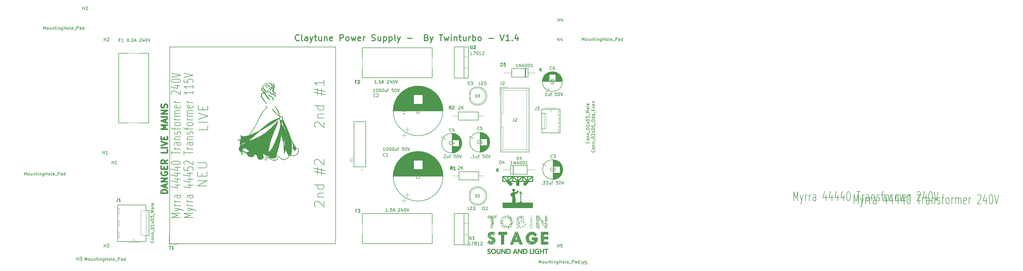
<source format=gbr>
G04 #@! TF.GenerationSoftware,KiCad,Pcbnew,(5.1.7)-1*
G04 #@! TF.CreationDate,2020-12-29T20:40:21+00:00*
G04 #@! TF.ProjectId,KOSMOPSU2,4b4f534d-4f50-4535-9532-2e6b69636164,rev?*
G04 #@! TF.SameCoordinates,Original*
G04 #@! TF.FileFunction,Legend,Top*
G04 #@! TF.FilePolarity,Positive*
%FSLAX46Y46*%
G04 Gerber Fmt 4.6, Leading zero omitted, Abs format (unit mm)*
G04 Created by KiCad (PCBNEW (5.1.7)-1) date 2020-12-29 20:40:21*
%MOMM*%
%LPD*%
G01*
G04 APERTURE LIST*
%ADD10C,0.150000*%
%ADD11C,0.500000*%
%ADD12C,0.300000*%
%ADD13C,0.010000*%
%ADD14C,0.100000*%
%ADD15C,0.120000*%
%ADD16C,0.127000*%
%ADD17C,0.200000*%
%ADD18C,0.015000*%
G04 APERTURE END LIST*
D10*
X56221142Y-110868000D02*
X53221142Y-110868000D01*
X55364000Y-110201333D01*
X53221142Y-109534666D01*
X56221142Y-109534666D01*
X54221142Y-108772761D02*
X56221142Y-108296571D01*
X54221142Y-107820380D02*
X56221142Y-108296571D01*
X56935428Y-108487047D01*
X57078285Y-108582285D01*
X57221142Y-108772761D01*
X56221142Y-107058476D02*
X54221142Y-107058476D01*
X54792571Y-107058476D02*
X54506857Y-106963238D01*
X54364000Y-106868000D01*
X54221142Y-106677523D01*
X54221142Y-106487047D01*
X56221142Y-105820380D02*
X54221142Y-105820380D01*
X54792571Y-105820380D02*
X54506857Y-105725142D01*
X54364000Y-105629904D01*
X54221142Y-105439428D01*
X54221142Y-105248952D01*
X56221142Y-103725142D02*
X54649714Y-103725142D01*
X54364000Y-103820380D01*
X54221142Y-104010857D01*
X54221142Y-104391809D01*
X54364000Y-104582285D01*
X56078285Y-103725142D02*
X56221142Y-103915619D01*
X56221142Y-104391809D01*
X56078285Y-104582285D01*
X55792571Y-104677523D01*
X55506857Y-104677523D01*
X55221142Y-104582285D01*
X55078285Y-104391809D01*
X55078285Y-103915619D01*
X54935428Y-103725142D01*
X54221142Y-100391809D02*
X56221142Y-100391809D01*
X53078285Y-100868000D02*
X55221142Y-101344190D01*
X55221142Y-100106095D01*
X54221142Y-98487047D02*
X56221142Y-98487047D01*
X53078285Y-98963238D02*
X55221142Y-99439428D01*
X55221142Y-98201333D01*
X54221142Y-96582285D02*
X56221142Y-96582285D01*
X53078285Y-97058476D02*
X55221142Y-97534666D01*
X55221142Y-96296571D01*
X53221142Y-94582285D02*
X53221142Y-95534666D01*
X54649714Y-95629904D01*
X54506857Y-95534666D01*
X54364000Y-95344190D01*
X54364000Y-94868000D01*
X54506857Y-94677523D01*
X54649714Y-94582285D01*
X54935428Y-94487047D01*
X55649714Y-94487047D01*
X55935428Y-94582285D01*
X56078285Y-94677523D01*
X56221142Y-94868000D01*
X56221142Y-95344190D01*
X56078285Y-95534666D01*
X55935428Y-95629904D01*
X53506857Y-93725142D02*
X53364000Y-93629904D01*
X53221142Y-93439428D01*
X53221142Y-92963238D01*
X53364000Y-92772761D01*
X53506857Y-92677523D01*
X53792571Y-92582285D01*
X54078285Y-92582285D01*
X54506857Y-92677523D01*
X56221142Y-93820380D01*
X56221142Y-92582285D01*
X53221142Y-90487047D02*
X53221142Y-89344190D01*
X56221142Y-89915619D02*
X53221142Y-89915619D01*
X56221142Y-88677523D02*
X54221142Y-88677523D01*
X54792571Y-88677523D02*
X54506857Y-88582285D01*
X54364000Y-88487047D01*
X54221142Y-88296571D01*
X54221142Y-88106095D01*
X56221142Y-86582285D02*
X54649714Y-86582285D01*
X54364000Y-86677523D01*
X54221142Y-86868000D01*
X54221142Y-87248952D01*
X54364000Y-87439428D01*
X56078285Y-86582285D02*
X56221142Y-86772761D01*
X56221142Y-87248952D01*
X56078285Y-87439428D01*
X55792571Y-87534666D01*
X55506857Y-87534666D01*
X55221142Y-87439428D01*
X55078285Y-87248952D01*
X55078285Y-86772761D01*
X54935428Y-86582285D01*
X54221142Y-85629904D02*
X56221142Y-85629904D01*
X54506857Y-85629904D02*
X54364000Y-85534666D01*
X54221142Y-85344190D01*
X54221142Y-85058476D01*
X54364000Y-84868000D01*
X54649714Y-84772761D01*
X56221142Y-84772761D01*
X56078285Y-83915619D02*
X56221142Y-83725142D01*
X56221142Y-83344190D01*
X56078285Y-83153714D01*
X55792571Y-83058476D01*
X55649714Y-83058476D01*
X55364000Y-83153714D01*
X55221142Y-83344190D01*
X55221142Y-83629904D01*
X55078285Y-83820380D01*
X54792571Y-83915619D01*
X54649714Y-83915619D01*
X54364000Y-83820380D01*
X54221142Y-83629904D01*
X54221142Y-83344190D01*
X54364000Y-83153714D01*
X54221142Y-82487047D02*
X54221142Y-81725142D01*
X56221142Y-82201333D02*
X53649714Y-82201333D01*
X53364000Y-82106095D01*
X53221142Y-81915619D01*
X53221142Y-81725142D01*
X56221142Y-80772761D02*
X56078285Y-80963238D01*
X55935428Y-81058476D01*
X55649714Y-81153714D01*
X54792571Y-81153714D01*
X54506857Y-81058476D01*
X54364000Y-80963238D01*
X54221142Y-80772761D01*
X54221142Y-80487047D01*
X54364000Y-80296571D01*
X54506857Y-80201333D01*
X54792571Y-80106095D01*
X55649714Y-80106095D01*
X55935428Y-80201333D01*
X56078285Y-80296571D01*
X56221142Y-80487047D01*
X56221142Y-80772761D01*
X56221142Y-79248952D02*
X54221142Y-79248952D01*
X54792571Y-79248952D02*
X54506857Y-79153714D01*
X54364000Y-79058476D01*
X54221142Y-78868000D01*
X54221142Y-78677523D01*
X56221142Y-78010857D02*
X54221142Y-78010857D01*
X54506857Y-78010857D02*
X54364000Y-77915619D01*
X54221142Y-77725142D01*
X54221142Y-77439428D01*
X54364000Y-77248952D01*
X54649714Y-77153714D01*
X56221142Y-77153714D01*
X54649714Y-77153714D02*
X54364000Y-77058476D01*
X54221142Y-76868000D01*
X54221142Y-76582285D01*
X54364000Y-76391809D01*
X54649714Y-76296571D01*
X56221142Y-76296571D01*
X56078285Y-74582285D02*
X56221142Y-74772761D01*
X56221142Y-75153714D01*
X56078285Y-75344190D01*
X55792571Y-75439428D01*
X54649714Y-75439428D01*
X54364000Y-75344190D01*
X54221142Y-75153714D01*
X54221142Y-74772761D01*
X54364000Y-74582285D01*
X54649714Y-74487047D01*
X54935428Y-74487047D01*
X55221142Y-75439428D01*
X56221142Y-73629904D02*
X54221142Y-73629904D01*
X54792571Y-73629904D02*
X54506857Y-73534666D01*
X54364000Y-73439428D01*
X54221142Y-73248952D01*
X54221142Y-73058476D01*
X56221142Y-69820380D02*
X56221142Y-70963238D01*
X56221142Y-70391809D02*
X53221142Y-70391809D01*
X53649714Y-70582285D01*
X53935428Y-70772761D01*
X54078285Y-70963238D01*
X56221142Y-67915619D02*
X56221142Y-69058476D01*
X56221142Y-68487047D02*
X53221142Y-68487047D01*
X53649714Y-68677523D01*
X53935428Y-68868000D01*
X54078285Y-69058476D01*
X53221142Y-66106095D02*
X53221142Y-67058476D01*
X54649714Y-67153714D01*
X54506857Y-67058476D01*
X54364000Y-66868000D01*
X54364000Y-66391809D01*
X54506857Y-66201333D01*
X54649714Y-66106095D01*
X54935428Y-66010857D01*
X55649714Y-66010857D01*
X55935428Y-66106095D01*
X56078285Y-66201333D01*
X56221142Y-66391809D01*
X56221142Y-66868000D01*
X56078285Y-67058476D01*
X55935428Y-67153714D01*
X53221142Y-65439428D02*
X56221142Y-64772761D01*
X53221142Y-64106095D01*
D11*
X47894761Y-103020952D02*
X45894761Y-103020952D01*
X45894761Y-102544761D01*
X45990000Y-102259047D01*
X46180476Y-102068571D01*
X46370952Y-101973333D01*
X46751904Y-101878095D01*
X47037619Y-101878095D01*
X47418571Y-101973333D01*
X47609047Y-102068571D01*
X47799523Y-102259047D01*
X47894761Y-102544761D01*
X47894761Y-103020952D01*
X47323333Y-101116190D02*
X47323333Y-100163809D01*
X47894761Y-101306666D02*
X45894761Y-100640000D01*
X47894761Y-99973333D01*
X47894761Y-99306666D02*
X45894761Y-99306666D01*
X47894761Y-98163809D01*
X45894761Y-98163809D01*
X45990000Y-96163809D02*
X45894761Y-96354285D01*
X45894761Y-96640000D01*
X45990000Y-96925714D01*
X46180476Y-97116190D01*
X46370952Y-97211428D01*
X46751904Y-97306666D01*
X47037619Y-97306666D01*
X47418571Y-97211428D01*
X47609047Y-97116190D01*
X47799523Y-96925714D01*
X47894761Y-96640000D01*
X47894761Y-96449523D01*
X47799523Y-96163809D01*
X47704285Y-96068571D01*
X47037619Y-96068571D01*
X47037619Y-96449523D01*
X46847142Y-95211428D02*
X46847142Y-94544761D01*
X47894761Y-94259047D02*
X47894761Y-95211428D01*
X45894761Y-95211428D01*
X45894761Y-94259047D01*
X47894761Y-92259047D02*
X46942380Y-92925714D01*
X47894761Y-93401904D02*
X45894761Y-93401904D01*
X45894761Y-92640000D01*
X45990000Y-92449523D01*
X46085238Y-92354285D01*
X46275714Y-92259047D01*
X46561428Y-92259047D01*
X46751904Y-92354285D01*
X46847142Y-92449523D01*
X46942380Y-92640000D01*
X46942380Y-93401904D01*
X47894761Y-88925714D02*
X47894761Y-89878095D01*
X45894761Y-89878095D01*
X47894761Y-88259047D02*
X45894761Y-88259047D01*
X45894761Y-87592380D02*
X47894761Y-86925714D01*
X45894761Y-86259047D01*
X46847142Y-85592380D02*
X46847142Y-84925714D01*
X47894761Y-84640000D02*
X47894761Y-85592380D01*
X45894761Y-85592380D01*
X45894761Y-84640000D01*
X47894761Y-82259047D02*
X45894761Y-82259047D01*
X47323333Y-81592380D01*
X45894761Y-80925714D01*
X47894761Y-80925714D01*
X47323333Y-80068571D02*
X47323333Y-79116190D01*
X47894761Y-80259047D02*
X45894761Y-79592380D01*
X47894761Y-78925714D01*
X47894761Y-78259047D02*
X45894761Y-78259047D01*
X47894761Y-77306666D02*
X45894761Y-77306666D01*
X47894761Y-76163809D01*
X45894761Y-76163809D01*
X47799523Y-75306666D02*
X47894761Y-75020952D01*
X47894761Y-74544761D01*
X47799523Y-74354285D01*
X47704285Y-74259047D01*
X47513809Y-74163809D01*
X47323333Y-74163809D01*
X47132857Y-74259047D01*
X47037619Y-74354285D01*
X46942380Y-74544761D01*
X46847142Y-74925714D01*
X46751904Y-75116190D01*
X46656666Y-75211428D01*
X46466190Y-75306666D01*
X46275714Y-75306666D01*
X46085238Y-75211428D01*
X45990000Y-75116190D01*
X45894761Y-74925714D01*
X45894761Y-74449523D01*
X45990000Y-74163809D01*
D12*
X90502857Y-53414285D02*
X90407619Y-53509523D01*
X90121904Y-53604761D01*
X89931428Y-53604761D01*
X89645714Y-53509523D01*
X89455238Y-53319047D01*
X89360000Y-53128571D01*
X89264761Y-52747619D01*
X89264761Y-52461904D01*
X89360000Y-52080952D01*
X89455238Y-51890476D01*
X89645714Y-51700000D01*
X89931428Y-51604761D01*
X90121904Y-51604761D01*
X90407619Y-51700000D01*
X90502857Y-51795238D01*
X91645714Y-53604761D02*
X91455238Y-53509523D01*
X91360000Y-53319047D01*
X91360000Y-51604761D01*
X93264761Y-53604761D02*
X93264761Y-52557142D01*
X93169523Y-52366666D01*
X92979047Y-52271428D01*
X92598095Y-52271428D01*
X92407619Y-52366666D01*
X93264761Y-53509523D02*
X93074285Y-53604761D01*
X92598095Y-53604761D01*
X92407619Y-53509523D01*
X92312380Y-53319047D01*
X92312380Y-53128571D01*
X92407619Y-52938095D01*
X92598095Y-52842857D01*
X93074285Y-52842857D01*
X93264761Y-52747619D01*
X94026666Y-52271428D02*
X94502857Y-53604761D01*
X94979047Y-52271428D02*
X94502857Y-53604761D01*
X94312380Y-54080952D01*
X94217142Y-54176190D01*
X94026666Y-54271428D01*
X95455238Y-52271428D02*
X96217142Y-52271428D01*
X95740952Y-51604761D02*
X95740952Y-53319047D01*
X95836190Y-53509523D01*
X96026666Y-53604761D01*
X96217142Y-53604761D01*
X97740952Y-52271428D02*
X97740952Y-53604761D01*
X96883809Y-52271428D02*
X96883809Y-53319047D01*
X96979047Y-53509523D01*
X97169523Y-53604761D01*
X97455238Y-53604761D01*
X97645714Y-53509523D01*
X97740952Y-53414285D01*
X98693333Y-52271428D02*
X98693333Y-53604761D01*
X98693333Y-52461904D02*
X98788571Y-52366666D01*
X98979047Y-52271428D01*
X99264761Y-52271428D01*
X99455238Y-52366666D01*
X99550476Y-52557142D01*
X99550476Y-53604761D01*
X101264761Y-53509523D02*
X101074285Y-53604761D01*
X100693333Y-53604761D01*
X100502857Y-53509523D01*
X100407619Y-53319047D01*
X100407619Y-52557142D01*
X100502857Y-52366666D01*
X100693333Y-52271428D01*
X101074285Y-52271428D01*
X101264761Y-52366666D01*
X101360000Y-52557142D01*
X101360000Y-52747619D01*
X100407619Y-52938095D01*
X103740952Y-53604761D02*
X103740952Y-51604761D01*
X104502857Y-51604761D01*
X104693333Y-51700000D01*
X104788571Y-51795238D01*
X104883809Y-51985714D01*
X104883809Y-52271428D01*
X104788571Y-52461904D01*
X104693333Y-52557142D01*
X104502857Y-52652380D01*
X103740952Y-52652380D01*
X106026666Y-53604761D02*
X105836190Y-53509523D01*
X105740952Y-53414285D01*
X105645714Y-53223809D01*
X105645714Y-52652380D01*
X105740952Y-52461904D01*
X105836190Y-52366666D01*
X106026666Y-52271428D01*
X106312380Y-52271428D01*
X106502857Y-52366666D01*
X106598095Y-52461904D01*
X106693333Y-52652380D01*
X106693333Y-53223809D01*
X106598095Y-53414285D01*
X106502857Y-53509523D01*
X106312380Y-53604761D01*
X106026666Y-53604761D01*
X107360000Y-52271428D02*
X107740952Y-53604761D01*
X108121904Y-52652380D01*
X108502857Y-53604761D01*
X108883809Y-52271428D01*
X110407619Y-53509523D02*
X110217142Y-53604761D01*
X109836190Y-53604761D01*
X109645714Y-53509523D01*
X109550476Y-53319047D01*
X109550476Y-52557142D01*
X109645714Y-52366666D01*
X109836190Y-52271428D01*
X110217142Y-52271428D01*
X110407619Y-52366666D01*
X110502857Y-52557142D01*
X110502857Y-52747619D01*
X109550476Y-52938095D01*
X111360000Y-53604761D02*
X111360000Y-52271428D01*
X111360000Y-52652380D02*
X111455238Y-52461904D01*
X111550476Y-52366666D01*
X111740952Y-52271428D01*
X111931428Y-52271428D01*
X114026666Y-53509523D02*
X114312380Y-53604761D01*
X114788571Y-53604761D01*
X114979047Y-53509523D01*
X115074285Y-53414285D01*
X115169523Y-53223809D01*
X115169523Y-53033333D01*
X115074285Y-52842857D01*
X114979047Y-52747619D01*
X114788571Y-52652380D01*
X114407619Y-52557142D01*
X114217142Y-52461904D01*
X114121904Y-52366666D01*
X114026666Y-52176190D01*
X114026666Y-51985714D01*
X114121904Y-51795238D01*
X114217142Y-51700000D01*
X114407619Y-51604761D01*
X114883809Y-51604761D01*
X115169523Y-51700000D01*
X116883809Y-52271428D02*
X116883809Y-53604761D01*
X116026666Y-52271428D02*
X116026666Y-53319047D01*
X116121904Y-53509523D01*
X116312380Y-53604761D01*
X116598095Y-53604761D01*
X116788571Y-53509523D01*
X116883809Y-53414285D01*
X117836190Y-52271428D02*
X117836190Y-54271428D01*
X117836190Y-52366666D02*
X118026666Y-52271428D01*
X118407619Y-52271428D01*
X118598095Y-52366666D01*
X118693333Y-52461904D01*
X118788571Y-52652380D01*
X118788571Y-53223809D01*
X118693333Y-53414285D01*
X118598095Y-53509523D01*
X118407619Y-53604761D01*
X118026666Y-53604761D01*
X117836190Y-53509523D01*
X119645714Y-52271428D02*
X119645714Y-54271428D01*
X119645714Y-52366666D02*
X119836190Y-52271428D01*
X120217142Y-52271428D01*
X120407619Y-52366666D01*
X120502857Y-52461904D01*
X120598095Y-52652380D01*
X120598095Y-53223809D01*
X120502857Y-53414285D01*
X120407619Y-53509523D01*
X120217142Y-53604761D01*
X119836190Y-53604761D01*
X119645714Y-53509523D01*
X121740952Y-53604761D02*
X121550476Y-53509523D01*
X121455238Y-53319047D01*
X121455238Y-51604761D01*
X122312380Y-52271428D02*
X122788571Y-53604761D01*
X123264761Y-52271428D02*
X122788571Y-53604761D01*
X122598095Y-54080952D01*
X122502857Y-54176190D01*
X122312380Y-54271428D01*
X125550476Y-52842857D02*
X127074285Y-52842857D01*
X131740952Y-52557142D02*
X132026666Y-52652380D01*
X132121904Y-52747619D01*
X132217142Y-52938095D01*
X132217142Y-53223809D01*
X132121904Y-53414285D01*
X132026666Y-53509523D01*
X131836190Y-53604761D01*
X131074285Y-53604761D01*
X131074285Y-51604761D01*
X131740952Y-51604761D01*
X131931428Y-51700000D01*
X132026666Y-51795238D01*
X132121904Y-51985714D01*
X132121904Y-52176190D01*
X132026666Y-52366666D01*
X131931428Y-52461904D01*
X131740952Y-52557142D01*
X131074285Y-52557142D01*
X132883809Y-52271428D02*
X133360000Y-53604761D01*
X133836190Y-52271428D02*
X133360000Y-53604761D01*
X133169523Y-54080952D01*
X133074285Y-54176190D01*
X132883809Y-54271428D01*
X135836190Y-51604761D02*
X136979047Y-51604761D01*
X136407619Y-53604761D02*
X136407619Y-51604761D01*
X137455238Y-52271428D02*
X137836190Y-53604761D01*
X138217142Y-52652380D01*
X138598095Y-53604761D01*
X138979047Y-52271428D01*
X139740952Y-53604761D02*
X139740952Y-52271428D01*
X139740952Y-51604761D02*
X139645714Y-51700000D01*
X139740952Y-51795238D01*
X139836190Y-51700000D01*
X139740952Y-51604761D01*
X139740952Y-51795238D01*
X140693333Y-52271428D02*
X140693333Y-53604761D01*
X140693333Y-52461904D02*
X140788571Y-52366666D01*
X140979047Y-52271428D01*
X141264761Y-52271428D01*
X141455238Y-52366666D01*
X141550476Y-52557142D01*
X141550476Y-53604761D01*
X142217142Y-52271428D02*
X142979047Y-52271428D01*
X142502857Y-51604761D02*
X142502857Y-53319047D01*
X142598095Y-53509523D01*
X142788571Y-53604761D01*
X142979047Y-53604761D01*
X144502857Y-52271428D02*
X144502857Y-53604761D01*
X143645714Y-52271428D02*
X143645714Y-53319047D01*
X143740952Y-53509523D01*
X143931428Y-53604761D01*
X144217142Y-53604761D01*
X144407619Y-53509523D01*
X144502857Y-53414285D01*
X145455238Y-53604761D02*
X145455238Y-52271428D01*
X145455238Y-52652380D02*
X145550476Y-52461904D01*
X145645714Y-52366666D01*
X145836190Y-52271428D01*
X146026666Y-52271428D01*
X146693333Y-53604761D02*
X146693333Y-51604761D01*
X146693333Y-52366666D02*
X146883809Y-52271428D01*
X147264761Y-52271428D01*
X147455238Y-52366666D01*
X147550476Y-52461904D01*
X147645714Y-52652380D01*
X147645714Y-53223809D01*
X147550476Y-53414285D01*
X147455238Y-53509523D01*
X147264761Y-53604761D01*
X146883809Y-53604761D01*
X146693333Y-53509523D01*
X148788571Y-53604761D02*
X148598095Y-53509523D01*
X148502857Y-53414285D01*
X148407619Y-53223809D01*
X148407619Y-52652380D01*
X148502857Y-52461904D01*
X148598095Y-52366666D01*
X148788571Y-52271428D01*
X149074285Y-52271428D01*
X149264761Y-52366666D01*
X149360000Y-52461904D01*
X149455238Y-52652380D01*
X149455238Y-53223809D01*
X149360000Y-53414285D01*
X149264761Y-53509523D01*
X149074285Y-53604761D01*
X148788571Y-53604761D01*
X151836190Y-52842857D02*
X153359999Y-52842857D01*
X155550476Y-51604761D02*
X156217142Y-53604761D01*
X156883809Y-51604761D01*
X158598095Y-53604761D02*
X157455238Y-53604761D01*
X158026666Y-53604761D02*
X158026666Y-51604761D01*
X157836190Y-51890476D01*
X157645714Y-52080952D01*
X157455238Y-52176190D01*
X159455238Y-53414285D02*
X159550476Y-53509523D01*
X159455238Y-53604761D01*
X159360000Y-53509523D01*
X159455238Y-53414285D01*
X159455238Y-53604761D01*
X161264761Y-52271428D02*
X161264761Y-53604761D01*
X160788571Y-51509523D02*
X160312380Y-52938095D01*
X161550476Y-52938095D01*
D13*
G36*
X81901526Y-75556062D02*
G01*
X81936125Y-75612580D01*
X81979177Y-75692837D01*
X81990100Y-75714543D01*
X82055995Y-75831555D01*
X82147432Y-75972675D01*
X82255098Y-76124985D01*
X82369674Y-76275571D01*
X82481847Y-76411516D01*
X82537919Y-76474054D01*
X82614257Y-76557554D01*
X82692454Y-76645401D01*
X82730437Y-76689202D01*
X82812617Y-76778648D01*
X82919521Y-76885524D01*
X83036180Y-76995472D01*
X83147629Y-77094134D01*
X83185095Y-77125351D01*
X83241527Y-77171911D01*
X83279740Y-77204506D01*
X83286796Y-77211040D01*
X83329330Y-77248834D01*
X83403167Y-77308367D01*
X83498148Y-77381939D01*
X83604111Y-77461853D01*
X83710899Y-77540407D01*
X83808349Y-77609904D01*
X83858869Y-77644560D01*
X84045944Y-77775273D01*
X84190762Y-77889506D01*
X84297182Y-77992197D01*
X84369065Y-78088284D01*
X84410273Y-78182705D01*
X84424667Y-78280401D01*
X84419772Y-78361987D01*
X84399399Y-78446460D01*
X84361748Y-78550264D01*
X84314578Y-78655885D01*
X84265645Y-78745805D01*
X84226138Y-78799210D01*
X84203857Y-78853349D01*
X84211587Y-78924496D01*
X84239441Y-78979956D01*
X84269250Y-79044603D01*
X84277579Y-79095289D01*
X84300335Y-79173652D01*
X84363661Y-79224616D01*
X84463496Y-79245150D01*
X84478700Y-79245426D01*
X84568548Y-79255415D01*
X84651838Y-79280021D01*
X84663954Y-79285728D01*
X84728353Y-79310131D01*
X84767185Y-79300590D01*
X84769478Y-79298440D01*
X84816165Y-79274512D01*
X84873558Y-79270683D01*
X84921369Y-79285179D01*
X84939449Y-79313318D01*
X84949634Y-79358965D01*
X84975972Y-79429842D01*
X85012139Y-79512597D01*
X85051810Y-79593878D01*
X85088660Y-79660332D01*
X85116365Y-79698609D01*
X85124077Y-79703084D01*
X85136709Y-79681273D01*
X85132425Y-79625365D01*
X85131439Y-79620451D01*
X85118201Y-79546377D01*
X85103682Y-79450023D01*
X85096772Y-79397978D01*
X85084573Y-79317874D01*
X85069563Y-79276933D01*
X85045291Y-79263598D01*
X85022082Y-79264195D01*
X84977453Y-79252551D01*
X84963059Y-79218998D01*
X84987357Y-79183687D01*
X84988100Y-79183222D01*
X85012206Y-79153331D01*
X85046786Y-79093960D01*
X85064326Y-79059383D01*
X85092629Y-78997665D01*
X85104179Y-78951591D01*
X85099299Y-78901807D01*
X85078310Y-78828961D01*
X85068661Y-78798913D01*
X85039565Y-78704903D01*
X85015130Y-78619433D01*
X85003848Y-78574758D01*
X84978813Y-78520639D01*
X84927881Y-78446193D01*
X84861562Y-78366597D01*
X84854212Y-78358642D01*
X84738108Y-78231455D01*
X84656447Y-78135005D01*
X84606318Y-78065529D01*
X84584808Y-78019261D01*
X84583493Y-78008629D01*
X84599506Y-77982107D01*
X84644466Y-77991437D01*
X84713752Y-78034271D01*
X84802745Y-78108263D01*
X84830328Y-78134018D01*
X84909006Y-78205399D01*
X84985069Y-78268289D01*
X85039887Y-78307634D01*
X85100573Y-78362416D01*
X85151104Y-78437103D01*
X85157141Y-78450102D01*
X85204637Y-78579430D01*
X85240295Y-78712440D01*
X85262573Y-78838322D01*
X85269930Y-78946265D01*
X85260825Y-79025459D01*
X85243810Y-79058022D01*
X85233151Y-79092296D01*
X85252068Y-79149513D01*
X85302862Y-79235303D01*
X85336162Y-79283922D01*
X85363665Y-79330244D01*
X85408856Y-79414672D01*
X85467803Y-79529287D01*
X85536573Y-79666172D01*
X85611232Y-79817406D01*
X85687847Y-79975071D01*
X85762485Y-80131248D01*
X85831212Y-80278020D01*
X85847458Y-80313294D01*
X85892307Y-80410469D01*
X85946599Y-80527284D01*
X85995144Y-80631112D01*
X86041721Y-80731310D01*
X86085020Y-80826087D01*
X86116007Y-80895665D01*
X86117050Y-80898079D01*
X86146956Y-80966200D01*
X86189060Y-81060601D01*
X86234447Y-81161300D01*
X86236146Y-81165045D01*
X86281573Y-81265603D01*
X86324195Y-81360631D01*
X86355046Y-81430136D01*
X86355869Y-81432012D01*
X86388852Y-81506227D01*
X86431470Y-81600787D01*
X86458796Y-81660841D01*
X86531927Y-81824270D01*
X86590007Y-81962502D01*
X86611561Y-82016797D01*
X86635193Y-82073444D01*
X86671579Y-82156548D01*
X86705946Y-82232913D01*
X86745350Y-82320278D01*
X86778366Y-82395185D01*
X86795752Y-82436317D01*
X86814793Y-82484464D01*
X86845957Y-82563553D01*
X86882783Y-82657193D01*
X86885908Y-82665146D01*
X86930810Y-82776527D01*
X86978734Y-82890922D01*
X87015508Y-82975033D01*
X87048432Y-83053790D01*
X87070106Y-83117108D01*
X87075185Y-83142748D01*
X87086798Y-83192057D01*
X87117540Y-83270444D01*
X87161266Y-83362865D01*
X87178522Y-83395782D01*
X87199291Y-83459856D01*
X87202312Y-83489626D01*
X87213910Y-83538443D01*
X87227737Y-83555035D01*
X87249403Y-83591043D01*
X87253163Y-83618039D01*
X87264252Y-83671958D01*
X87291372Y-83741345D01*
X87295603Y-83750022D01*
X87339412Y-83838461D01*
X87364849Y-83893872D01*
X87376814Y-83928440D01*
X87380207Y-83954351D01*
X87380290Y-83960635D01*
X87389854Y-84008570D01*
X87413164Y-84075035D01*
X87415984Y-84081750D01*
X87445681Y-84160925D01*
X87475499Y-84254839D01*
X87482446Y-84279660D01*
X87505417Y-84360827D01*
X87526439Y-84428317D01*
X87532267Y-84444925D01*
X87580495Y-84583459D01*
X87615086Y-84703205D01*
X87632923Y-84792798D01*
X87634670Y-84818450D01*
X87643112Y-84874757D01*
X87659970Y-84902583D01*
X87678266Y-84936943D01*
X87685395Y-84993298D01*
X87696893Y-85039334D01*
X87729854Y-85125109D01*
X87781974Y-85245405D01*
X87850954Y-85395006D01*
X87934490Y-85568692D01*
X87979147Y-85659215D01*
X88071869Y-85845575D01*
X88145304Y-85992599D01*
X88202716Y-86106529D01*
X88247371Y-86193605D01*
X88282532Y-86260068D01*
X88311464Y-86312159D01*
X88337432Y-86356120D01*
X88363700Y-86398190D01*
X88374637Y-86415287D01*
X88408277Y-86470852D01*
X88455275Y-86552337D01*
X88499585Y-86631512D01*
X88554982Y-86731935D01*
X88611586Y-86834358D01*
X88647094Y-86898479D01*
X88684852Y-86966964D01*
X88713205Y-87020386D01*
X88740145Y-87074784D01*
X88773664Y-87146196D01*
X88811809Y-87229009D01*
X88853332Y-87325745D01*
X88890154Y-87422204D01*
X88906122Y-87470551D01*
X88949595Y-87599759D01*
X88993406Y-87686857D01*
X89043365Y-87740294D01*
X89105282Y-87768514D01*
X89112280Y-87770257D01*
X89212872Y-87817770D01*
X89303923Y-87904104D01*
X89377389Y-88017249D01*
X89425231Y-88145197D01*
X89439749Y-88259254D01*
X89439749Y-88347728D01*
X89606478Y-88347728D01*
X89766849Y-88365939D01*
X89913563Y-88423549D01*
X90056612Y-88525024D01*
X90107603Y-88571672D01*
X90187197Y-88657208D01*
X90242689Y-88742501D01*
X90278030Y-88839431D01*
X90297172Y-88959874D01*
X90304066Y-89115708D01*
X90304340Y-89163013D01*
X90301049Y-89325137D01*
X90288839Y-89455589D01*
X90264435Y-89573234D01*
X90224569Y-89696937D01*
X90201013Y-89758839D01*
X90180639Y-89812636D01*
X90151851Y-89890815D01*
X90137469Y-89930461D01*
X90108615Y-89999455D01*
X90082710Y-90043172D01*
X90071931Y-90051232D01*
X90054070Y-90072557D01*
X90049960Y-90102083D01*
X90041007Y-90143423D01*
X90028615Y-90152933D01*
X90003593Y-90173451D01*
X89978331Y-90216451D01*
X89922325Y-90304756D01*
X89834546Y-90403030D01*
X89724860Y-90503815D01*
X89603132Y-90599657D01*
X89479227Y-90683099D01*
X89363010Y-90746686D01*
X89264347Y-90782961D01*
X89221347Y-90788569D01*
X89169929Y-90797229D01*
X89149323Y-90810814D01*
X89119392Y-90824771D01*
X89051915Y-90842288D01*
X88959750Y-90860190D01*
X88929113Y-90865176D01*
X88844602Y-90876943D01*
X88766496Y-90883675D01*
X88683907Y-90885152D01*
X88585949Y-90881150D01*
X88461737Y-90871448D01*
X88300383Y-90855824D01*
X88257931Y-90851478D01*
X88195563Y-90841935D01*
X88114392Y-90823152D01*
X88003658Y-90792423D01*
X87899706Y-90761421D01*
X87819271Y-90741229D01*
X87776251Y-90743139D01*
X87761894Y-90767935D01*
X87761671Y-90773796D01*
X87742281Y-90844572D01*
X87694429Y-90916055D01*
X87633595Y-90968097D01*
X87602762Y-90980618D01*
X87516572Y-90990117D01*
X87434008Y-90975792D01*
X87346276Y-90933471D01*
X87244580Y-90858985D01*
X87127979Y-90755527D01*
X87067270Y-90700410D01*
X87036159Y-90678307D01*
X87028245Y-90686312D01*
X87034518Y-90713113D01*
X87070719Y-90914965D01*
X87056542Y-91113385D01*
X86992420Y-91306948D01*
X86878786Y-91494230D01*
X86753524Y-91637572D01*
X86576945Y-91790338D01*
X86380423Y-91919426D01*
X86179449Y-92015358D01*
X86083593Y-92047515D01*
X85978425Y-92078056D01*
X85870387Y-92110541D01*
X85825927Y-92124345D01*
X85686199Y-92152182D01*
X85518697Y-92160706D01*
X85340465Y-92151241D01*
X85168546Y-92125108D01*
X85019984Y-92083630D01*
X84958863Y-92057077D01*
X84908370Y-92037792D01*
X84887590Y-92034415D01*
X84852228Y-92019048D01*
X84787909Y-91977793D01*
X84704233Y-91917921D01*
X84610796Y-91846703D01*
X84517196Y-91771409D01*
X84433029Y-91699310D01*
X84380090Y-91649955D01*
X84311131Y-91579275D01*
X84223628Y-91485873D01*
X84132261Y-91385524D01*
X84094172Y-91342730D01*
X83943457Y-91192180D01*
X83784804Y-91070164D01*
X83628736Y-90984196D01*
X83553763Y-90956724D01*
X83492208Y-90944700D01*
X83398039Y-90933203D01*
X83289466Y-90924365D01*
X83266277Y-90923033D01*
X83139391Y-90920305D01*
X83054992Y-90929841D01*
X83005619Y-90954354D01*
X82983812Y-90996560D01*
X82980883Y-91026867D01*
X82965005Y-91090522D01*
X82942745Y-91130315D01*
X82913102Y-91186073D01*
X82905415Y-91221720D01*
X82887724Y-91269546D01*
X82854564Y-91309790D01*
X82816463Y-91354243D01*
X82803713Y-91385180D01*
X82784560Y-91426660D01*
X82735886Y-91483274D01*
X82670869Y-91542542D01*
X82602690Y-91591985D01*
X82563398Y-91612745D01*
X82486416Y-91632651D01*
X82368740Y-91647802D01*
X82220304Y-91658187D01*
X82051043Y-91663792D01*
X81870892Y-91664608D01*
X81689784Y-91660622D01*
X81517656Y-91651821D01*
X81364441Y-91638194D01*
X81240074Y-91619730D01*
X81214624Y-91614350D01*
X81035643Y-91548129D01*
X80880689Y-91438380D01*
X80753733Y-91288302D01*
X80703910Y-91202886D01*
X80636019Y-91094396D01*
X80625534Y-91081926D01*
X82713257Y-91081926D01*
X82733584Y-91093541D01*
X82739255Y-91093674D01*
X82771303Y-91072428D01*
X82778288Y-91042823D01*
X82773317Y-91001441D01*
X82766470Y-90991972D01*
X82746772Y-91011436D01*
X82727437Y-91042823D01*
X82713257Y-91081926D01*
X80625534Y-91081926D01*
X80552410Y-90994967D01*
X80467278Y-90920568D01*
X80435850Y-90901328D01*
X80331812Y-90853957D01*
X80289699Y-90839420D01*
X83081089Y-90839420D01*
X83298482Y-90839420D01*
X83419713Y-90842325D01*
X83509246Y-90853339D01*
X83586021Y-90875909D01*
X83647636Y-90902983D01*
X83722611Y-90937554D01*
X83779030Y-90960639D01*
X83799870Y-90966547D01*
X83835490Y-90981695D01*
X83896026Y-91028197D01*
X83983157Y-91107637D01*
X84098564Y-91221600D01*
X84243924Y-91371671D01*
X84367377Y-91502228D01*
X84519225Y-91652031D01*
X84673088Y-91781823D01*
X84821943Y-91886909D01*
X84958765Y-91962593D01*
X85076532Y-92004181D01*
X85128093Y-92010776D01*
X85202513Y-92019238D01*
X85257267Y-92034415D01*
X85323396Y-92048835D01*
X85425722Y-92054952D01*
X85550308Y-92052977D01*
X85683219Y-92043124D01*
X85808185Y-92026016D01*
X85896723Y-92008273D01*
X85964633Y-91990631D01*
X85996757Y-91977174D01*
X86036706Y-91960191D01*
X86057575Y-91958139D01*
X86098910Y-91947409D01*
X86171674Y-91918905D01*
X86262099Y-91878157D01*
X86288523Y-91865397D01*
X86448098Y-91770559D01*
X86602873Y-91648639D01*
X86740363Y-91511412D01*
X86848081Y-91370654D01*
X86888299Y-91299737D01*
X86919490Y-91231410D01*
X86939634Y-91170160D01*
X86951040Y-91101738D01*
X86956020Y-91011894D01*
X86956883Y-90886378D01*
X86956853Y-90876905D01*
X86955381Y-90749894D01*
X86950452Y-90660212D01*
X86939706Y-90594348D01*
X86920781Y-90538792D01*
X86891316Y-90480033D01*
X86885737Y-90469921D01*
X86843788Y-90395959D01*
X86823493Y-90361867D01*
X86988573Y-90361867D01*
X87000206Y-90396656D01*
X87032334Y-90450796D01*
X87080501Y-90518091D01*
X87140250Y-90592349D01*
X87207123Y-90667374D01*
X87276664Y-90736973D01*
X87344416Y-90794952D01*
X87349481Y-90798794D01*
X87457506Y-90865655D01*
X87544338Y-90887345D01*
X87611789Y-90864044D01*
X87644333Y-90827602D01*
X87676634Y-90759237D01*
X87683362Y-90700718D01*
X87664302Y-90665796D01*
X87646912Y-90661442D01*
X87592038Y-90649799D01*
X87564279Y-90637806D01*
X87522633Y-90616642D01*
X87476322Y-90593733D01*
X87827844Y-90593733D01*
X87856506Y-90643260D01*
X87923410Y-90661436D01*
X87924965Y-90661442D01*
X87980500Y-90671155D01*
X88004484Y-90684263D01*
X88043626Y-90701906D01*
X88110715Y-90717271D01*
X88130340Y-90720146D01*
X88223838Y-90735849D01*
X88314507Y-90756486D01*
X88321031Y-90758286D01*
X88441762Y-90778928D01*
X88593177Y-90785191D01*
X88757351Y-90777631D01*
X88916358Y-90756802D01*
X89005904Y-90737092D01*
X89115278Y-90704881D01*
X89220741Y-90668640D01*
X89299575Y-90636178D01*
X89299967Y-90635989D01*
X89368419Y-90605346D01*
X89418807Y-90587248D01*
X89430270Y-90585166D01*
X89466241Y-90569339D01*
X89505528Y-90538638D01*
X89564182Y-90490167D01*
X89626278Y-90445715D01*
X89691729Y-90388248D01*
X89768613Y-90298310D01*
X89850310Y-90186508D01*
X89930204Y-90063452D01*
X90001677Y-89939750D01*
X90058112Y-89826011D01*
X90092892Y-89732841D01*
X90100811Y-89684989D01*
X90112100Y-89631587D01*
X90136183Y-89573242D01*
X90151461Y-89517389D01*
X90163414Y-89423961D01*
X90171722Y-89306150D01*
X90176060Y-89177142D01*
X90176107Y-89050128D01*
X90171540Y-88938296D01*
X90162037Y-88854835D01*
X90154465Y-88825474D01*
X90087219Y-88712123D01*
X89980458Y-88607428D01*
X89845516Y-88519522D01*
X89693725Y-88456536D01*
X89612192Y-88436386D01*
X89537317Y-88432445D01*
X89485371Y-88458610D01*
X89478980Y-88464683D01*
X89448797Y-88500418D01*
X89456837Y-88524862D01*
X89481424Y-88544523D01*
X89513774Y-88573008D01*
X89504713Y-88592245D01*
X89484244Y-88604714D01*
X89447733Y-88648759D01*
X89439749Y-88684210D01*
X89433023Y-88737626D01*
X89415639Y-88819295D01*
X89397976Y-88887364D01*
X89351304Y-89009446D01*
X89288817Y-89087466D01*
X89203834Y-89127388D01*
X89119387Y-89135916D01*
X89002617Y-89111260D01*
X88898124Y-89037965D01*
X88807191Y-88917038D01*
X88782474Y-88871077D01*
X88722531Y-88778609D01*
X88644561Y-88717689D01*
X88617881Y-88704112D01*
X88518297Y-88644593D01*
X88455661Y-88571455D01*
X88423203Y-88472954D01*
X88414178Y-88350759D01*
X88414842Y-88328368D01*
X88507678Y-88328368D01*
X88529344Y-88443345D01*
X88576809Y-88527846D01*
X88626587Y-88585753D01*
X88659376Y-88599161D01*
X88671818Y-88568388D01*
X88666350Y-88519350D01*
X88652935Y-88447437D01*
X88636032Y-88351126D01*
X88625066Y-88286023D01*
X88609963Y-88203990D01*
X88596089Y-88144483D01*
X88588071Y-88123210D01*
X88572025Y-88136395D01*
X88546107Y-88183910D01*
X88535221Y-88208576D01*
X88507678Y-88328368D01*
X88414842Y-88328368D01*
X88417223Y-88248201D01*
X88431906Y-88173597D01*
X88463973Y-88104394D01*
X88486218Y-88068048D01*
X88529614Y-87991151D01*
X88550344Y-87921466D01*
X88554743Y-87833982D01*
X88553845Y-87801082D01*
X88546980Y-87703475D01*
X88535261Y-87614850D01*
X88526016Y-87572253D01*
X88509424Y-87509678D01*
X88486689Y-87416745D01*
X88462529Y-87312777D01*
X88460839Y-87305286D01*
X88432890Y-87190798D01*
X88398059Y-87062190D01*
X88360195Y-86932250D01*
X88323150Y-86813768D01*
X88290777Y-86719535D01*
X88267608Y-86663639D01*
X88247899Y-86606927D01*
X88244754Y-86581869D01*
X88235103Y-86535569D01*
X88211120Y-86467284D01*
X88203092Y-86448040D01*
X88171316Y-86373145D01*
X88145743Y-86310346D01*
X88142121Y-86300981D01*
X88107884Y-86220491D01*
X88057718Y-86114278D01*
X88000497Y-86001012D01*
X87991111Y-85983164D01*
X87954703Y-85911331D01*
X87926431Y-85850455D01*
X87923459Y-85843324D01*
X87910294Y-85823858D01*
X87901174Y-85846581D01*
X87894491Y-85912378D01*
X87894925Y-85995536D01*
X87905893Y-86064159D01*
X87912866Y-86082328D01*
X87930188Y-86139783D01*
X87939259Y-86218830D01*
X87939649Y-86237418D01*
X87946437Y-86318212D01*
X87963226Y-86385067D01*
X87967905Y-86395259D01*
X87984110Y-86444927D01*
X88001579Y-86528945D01*
X88017045Y-86631015D01*
X88019845Y-86654198D01*
X88042227Y-86848654D01*
X88060010Y-87002104D01*
X88074334Y-87124069D01*
X88086340Y-87224067D01*
X88097168Y-87311619D01*
X88107958Y-87396246D01*
X88117633Y-87470551D01*
X88131296Y-87606004D01*
X88141508Y-87771652D01*
X88148380Y-87959578D01*
X88152019Y-88161862D01*
X88152535Y-88370588D01*
X88150036Y-88577837D01*
X88144631Y-88775692D01*
X88136429Y-88956234D01*
X88125538Y-89111547D01*
X88112067Y-89233711D01*
X88096125Y-89314810D01*
X88092137Y-89326777D01*
X88075055Y-89397871D01*
X88066893Y-89483292D01*
X88066776Y-89493163D01*
X88064775Y-89550749D01*
X88057409Y-89613905D01*
X88042638Y-89693950D01*
X88018420Y-89802207D01*
X87989067Y-89924105D01*
X87965760Y-90022074D01*
X87943293Y-90120747D01*
X87939027Y-90140221D01*
X87907792Y-90281071D01*
X87883220Y-90382897D01*
X87862467Y-90456632D01*
X87842688Y-90513205D01*
X87840654Y-90518338D01*
X87827844Y-90593733D01*
X87476322Y-90593733D01*
X87448068Y-90579757D01*
X87353474Y-90533503D01*
X87304014Y-90509489D01*
X87204338Y-90460310D01*
X87118600Y-90416373D01*
X87059679Y-90384351D01*
X87044623Y-90375115D01*
X87001893Y-90352622D01*
X86988573Y-90361867D01*
X86823493Y-90361867D01*
X86809963Y-90339139D01*
X86796213Y-90318199D01*
X86763134Y-90266717D01*
X86713750Y-90179864D01*
X86653548Y-90068212D01*
X86588016Y-89942335D01*
X86522643Y-89812803D01*
X86462916Y-89690191D01*
X86414323Y-89585072D01*
X86406889Y-89568149D01*
X86373151Y-89490975D01*
X86331570Y-89396466D01*
X86311936Y-89352032D01*
X86271696Y-89259834D01*
X86233591Y-89170449D01*
X86219243Y-89135916D01*
X86188367Y-89064387D01*
X86161126Y-89007422D01*
X86158638Y-89002778D01*
X86137553Y-88938901D01*
X86134444Y-88908933D01*
X86123783Y-88860757D01*
X86110975Y-88844733D01*
X86089270Y-88811621D01*
X86070768Y-88754022D01*
X86053117Y-88699118D01*
X86035890Y-88693344D01*
X86019932Y-88734982D01*
X86006090Y-88822313D01*
X85998822Y-88900193D01*
X85983676Y-89069168D01*
X85964399Y-89239847D01*
X85942425Y-89402925D01*
X85919188Y-89549094D01*
X85896123Y-89669047D01*
X85874664Y-89753479D01*
X85862603Y-89784265D01*
X85817526Y-89879472D01*
X85776370Y-89984366D01*
X85768879Y-90006737D01*
X85736503Y-90044718D01*
X85690547Y-90046360D01*
X85661356Y-90021409D01*
X85637724Y-89969424D01*
X85616924Y-89892749D01*
X85598741Y-89788373D01*
X85582961Y-89653287D01*
X85569370Y-89484478D01*
X85557753Y-89278937D01*
X85547897Y-89033653D01*
X85539586Y-88745617D01*
X85532606Y-88411816D01*
X85528474Y-88154548D01*
X85523397Y-87839832D01*
X85517968Y-87574696D01*
X85512140Y-87357870D01*
X85505863Y-87188086D01*
X85499091Y-87064073D01*
X85491776Y-86984561D01*
X85483869Y-86948281D01*
X85482934Y-86946841D01*
X85457616Y-86896397D01*
X85440532Y-86834915D01*
X85423058Y-86755149D01*
X85402325Y-86677417D01*
X85619841Y-86677417D01*
X85620201Y-86818608D01*
X85621729Y-86933691D01*
X85624484Y-87026200D01*
X85628521Y-87099667D01*
X85633897Y-87157628D01*
X85640669Y-87203616D01*
X85648894Y-87241165D01*
X85658628Y-87273808D01*
X85669927Y-87305080D01*
X85674899Y-87317998D01*
X85729667Y-87467172D01*
X85762878Y-87577096D01*
X85771614Y-87617058D01*
X85788292Y-87673257D01*
X85806845Y-87701192D01*
X85824442Y-87734795D01*
X85829339Y-87775077D01*
X85837193Y-87846663D01*
X85856794Y-87898963D01*
X85878190Y-87915496D01*
X85882940Y-87891266D01*
X85886408Y-87823333D01*
X85888488Y-87718830D01*
X85889076Y-87584892D01*
X85888063Y-87428651D01*
X85886806Y-87337067D01*
X85883010Y-87162517D01*
X85877630Y-86997855D01*
X85871111Y-86852368D01*
X85863895Y-86735344D01*
X85856425Y-86656070D01*
X85853388Y-86636617D01*
X85843766Y-86561865D01*
X85835949Y-86451842D01*
X85830809Y-86322119D01*
X85829192Y-86204385D01*
X85826852Y-86065956D01*
X85820626Y-85929431D01*
X85811511Y-85812096D01*
X85802460Y-85741622D01*
X85792990Y-85668540D01*
X85782366Y-85555384D01*
X85771406Y-85412891D01*
X85760931Y-85251799D01*
X85751761Y-85082847D01*
X85751038Y-85067848D01*
X85738359Y-84803523D01*
X85727660Y-84585483D01*
X85718636Y-84409212D01*
X85710981Y-84270195D01*
X85704392Y-84163917D01*
X85698562Y-84085862D01*
X85693186Y-84031517D01*
X85687960Y-83996365D01*
X85682579Y-83975891D01*
X85676737Y-83965581D01*
X85676552Y-83965381D01*
X85671938Y-83985350D01*
X85666946Y-84051213D01*
X85661742Y-84158019D01*
X85656493Y-84300816D01*
X85651363Y-84474650D01*
X85646520Y-84674570D01*
X85642129Y-84895622D01*
X85639057Y-85084100D01*
X85633593Y-85456151D01*
X85628958Y-85780892D01*
X85625209Y-86061854D01*
X85622402Y-86302574D01*
X85620593Y-86506583D01*
X85619841Y-86677417D01*
X85402325Y-86677417D01*
X85400360Y-86670050D01*
X85400241Y-86669650D01*
X85377406Y-86593039D01*
X85348341Y-86495707D01*
X85331931Y-86440821D01*
X85303788Y-86340991D01*
X85278671Y-86242356D01*
X85268944Y-86199280D01*
X85250102Y-86116803D01*
X85224212Y-86013204D01*
X85206128Y-85945025D01*
X85179543Y-85846075D01*
X85155099Y-85752425D01*
X85142796Y-85703484D01*
X85098715Y-85521284D01*
X85064591Y-85376702D01*
X85037926Y-85258054D01*
X85016223Y-85153655D01*
X84996985Y-85051821D01*
X84977715Y-84940867D01*
X84970234Y-84896114D01*
X84953471Y-84816092D01*
X84934310Y-84753650D01*
X84926501Y-84737205D01*
X84909635Y-84691624D01*
X84891839Y-84615603D01*
X84882140Y-84559340D01*
X84854632Y-84378685D01*
X84830871Y-84235631D01*
X84808555Y-84117290D01*
X84785378Y-84010775D01*
X84779844Y-83987268D01*
X84759381Y-83911832D01*
X84742920Y-83879335D01*
X84728996Y-83891638D01*
X84716141Y-83950605D01*
X84702889Y-84058096D01*
X84699721Y-84088969D01*
X84684681Y-84220783D01*
X84664273Y-84374359D01*
X84640518Y-84536713D01*
X84615443Y-84694862D01*
X84591068Y-84835821D01*
X84569419Y-84946606D01*
X84559140Y-84991021D01*
X84541400Y-85066825D01*
X84520258Y-85166118D01*
X84506935Y-85233114D01*
X84475086Y-85393930D01*
X84443042Y-85546742D01*
X84413398Y-85679744D01*
X84388746Y-85781128D01*
X84378084Y-85819703D01*
X84360775Y-85900314D01*
X84354664Y-85967571D01*
X84344619Y-86040378D01*
X84327439Y-86088228D01*
X84306993Y-86142460D01*
X84285379Y-86223656D01*
X84275483Y-86270890D01*
X84256545Y-86371587D01*
X84237697Y-86471459D01*
X84231286Y-86505315D01*
X84214410Y-86578074D01*
X84196715Y-86631079D01*
X84192710Y-86638867D01*
X84177383Y-86680273D01*
X84159042Y-86752435D01*
X84148613Y-86803202D01*
X84113873Y-86979297D01*
X84079257Y-87132127D01*
X84038595Y-87288888D01*
X84037590Y-87292573D01*
X83990574Y-87468243D01*
X83954579Y-87611406D01*
X83926650Y-87733121D01*
X83908639Y-87803254D01*
X83891100Y-87852829D01*
X83888061Y-87858549D01*
X83872787Y-87898682D01*
X83853719Y-87968675D01*
X83844462Y-88009142D01*
X83808676Y-88166391D01*
X83769382Y-88315857D01*
X83730391Y-88449430D01*
X83702090Y-88549229D01*
X83676842Y-88647842D01*
X83667058Y-88690971D01*
X83646814Y-88775671D01*
X83618833Y-88878440D01*
X83602813Y-88932513D01*
X83575913Y-89030248D01*
X83554738Y-89125328D01*
X83547741Y-89167857D01*
X83534379Y-89233425D01*
X83516706Y-89273970D01*
X83512940Y-89277416D01*
X83495701Y-89310774D01*
X83489299Y-89359889D01*
X83475520Y-89435263D01*
X83452062Y-89491872D01*
X83424999Y-89565116D01*
X83414825Y-89636568D01*
X83406946Y-89697644D01*
X83389163Y-89732976D01*
X83388498Y-89733414D01*
X83370505Y-89767511D01*
X83362204Y-89828135D01*
X83362172Y-89830260D01*
X83349678Y-89910727D01*
X83324935Y-89974955D01*
X83296739Y-90048353D01*
X83287697Y-90106938D01*
X83278480Y-90163276D01*
X83261371Y-90191071D01*
X83244054Y-90224942D01*
X83236016Y-90286330D01*
X83235946Y-90292773D01*
X83229896Y-90354979D01*
X83215155Y-90391351D01*
X83213403Y-90392694D01*
X83194482Y-90424728D01*
X83176242Y-90486302D01*
X83172989Y-90502252D01*
X83156383Y-90571218D01*
X83138368Y-90618574D01*
X83135284Y-90623304D01*
X83118006Y-90663596D01*
X83100926Y-90730194D01*
X83098269Y-90744074D01*
X83081089Y-90839420D01*
X80289699Y-90839420D01*
X80230684Y-90819049D01*
X80140190Y-90797514D01*
X80068053Y-90790262D01*
X80021996Y-90798204D01*
X80009742Y-90822249D01*
X80029202Y-90853404D01*
X80060671Y-90897719D01*
X80100522Y-90966621D01*
X80140199Y-91043464D01*
X80171145Y-91111603D01*
X80184805Y-91154393D01*
X80184895Y-91156278D01*
X80206037Y-91188989D01*
X80257220Y-91226379D01*
X80320081Y-91257547D01*
X80376256Y-91271592D01*
X80379245Y-91271652D01*
X80413984Y-91285924D01*
X80480286Y-91324575D01*
X80569118Y-91381357D01*
X80671449Y-91450022D01*
X80778246Y-91524324D01*
X80880479Y-91598014D01*
X80969115Y-91664845D01*
X81035123Y-91718569D01*
X81062072Y-91743991D01*
X81095321Y-91772429D01*
X81153381Y-91816163D01*
X81222978Y-91865893D01*
X81290838Y-91912320D01*
X81343688Y-91946144D01*
X81367741Y-91958139D01*
X81395197Y-91970553D01*
X81449767Y-92002022D01*
X81481591Y-92021702D01*
X81553396Y-92060318D01*
X81615901Y-92082870D01*
X81633639Y-92085266D01*
X81675228Y-92095819D01*
X81684995Y-92110691D01*
X81706661Y-92130129D01*
X81745652Y-92136117D01*
X81812355Y-92147985D01*
X81879135Y-92174098D01*
X81960330Y-92202541D01*
X82044806Y-92211171D01*
X82112790Y-92199099D01*
X82133897Y-92185553D01*
X82168831Y-92175315D01*
X82248502Y-92165966D01*
X82366799Y-92157964D01*
X82517608Y-92151769D01*
X82617987Y-92149176D01*
X82784758Y-92145158D01*
X82909021Y-92140429D01*
X82999116Y-92134039D01*
X83063386Y-92125039D01*
X83110171Y-92112478D01*
X83147815Y-92095408D01*
X83161948Y-92087246D01*
X83227819Y-92048867D01*
X83279860Y-92020934D01*
X83286796Y-92017645D01*
X83361431Y-91962845D01*
X83425209Y-91880191D01*
X83463654Y-91790465D01*
X83468729Y-91756512D01*
X83469129Y-91638161D01*
X83457095Y-91560973D01*
X83431300Y-91516489D01*
X83431048Y-91516255D01*
X83357484Y-91463717D01*
X83269090Y-91421253D01*
X83189415Y-91399659D01*
X83174815Y-91398779D01*
X83125874Y-91390874D01*
X83108819Y-91374889D01*
X83086425Y-91357151D01*
X83031332Y-91344384D01*
X83019298Y-91343107D01*
X82957545Y-91329646D01*
X82932512Y-91309610D01*
X82947322Y-91292606D01*
X83001396Y-91288024D01*
X83078367Y-91297832D01*
X83167324Y-91317165D01*
X83250300Y-91341185D01*
X83309331Y-91365052D01*
X83323663Y-91374812D01*
X83369351Y-91397255D01*
X83387227Y-91399625D01*
X83439309Y-91417627D01*
X83494472Y-91458747D01*
X83533449Y-91506498D01*
X83541051Y-91531253D01*
X83557735Y-91580129D01*
X83569384Y-91594920D01*
X83579732Y-91634942D01*
X83574538Y-91704805D01*
X83557533Y-91787293D01*
X83532452Y-91865191D01*
X83503024Y-91921282D01*
X83497136Y-91928173D01*
X83469436Y-91966734D01*
X83464774Y-91982001D01*
X83444897Y-92006940D01*
X83393964Y-92048064D01*
X83325030Y-92096251D01*
X83251147Y-92142380D01*
X83185367Y-92177329D01*
X83185095Y-92177454D01*
X83119984Y-92206365D01*
X83038629Y-92241387D01*
X83019830Y-92249331D01*
X82943068Y-92282383D01*
X82878447Y-92311465D01*
X82866393Y-92317182D01*
X82823008Y-92325128D01*
X82739340Y-92329944D01*
X82625849Y-92331819D01*
X82492993Y-92330946D01*
X82351233Y-92327513D01*
X82211027Y-92321713D01*
X82082836Y-92313735D01*
X81977117Y-92303771D01*
X81951962Y-92300509D01*
X81866849Y-92283025D01*
X81796394Y-92259198D01*
X81774683Y-92247488D01*
X81719935Y-92219592D01*
X81686851Y-92212393D01*
X81643067Y-92202312D01*
X81575346Y-92176628D01*
X81498162Y-92142178D01*
X81425988Y-92105798D01*
X81373297Y-92074325D01*
X81354464Y-92055376D01*
X81334655Y-92035373D01*
X81326234Y-92034415D01*
X81296761Y-92020597D01*
X81238226Y-91984543D01*
X81162380Y-91934350D01*
X81080973Y-91878116D01*
X81005757Y-91823939D01*
X80948480Y-91779918D01*
X80922232Y-91755990D01*
X80894903Y-91732593D01*
X80836014Y-91687580D01*
X80755789Y-91628309D01*
X80664455Y-91562141D01*
X80572240Y-91496434D01*
X80489368Y-91438547D01*
X80426066Y-91395841D01*
X80396326Y-91377519D01*
X80325082Y-91353471D01*
X80278485Y-91347928D01*
X80242508Y-91352727D01*
X80221011Y-91375163D01*
X80207278Y-91427297D01*
X80198149Y-91492234D01*
X80166667Y-91634328D01*
X80104197Y-91792465D01*
X80007438Y-91974725D01*
X79986855Y-92009501D01*
X79930898Y-92103092D01*
X79872613Y-92201006D01*
X79854364Y-92231778D01*
X79794689Y-92310188D01*
X79733417Y-92341107D01*
X79665751Y-92324472D01*
X79586898Y-92260216D01*
X79556896Y-92227747D01*
X79483677Y-92122856D01*
X79422829Y-91995904D01*
X79382753Y-91867387D01*
X79380419Y-91848544D01*
X79452009Y-91848544D01*
X79496000Y-91994993D01*
X79511564Y-92026713D01*
X79561272Y-92106172D01*
X79620911Y-92180024D01*
X79679256Y-92236163D01*
X79725086Y-92262481D01*
X79730696Y-92263117D01*
X79751646Y-92242876D01*
X79782585Y-92192802D01*
X79788975Y-92180611D01*
X79832720Y-92098528D01*
X79876301Y-92021702D01*
X79913172Y-91956134D01*
X79960215Y-91868099D01*
X79992489Y-91805586D01*
X80034243Y-91723367D01*
X80069251Y-91654526D01*
X80086038Y-91621597D01*
X80098782Y-91572051D01*
X80106970Y-91492923D01*
X80108618Y-91437262D01*
X80108618Y-91297078D01*
X79982992Y-91297078D01*
X79907166Y-91301827D01*
X79854360Y-91313923D01*
X79841651Y-91322503D01*
X79805805Y-91343830D01*
X79776367Y-91347928D01*
X79717318Y-91368232D01*
X79644212Y-91422438D01*
X79568553Y-91500490D01*
X79507915Y-91582608D01*
X79455968Y-91709538D01*
X79452009Y-91848544D01*
X79380419Y-91848544D01*
X79371281Y-91774802D01*
X79385530Y-91696101D01*
X79422340Y-91597276D01*
X79472808Y-91498147D01*
X79528032Y-91418538D01*
X79534609Y-91411179D01*
X79615221Y-91343395D01*
X79717952Y-91282763D01*
X79823767Y-91238755D01*
X79913630Y-91220842D01*
X79917194Y-91220801D01*
X79988754Y-91216365D01*
X80042177Y-91205671D01*
X80042794Y-91205438D01*
X80068250Y-91172757D01*
X80063051Y-91113209D01*
X80033025Y-91035354D01*
X79983999Y-90947749D01*
X79921799Y-90858954D01*
X79852252Y-90777526D01*
X79781186Y-90712025D01*
X79714428Y-90671008D01*
X79672421Y-90661442D01*
X79639867Y-90647558D01*
X79576286Y-90610311D01*
X79491732Y-90556307D01*
X79396259Y-90492156D01*
X79299921Y-90424462D01*
X79212771Y-90359835D01*
X79208592Y-90356615D01*
X79105098Y-90299342D01*
X78999363Y-90279130D01*
X78902471Y-90294763D01*
X78825509Y-90345024D01*
X78788339Y-90402739D01*
X78773855Y-90450168D01*
X78772809Y-90502240D01*
X78786549Y-90573927D01*
X78812054Y-90665489D01*
X78842306Y-90770202D01*
X78869377Y-90868224D01*
X78887597Y-90939011D01*
X78888094Y-90941122D01*
X78911405Y-91031622D01*
X78936831Y-91119100D01*
X78949234Y-91217536D01*
X78939124Y-91342289D01*
X78910469Y-91476267D01*
X78867238Y-91602373D01*
X78813398Y-91703516D01*
X78795876Y-91726312D01*
X78719410Y-91794665D01*
X78608677Y-91867586D01*
X78478725Y-91937238D01*
X78344603Y-91995784D01*
X78221358Y-92035388D01*
X78188999Y-92042359D01*
X78012145Y-92063316D01*
X77832220Y-92064123D01*
X77660206Y-92046394D01*
X77507081Y-92011746D01*
X77383828Y-91961794D01*
X77316195Y-91913928D01*
X77264680Y-91874170D01*
X77234522Y-91855889D01*
X77171416Y-91801063D01*
X77106263Y-91709825D01*
X77045634Y-91595881D01*
X76996100Y-91472936D01*
X76964232Y-91354693D01*
X76955866Y-91274732D01*
X76948184Y-91215427D01*
X76930440Y-91182663D01*
X76911948Y-91148205D01*
X76905015Y-91093947D01*
X76891600Y-91020840D01*
X76856106Y-90921336D01*
X76805659Y-90810667D01*
X76747385Y-90704063D01*
X76688412Y-90616757D01*
X76673077Y-90598222D01*
X76560560Y-90491543D01*
X76444625Y-90428972D01*
X76313327Y-90404487D01*
X76287102Y-90403659D01*
X76199134Y-90407551D01*
X76125869Y-90419319D01*
X76098252Y-90428947D01*
X76063863Y-90459490D01*
X76021910Y-90520579D01*
X75969740Y-90616958D01*
X75904704Y-90753370D01*
X75854613Y-90864985D01*
X75782429Y-90993625D01*
X75691874Y-91102897D01*
X75594998Y-91178816D01*
X75575581Y-91188929D01*
X75456335Y-91229639D01*
X75311350Y-91256566D01*
X75164698Y-91266157D01*
X75082342Y-91261705D01*
X74891817Y-91238182D01*
X74743694Y-91216672D01*
X74629665Y-91195443D01*
X74541420Y-91172762D01*
X74470650Y-91146896D01*
X74424297Y-91124501D01*
X74365322Y-91095135D01*
X74298433Y-91064195D01*
X74157272Y-90984475D01*
X74013015Y-90873951D01*
X73884233Y-90747819D01*
X73828378Y-90679533D01*
X73771565Y-90602417D01*
X73693869Y-90496300D01*
X73604202Y-90373387D01*
X73511478Y-90245883D01*
X73480503Y-90203191D01*
X73246883Y-89880979D01*
X73003757Y-89863889D01*
X72831874Y-89843699D01*
X72693465Y-89805396D01*
X72572731Y-89741495D01*
X72453875Y-89644512D01*
X72376126Y-89566521D01*
X72287839Y-89480110D01*
X72221075Y-89431383D01*
X72169304Y-89415610D01*
X72167866Y-89415596D01*
X72112955Y-89424281D01*
X72087317Y-89440341D01*
X72055875Y-89466679D01*
X71997786Y-89500107D01*
X71984115Y-89506802D01*
X71927332Y-89541564D01*
X71897520Y-89575065D01*
X71896206Y-89581342D01*
X71916499Y-89612000D01*
X71968361Y-89654274D01*
X72008490Y-89679970D01*
X72093644Y-89738399D01*
X72184054Y-89813068D01*
X72224606Y-89851698D01*
X72279816Y-89910706D01*
X72310887Y-89958161D01*
X72324750Y-90012677D01*
X72328331Y-90092870D01*
X72328438Y-90130669D01*
X72326155Y-90227205D01*
X72315636Y-90291294D01*
X72291382Y-90341267D01*
X72249528Y-90393590D01*
X72199413Y-90445526D01*
X72153655Y-90472208D01*
X72091935Y-90481768D01*
X72027056Y-90482618D01*
X71916105Y-90472988D01*
X71836104Y-90439223D01*
X71769257Y-90371671D01*
X71737287Y-90325450D01*
X71705486Y-90260906D01*
X71692802Y-90206179D01*
X71681326Y-90157134D01*
X71667377Y-90140221D01*
X71652642Y-90107646D01*
X71643465Y-90042187D01*
X71642704Y-90020225D01*
X71731978Y-90020225D01*
X71758388Y-90172687D01*
X71823529Y-90307731D01*
X71835344Y-90324001D01*
X71884972Y-90378461D01*
X71937814Y-90402274D01*
X72009654Y-90407188D01*
X72089455Y-90400250D01*
X72144796Y-90371947D01*
X72186338Y-90328961D01*
X72244347Y-90226912D01*
X72252992Y-90119725D01*
X72213175Y-90009951D01*
X72125800Y-89900138D01*
X71998090Y-89797102D01*
X71905918Y-89738769D01*
X71843762Y-89715294D01*
X71802321Y-89729292D01*
X71772292Y-89783375D01*
X71747592Y-89867474D01*
X71731978Y-90020225D01*
X71642704Y-90020225D01*
X71641952Y-89998535D01*
X71646988Y-89913496D01*
X71659734Y-89843091D01*
X71667377Y-89822058D01*
X71701275Y-89754721D01*
X71718228Y-89721046D01*
X71739060Y-89670004D01*
X71732015Y-89635660D01*
X71689812Y-89603436D01*
X71648308Y-89580984D01*
X71580228Y-89542292D01*
X71498766Y-89491287D01*
X71415009Y-89435574D01*
X71357745Y-89395231D01*
X72379289Y-89395231D01*
X72397652Y-89429532D01*
X72445207Y-89484018D01*
X72510652Y-89548117D01*
X72582685Y-89611258D01*
X72650004Y-89662867D01*
X72693236Y-89688919D01*
X72789610Y-89732630D01*
X72859119Y-89758338D01*
X72919905Y-89771709D01*
X72976786Y-89777503D01*
X73076549Y-89779204D01*
X73130281Y-89766152D01*
X73142052Y-89746365D01*
X73121991Y-89711478D01*
X73069159Y-89658902D01*
X72994583Y-89596787D01*
X72909289Y-89533282D01*
X72824304Y-89476536D01*
X72750653Y-89434700D01*
X72699364Y-89415921D01*
X72694513Y-89415596D01*
X72642310Y-89405587D01*
X72620831Y-89390171D01*
X72587992Y-89373147D01*
X72528789Y-89365299D01*
X72461880Y-89366236D01*
X72405923Y-89375566D01*
X72379578Y-89392898D01*
X72379289Y-89395231D01*
X71357745Y-89395231D01*
X71340046Y-89382762D01*
X71284965Y-89340457D01*
X71260856Y-89316266D01*
X71260570Y-89314986D01*
X71245208Y-89288245D01*
X71207781Y-89242290D01*
X71203363Y-89237358D01*
X71112160Y-89104772D01*
X71045413Y-88943453D01*
X71033922Y-88887800D01*
X72201311Y-88887800D01*
X72204542Y-88982549D01*
X72212986Y-89061209D01*
X72224001Y-89104480D01*
X72250419Y-89161393D01*
X72274306Y-89218549D01*
X72291763Y-89255126D01*
X72316491Y-89276048D01*
X72361360Y-89285674D01*
X72439241Y-89288360D01*
X72480791Y-89288469D01*
X72577034Y-89291791D01*
X72657199Y-89300499D01*
X72703808Y-89312663D01*
X72755839Y-89338746D01*
X72827256Y-89371899D01*
X72840924Y-89377994D01*
X72905233Y-89415018D01*
X72984079Y-89472523D01*
X73067204Y-89541344D01*
X73144347Y-89612314D01*
X73205249Y-89676267D01*
X73239651Y-89724037D01*
X73243753Y-89737900D01*
X73253380Y-89759895D01*
X73289556Y-89768070D01*
X73363225Y-89764497D01*
X73377237Y-89763169D01*
X73474596Y-89751678D01*
X73566934Y-89737705D01*
X73599245Y-89731640D01*
X73654016Y-89713643D01*
X73735886Y-89679014D01*
X73833844Y-89633327D01*
X73936879Y-89582157D01*
X74033979Y-89531078D01*
X74114134Y-89485664D01*
X74166334Y-89451492D01*
X74180257Y-89437484D01*
X74209522Y-89416033D01*
X74218395Y-89414912D01*
X74254808Y-89399339D01*
X74311243Y-89360996D01*
X74335032Y-89342104D01*
X74422006Y-89269980D01*
X74355801Y-89234730D01*
X74310704Y-89208463D01*
X74232717Y-89160751D01*
X74131690Y-89097705D01*
X74017471Y-89025437D01*
X73981420Y-89002433D01*
X73870031Y-88932139D01*
X73773425Y-88872919D01*
X73699837Y-88829688D01*
X73657504Y-88807364D01*
X73651308Y-88805386D01*
X73621522Y-88787609D01*
X73620897Y-88786317D01*
X73592384Y-88758912D01*
X73529620Y-88715717D01*
X73443843Y-88663672D01*
X73346288Y-88609718D01*
X73281892Y-88576915D01*
X73100152Y-88497027D01*
X72940352Y-88448322D01*
X72787759Y-88426758D01*
X72727876Y-88424834D01*
X72565269Y-88439146D01*
X72433581Y-88487022D01*
X72321805Y-88573254D01*
X72280047Y-88619750D01*
X72237021Y-88677368D01*
X72213282Y-88730584D01*
X72203245Y-88798412D01*
X72201311Y-88887800D01*
X71033922Y-88887800D01*
X71010099Y-88772422D01*
X71006316Y-88700195D01*
X71015963Y-88571217D01*
X71041662Y-88420277D01*
X71078549Y-88271762D01*
X71110840Y-88176107D01*
X71139743Y-88103189D01*
X71156254Y-88061692D01*
X71176083Y-88016340D01*
X71212493Y-87936896D01*
X71260050Y-87835107D01*
X71306260Y-87737518D01*
X71360704Y-87621669D01*
X71410082Y-87513761D01*
X71448328Y-87427213D01*
X71467114Y-87381636D01*
X71492221Y-87271194D01*
X71482949Y-87175004D01*
X71442118Y-87103107D01*
X71378693Y-87066947D01*
X71333711Y-87038700D01*
X71833035Y-87038700D01*
X71861187Y-87083355D01*
X71873363Y-87099937D01*
X71932384Y-87155978D01*
X72006565Y-87177568D01*
X72104796Y-87165658D01*
X72200461Y-87134992D01*
X72297175Y-87094429D01*
X72400075Y-87045025D01*
X72430140Y-87029105D01*
X72518797Y-86980457D01*
X72606261Y-86932394D01*
X72633543Y-86917380D01*
X72689083Y-86884308D01*
X72773442Y-86831174D01*
X72875743Y-86765147D01*
X72985111Y-86693395D01*
X73090667Y-86623085D01*
X73181534Y-86561386D01*
X73246836Y-86515464D01*
X73269167Y-86498511D01*
X73320743Y-86457798D01*
X73358168Y-86429400D01*
X73391464Y-86401532D01*
X73383986Y-86391896D01*
X73364179Y-86390779D01*
X73303103Y-86402040D01*
X73275190Y-86413751D01*
X73231205Y-86432465D01*
X73153417Y-86461136D01*
X73056516Y-86494412D01*
X73027637Y-86503932D01*
X72927987Y-86537595D01*
X72843292Y-86568253D01*
X72788248Y-86590528D01*
X72780084Y-86594565D01*
X72729360Y-86615101D01*
X72707651Y-86618799D01*
X72667120Y-86628416D01*
X72604208Y-86652049D01*
X72592891Y-86656937D01*
X72508426Y-86693986D01*
X72418609Y-86733105D01*
X72411071Y-86736372D01*
X72340182Y-86768074D01*
X72243593Y-86812535D01*
X72141432Y-86860483D01*
X72135080Y-86863499D01*
X72046927Y-86904186D01*
X71976086Y-86934673D01*
X71935340Y-86949514D01*
X71931676Y-86950138D01*
X71895127Y-86964767D01*
X71862225Y-86986331D01*
X71833952Y-87012188D01*
X71833035Y-87038700D01*
X71333711Y-87038700D01*
X71324393Y-87032849D01*
X71302573Y-86994517D01*
X71295701Y-86927663D01*
X71297463Y-86826693D01*
X71297647Y-86824245D01*
X71502809Y-86824245D01*
X71509245Y-86858974D01*
X71509585Y-86859339D01*
X71538377Y-86872961D01*
X71556431Y-86843011D01*
X71564794Y-86766798D01*
X71565675Y-86715416D01*
X71562523Y-86633988D01*
X71554013Y-86587436D01*
X71543348Y-86581932D01*
X71527976Y-86619358D01*
X71514527Y-86685106D01*
X71505354Y-86759846D01*
X71502809Y-86824245D01*
X71297647Y-86824245D01*
X71306474Y-86707346D01*
X71321353Y-86585361D01*
X71340714Y-86476475D01*
X71352210Y-86429850D01*
X71385306Y-86274728D01*
X71385643Y-86148002D01*
X71351845Y-86038057D01*
X71321180Y-85989861D01*
X74134887Y-85989861D01*
X74150784Y-86008611D01*
X74205530Y-85998983D01*
X74270033Y-85970294D01*
X74341134Y-85942818D01*
X74402016Y-85932313D01*
X74453903Y-85923627D01*
X74475150Y-85909697D01*
X74507788Y-85890676D01*
X74567876Y-85875385D01*
X74571996Y-85874747D01*
X74655912Y-85856709D01*
X74742669Y-85830427D01*
X74743854Y-85829997D01*
X74818143Y-85803125D01*
X74879637Y-85781185D01*
X74883693Y-85779760D01*
X74942432Y-85759115D01*
X75017025Y-85732827D01*
X75023533Y-85730530D01*
X75097801Y-85705742D01*
X75159291Y-85687510D01*
X75163373Y-85686468D01*
X75231441Y-85665368D01*
X75265075Y-85652550D01*
X75312840Y-85634062D01*
X75392774Y-85604566D01*
X75489059Y-85569885D01*
X75506616Y-85563644D01*
X75604155Y-85528600D01*
X75688141Y-85497630D01*
X75742752Y-85476583D01*
X75748158Y-85474336D01*
X75837658Y-85436572D01*
X75939435Y-85394156D01*
X76030169Y-85356779D01*
X76065976Y-85342259D01*
X76112065Y-85323491D01*
X76168091Y-85300019D01*
X76245494Y-85266990D01*
X76355715Y-85219550D01*
X76383793Y-85207435D01*
X76476989Y-85165964D01*
X76598837Y-85110005D01*
X76735404Y-85046142D01*
X76872757Y-84980957D01*
X76996963Y-84921032D01*
X77094088Y-84872951D01*
X77121131Y-84859085D01*
X77181660Y-84828106D01*
X77269650Y-84783743D01*
X77366970Y-84735133D01*
X77375385Y-84730953D01*
X77573879Y-84630912D01*
X77761814Y-84533398D01*
X77930478Y-84443080D01*
X78071161Y-84364629D01*
X78175152Y-84302715D01*
X78181218Y-84298876D01*
X78258644Y-84250476D01*
X78322749Y-84211964D01*
X78354264Y-84194484D01*
X78429653Y-84153624D01*
X78538190Y-84089099D01*
X78671381Y-84006435D01*
X78820736Y-83911156D01*
X78977761Y-83808785D01*
X79133965Y-83704848D01*
X79280856Y-83604869D01*
X79409941Y-83514372D01*
X79493659Y-83453280D01*
X79676684Y-83314424D01*
X79858581Y-83173092D01*
X80031507Y-83035606D01*
X80187618Y-82908287D01*
X80319071Y-82797456D01*
X80418021Y-82709434D01*
X80426436Y-82701555D01*
X80507880Y-82626632D01*
X80589681Y-82554300D01*
X80642552Y-82509747D01*
X80703118Y-82458108D01*
X80785091Y-82384779D01*
X80873299Y-82303393D01*
X80896806Y-82281248D01*
X80996591Y-82187499D01*
X81106077Y-82085783D01*
X81203280Y-81996512D01*
X81212488Y-81988138D01*
X81446105Y-81770923D01*
X81703207Y-81522964D01*
X81975264Y-81253030D01*
X82253750Y-80969885D01*
X82530135Y-80682297D01*
X82795891Y-80399032D01*
X83042490Y-80128856D01*
X83249969Y-79893774D01*
X83356120Y-79771220D01*
X83434190Y-79681940D01*
X83489274Y-79620675D01*
X83526469Y-79582162D01*
X83550871Y-79561141D01*
X83567578Y-79552352D01*
X83581685Y-79550533D01*
X83582497Y-79550531D01*
X83619684Y-79570588D01*
X83642199Y-79600348D01*
X83650525Y-79655114D01*
X83642043Y-79749722D01*
X83618495Y-79876663D01*
X83581624Y-80028433D01*
X83533170Y-80197523D01*
X83474876Y-80376429D01*
X83438415Y-80478559D01*
X83416138Y-80537953D01*
X83381598Y-80628880D01*
X83338817Y-80740876D01*
X83291815Y-80863475D01*
X83244615Y-80986212D01*
X83201239Y-81098623D01*
X83165707Y-81190242D01*
X83142042Y-81250604D01*
X83135517Y-81266747D01*
X83114364Y-81317938D01*
X83082470Y-81396243D01*
X83057735Y-81457438D01*
X83016540Y-81557417D01*
X82973733Y-81657847D01*
X82953410Y-81703941D01*
X82924754Y-81770308D01*
X82907592Y-81815233D01*
X82905415Y-81824075D01*
X82895568Y-81852174D01*
X82869629Y-81913612D01*
X82832996Y-81995645D01*
X82829139Y-82004085D01*
X82791748Y-82087608D01*
X82764550Y-82151958D01*
X82752956Y-82184286D01*
X82752863Y-82185213D01*
X82743344Y-82216086D01*
X82720081Y-82272207D01*
X82716622Y-82279922D01*
X82649602Y-82429126D01*
X82601776Y-82538312D01*
X82570663Y-82613460D01*
X82553783Y-82660553D01*
X82548664Y-82684968D01*
X82537618Y-82723759D01*
X82510056Y-82790469D01*
X82485333Y-82843124D01*
X82450791Y-82916714D01*
X82427978Y-82971770D01*
X82422564Y-82990894D01*
X82412629Y-83023350D01*
X82387011Y-83087105D01*
X82356717Y-83156159D01*
X82316843Y-83244720D01*
X82281832Y-83323625D01*
X82264164Y-83364345D01*
X82206167Y-83502287D01*
X82164783Y-83603385D01*
X82148731Y-83644024D01*
X82118477Y-83720395D01*
X82097893Y-83771152D01*
X82074274Y-83832806D01*
X82043837Y-83917531D01*
X82028529Y-83961842D01*
X81978546Y-84100617D01*
X81929723Y-84221469D01*
X81888248Y-84309112D01*
X81887166Y-84311097D01*
X81866377Y-84368062D01*
X81862973Y-84394074D01*
X81852035Y-84450033D01*
X81841288Y-84477052D01*
X81817546Y-84527801D01*
X81784924Y-84600227D01*
X81774906Y-84622903D01*
X81741617Y-84697003D01*
X81713426Y-84757050D01*
X81707601Y-84768755D01*
X81688055Y-84826309D01*
X81684995Y-84851732D01*
X81673138Y-84906732D01*
X81660801Y-84934710D01*
X81610689Y-85042744D01*
X81557149Y-85187458D01*
X81518579Y-85309390D01*
X81491650Y-85396387D01*
X81467724Y-85466969D01*
X81454548Y-85500081D01*
X81436511Y-85546979D01*
X81413259Y-85620229D01*
X81403962Y-85652633D01*
X81379449Y-85737420D01*
X81346770Y-85845874D01*
X81315974Y-85945025D01*
X81279339Y-86062533D01*
X81241141Y-86187536D01*
X81214813Y-86275556D01*
X81187093Y-86367055D01*
X81161693Y-86446438D01*
X81147770Y-86486512D01*
X81130555Y-86558370D01*
X81125635Y-86615758D01*
X81119377Y-86674395D01*
X81106583Y-86705652D01*
X81088875Y-86742723D01*
X81064306Y-86820967D01*
X81035113Y-86931528D01*
X81003534Y-87065549D01*
X80971805Y-87214173D01*
X80950306Y-87324286D01*
X80932581Y-87405869D01*
X80914556Y-87468715D01*
X80905703Y-87489438D01*
X80889748Y-87532746D01*
X80872774Y-87604213D01*
X80867016Y-87635703D01*
X80851364Y-87729781D01*
X80832952Y-87840562D01*
X80823913Y-87894991D01*
X80807747Y-87979180D01*
X80791298Y-88044252D01*
X80781709Y-88069154D01*
X80768501Y-88108637D01*
X80752614Y-88181380D01*
X80740116Y-88254924D01*
X80722722Y-88369570D01*
X80704007Y-88490741D01*
X80694523Y-88551132D01*
X80666377Y-88732449D01*
X80645975Y-88875034D01*
X80632123Y-88990212D01*
X80623628Y-89089310D01*
X80619298Y-89183653D01*
X80617959Y-89277875D01*
X80619346Y-89381666D01*
X80623761Y-89465342D01*
X80630394Y-89516482D01*
X80634077Y-89525773D01*
X80680345Y-89541672D01*
X80751865Y-89536876D01*
X80828317Y-89513241D01*
X80841660Y-89506806D01*
X80884451Y-89476077D01*
X80947700Y-89420601D01*
X81022256Y-89349659D01*
X81098969Y-89272536D01*
X81168687Y-89198514D01*
X81222260Y-89136877D01*
X81250536Y-89096908D01*
X81252762Y-89089772D01*
X81268220Y-89057297D01*
X81297609Y-89019940D01*
X81331782Y-88975337D01*
X81385731Y-88896875D01*
X81453204Y-88794380D01*
X81527949Y-88677677D01*
X81603713Y-88556591D01*
X81674244Y-88440947D01*
X81733289Y-88340570D01*
X81758209Y-88296149D01*
X81829584Y-88163614D01*
X81911680Y-88007882D01*
X82000260Y-87837318D01*
X82091085Y-87660286D01*
X82179916Y-87485150D01*
X82262514Y-87320272D01*
X82334642Y-87174018D01*
X82392060Y-87054750D01*
X82430530Y-86970832D01*
X82434306Y-86962042D01*
X82466495Y-86889509D01*
X82494101Y-86832880D01*
X82500021Y-86822203D01*
X82533250Y-86759203D01*
X82580311Y-86660880D01*
X82635903Y-86539025D01*
X82694727Y-86405430D01*
X82751481Y-86271885D01*
X82791494Y-86173854D01*
X82846056Y-86039630D01*
X82900993Y-85909043D01*
X82951087Y-85794155D01*
X82991117Y-85707025D01*
X83008693Y-85672047D01*
X83029214Y-85614954D01*
X83032542Y-85589069D01*
X83044399Y-85534070D01*
X83056736Y-85506092D01*
X83081637Y-85454923D01*
X83113803Y-85381962D01*
X83122892Y-85360241D01*
X83146789Y-85302109D01*
X83166952Y-85252185D01*
X83189366Y-85195349D01*
X83220013Y-85116481D01*
X83248658Y-85042423D01*
X83279628Y-84962701D01*
X83305915Y-84895701D01*
X83313291Y-84877158D01*
X83333156Y-84823826D01*
X83360920Y-84744885D01*
X83376500Y-84699180D01*
X83402432Y-84622865D01*
X83424279Y-84561331D01*
X83448879Y-84496109D01*
X83483072Y-84408730D01*
X83498906Y-84368649D01*
X83522789Y-84303419D01*
X83556964Y-84203876D01*
X83596622Y-84084262D01*
X83631969Y-83974555D01*
X83676055Y-83836159D01*
X83708749Y-83735318D01*
X83733906Y-83661076D01*
X83755381Y-83602477D01*
X83777029Y-83548565D01*
X83802705Y-83488385D01*
X83804494Y-83484253D01*
X83831331Y-83410806D01*
X83845498Y-83349658D01*
X83846156Y-83339557D01*
X83858029Y-83291244D01*
X83871581Y-83275356D01*
X83890857Y-83240634D01*
X83897908Y-83191223D01*
X83911686Y-83115849D01*
X83935145Y-83059240D01*
X83963012Y-82990909D01*
X83972382Y-82938124D01*
X83982916Y-82870714D01*
X83995300Y-82836422D01*
X84036324Y-82738553D01*
X84072299Y-82626701D01*
X84092337Y-82538018D01*
X84107767Y-82464150D01*
X84124276Y-82410891D01*
X84145263Y-82347082D01*
X84173937Y-82243813D01*
X84207766Y-82111438D01*
X84244218Y-81960310D01*
X84280759Y-81800783D01*
X84314858Y-81643210D01*
X84329505Y-81571852D01*
X84348533Y-81477961D01*
X84372243Y-81361973D01*
X84391841Y-81266747D01*
X84406712Y-81147741D01*
X84412353Y-80982500D01*
X84408973Y-80774759D01*
X84396784Y-80528251D01*
X84376933Y-80259422D01*
X84786897Y-80259422D01*
X84787389Y-80387334D01*
X84790581Y-80477288D01*
X84799045Y-80542178D01*
X84815350Y-80594895D01*
X84842070Y-80648334D01*
X84875886Y-80705608D01*
X84920767Y-80782669D01*
X84952747Y-80842406D01*
X84964875Y-80871793D01*
X84981858Y-80900452D01*
X85018726Y-80938632D01*
X85064799Y-80987973D01*
X85089201Y-81025206D01*
X85116448Y-81076635D01*
X85160916Y-81149373D01*
X85215509Y-81233085D01*
X85273131Y-81317437D01*
X85326686Y-81392095D01*
X85369077Y-81446723D01*
X85393208Y-81470988D01*
X85395439Y-81471181D01*
X85401808Y-81442176D01*
X85399599Y-81379100D01*
X85393391Y-81325452D01*
X85378215Y-81229499D01*
X85357506Y-81110335D01*
X85336893Y-80999780D01*
X85324574Y-80936217D01*
X85473089Y-80936217D01*
X85484730Y-81088769D01*
X85503395Y-81307022D01*
X85523018Y-81480575D01*
X85544593Y-81615582D01*
X85569113Y-81718194D01*
X85597573Y-81794563D01*
X85599371Y-81798327D01*
X85632561Y-81858794D01*
X85688134Y-81951228D01*
X85759830Y-82065581D01*
X85841388Y-82191803D01*
X85894832Y-82272618D01*
X85973651Y-82391133D01*
X86041562Y-82494105D01*
X86093955Y-82574472D01*
X86126219Y-82625173D01*
X86134444Y-82639578D01*
X86147890Y-82662170D01*
X86185418Y-82720578D01*
X86242817Y-82808368D01*
X86315873Y-82919105D01*
X86400375Y-83046355D01*
X86420480Y-83076522D01*
X86510005Y-83211500D01*
X86591755Y-83336135D01*
X86660758Y-83442739D01*
X86712044Y-83523624D01*
X86740642Y-83571102D01*
X86742594Y-83574726D01*
X86774130Y-83623484D01*
X86799631Y-83644022D01*
X86799802Y-83644024D01*
X86820134Y-83663690D01*
X86820931Y-83671023D01*
X86835024Y-83710250D01*
X86867703Y-83761659D01*
X86904566Y-83805234D01*
X86928989Y-83821203D01*
X86948050Y-83807867D01*
X86948058Y-83807461D01*
X86936522Y-83778646D01*
X86907211Y-83721854D01*
X86887668Y-83686690D01*
X86843738Y-83607916D01*
X86788678Y-83507154D01*
X86739213Y-83415196D01*
X86659316Y-83265936D01*
X86580000Y-83118977D01*
X86506547Y-82984003D01*
X86444237Y-82870698D01*
X86398348Y-82788747D01*
X86385734Y-82766847D01*
X86346802Y-82696708D01*
X86287894Y-82585643D01*
X86211445Y-82438372D01*
X86119890Y-82259615D01*
X86015663Y-82054092D01*
X85920113Y-81864245D01*
X85858089Y-81740707D01*
X85802815Y-81630780D01*
X85758940Y-81543696D01*
X85731111Y-81488685D01*
X85725060Y-81476852D01*
X85705332Y-81419602D01*
X85702212Y-81394219D01*
X85691175Y-81360127D01*
X85681680Y-81355736D01*
X85660521Y-81334446D01*
X85630483Y-81280532D01*
X85615684Y-81247678D01*
X85574218Y-81152462D01*
X85529767Y-81055062D01*
X85521655Y-81037918D01*
X85473089Y-80936217D01*
X85324574Y-80936217D01*
X85314070Y-80882025D01*
X85290743Y-80761150D01*
X85273096Y-80669250D01*
X85249012Y-80557888D01*
X85218920Y-80437431D01*
X85205608Y-80389570D01*
X85180621Y-80302829D01*
X85160052Y-80229686D01*
X85151733Y-80198879D01*
X85130177Y-80130814D01*
X85117231Y-80097178D01*
X85098249Y-80050705D01*
X85066461Y-79971577D01*
X85027739Y-79874432D01*
X85014801Y-79841828D01*
X84958799Y-79708660D01*
X84911875Y-79613708D01*
X84875967Y-79560433D01*
X84853011Y-79552297D01*
X84852920Y-79552387D01*
X84840020Y-79588517D01*
X84826672Y-79665108D01*
X84813843Y-79771790D01*
X84802503Y-79898191D01*
X84793620Y-80033943D01*
X84788162Y-80168674D01*
X84786897Y-80259422D01*
X84376933Y-80259422D01*
X84375994Y-80246708D01*
X84346814Y-79933863D01*
X84309455Y-79593450D01*
X84287353Y-79410691D01*
X84269148Y-79320592D01*
X84241595Y-79236202D01*
X84238399Y-79228871D01*
X84213381Y-79162838D01*
X84202157Y-79111881D01*
X84202112Y-79109831D01*
X84182908Y-79070184D01*
X84135830Y-79023965D01*
X84127339Y-79017668D01*
X84071727Y-78966919D01*
X84037052Y-78915098D01*
X84035688Y-78911244D01*
X84017098Y-78877418D01*
X83980300Y-78866465D01*
X83918326Y-78871541D01*
X83841542Y-78892882D01*
X83781345Y-78928169D01*
X83773974Y-78935600D01*
X83627297Y-79091505D01*
X83446428Y-79262606D01*
X83241953Y-79440001D01*
X83024459Y-79614788D01*
X82804531Y-79778066D01*
X82632991Y-79895045D01*
X82532094Y-79962149D01*
X82440954Y-80025233D01*
X82372181Y-80075445D01*
X82346056Y-80096449D01*
X82298350Y-80133168D01*
X82219567Y-80188312D01*
X82121864Y-80253535D01*
X82045541Y-80302741D01*
X81935833Y-80372425D01*
X81830002Y-80439738D01*
X81742723Y-80495341D01*
X81702298Y-80521159D01*
X81612541Y-80576449D01*
X81518708Y-80631130D01*
X81494304Y-80644682D01*
X81427166Y-80683772D01*
X81333707Y-80741334D01*
X81229822Y-80807495D01*
X81184176Y-80837267D01*
X81093936Y-80895629D01*
X81019941Y-80941630D01*
X80972129Y-80969192D01*
X80960007Y-80974355D01*
X80931707Y-80988427D01*
X80880119Y-81023590D01*
X80860928Y-81037918D01*
X80805122Y-81077710D01*
X80767002Y-81099854D01*
X80761181Y-81101482D01*
X80734861Y-81114237D01*
X80673625Y-81149305D01*
X80585578Y-81201890D01*
X80478825Y-81267199D01*
X80433050Y-81295594D01*
X80310236Y-81371528D01*
X80192396Y-81443421D01*
X80091291Y-81504159D01*
X80018681Y-81546633D01*
X80006917Y-81553255D01*
X79924900Y-81602039D01*
X79825012Y-81665934D01*
X79739950Y-81723477D01*
X79659531Y-81778575D01*
X79591803Y-81822949D01*
X79550677Y-81847502D01*
X79549259Y-81848194D01*
X79496469Y-81876169D01*
X79460270Y-81897348D01*
X79408536Y-81928736D01*
X79323463Y-81979972D01*
X79201108Y-82053426D01*
X79104831Y-82111145D01*
X79046776Y-82143971D01*
X79015325Y-82160142D01*
X78974533Y-82184225D01*
X78964455Y-82192921D01*
X78952069Y-82203205D01*
X78924853Y-82220251D01*
X78876652Y-82247448D01*
X78801311Y-82288185D01*
X78692677Y-82345852D01*
X78557667Y-82416968D01*
X78461491Y-82468140D01*
X78381513Y-82511826D01*
X78329086Y-82541767D01*
X78316126Y-82550095D01*
X78284831Y-82568919D01*
X78218086Y-82605986D01*
X78125529Y-82656027D01*
X78016800Y-82713777D01*
X78011021Y-82716821D01*
X77866560Y-82793598D01*
X77755656Y-82855643D01*
X77666560Y-82911318D01*
X77587525Y-82968988D01*
X77506805Y-83037016D01*
X77412652Y-83123766D01*
X77333128Y-83199471D01*
X77203155Y-83321964D01*
X77042855Y-83470030D01*
X76860557Y-83636203D01*
X76664587Y-83813019D01*
X76463275Y-83993012D01*
X76264947Y-84168714D01*
X76077932Y-84332662D01*
X75910559Y-84477389D01*
X75849860Y-84529172D01*
X75745502Y-84618517D01*
X75642585Y-84707922D01*
X75554719Y-84785496D01*
X75506616Y-84829009D01*
X75399954Y-84924687D01*
X75262686Y-85043533D01*
X75104298Y-85177435D01*
X74945106Y-85309390D01*
X74875122Y-85366859D01*
X74779105Y-85445712D01*
X74670317Y-85535054D01*
X74573590Y-85614495D01*
X74468575Y-85700026D01*
X74368153Y-85780551D01*
X74284024Y-85846764D01*
X74229786Y-85887978D01*
X74160376Y-85947922D01*
X74134887Y-85989861D01*
X71321180Y-85989861D01*
X71295307Y-85949198D01*
X71240425Y-85885424D01*
X71193432Y-85842376D01*
X71170025Y-85830611D01*
X71132473Y-85812218D01*
X71087804Y-85767895D01*
X71087135Y-85767047D01*
X71051762Y-85730739D01*
X71007916Y-85711522D01*
X70939109Y-85704253D01*
X70883387Y-85703484D01*
X70781981Y-85709988D01*
X70720451Y-85728287D01*
X70702726Y-85756564D01*
X70717410Y-85780282D01*
X70754625Y-85795317D01*
X70826997Y-85810334D01*
X70918901Y-85822650D01*
X71001460Y-85829030D01*
X71022527Y-85844689D01*
X71019029Y-85856036D01*
X70986771Y-85870140D01*
X70920501Y-85879372D01*
X70864081Y-85881462D01*
X70747044Y-85870073D01*
X70661440Y-85839057D01*
X70611930Y-85793141D01*
X70603173Y-85737049D01*
X70639831Y-85675509D01*
X70650688Y-85665049D01*
X70692280Y-85639160D01*
X70754067Y-85624667D01*
X70849044Y-85619060D01*
X70890630Y-85618732D01*
X70995505Y-85621269D01*
X71066575Y-85631494D01*
X71120746Y-85653326D01*
X71163626Y-85682049D01*
X71228319Y-85726656D01*
X71283024Y-85757805D01*
X71292352Y-85761765D01*
X71330019Y-85794774D01*
X71336847Y-85818916D01*
X71351387Y-85866121D01*
X71384701Y-85905827D01*
X71421331Y-85923149D01*
X71438384Y-85916694D01*
X71460759Y-85876459D01*
X71476775Y-85827714D01*
X71480765Y-85775600D01*
X71450998Y-85748815D01*
X71434080Y-85742818D01*
X71374985Y-85724382D01*
X71436115Y-85707005D01*
X71475324Y-85686005D01*
X71502924Y-85641427D01*
X71526571Y-85560340D01*
X71528869Y-85550359D01*
X71576886Y-85309877D01*
X71605032Y-85091439D01*
X71616100Y-84871572D01*
X71616526Y-84814019D01*
X71615850Y-84695612D01*
X71612010Y-84615662D01*
X71602285Y-84561779D01*
X71583957Y-84521572D01*
X71554306Y-84482648D01*
X71540250Y-84466466D01*
X71493652Y-84403742D01*
X71466667Y-84348740D01*
X71463974Y-84333567D01*
X71485255Y-84276353D01*
X71535583Y-84226432D01*
X71594682Y-84203474D01*
X71598165Y-84203384D01*
X71635942Y-84222403D01*
X71685786Y-84268628D01*
X71733355Y-84325808D01*
X71764309Y-84377692D01*
X71769079Y-84397049D01*
X71789544Y-84423005D01*
X71839961Y-84456607D01*
X71851711Y-84462847D01*
X71918777Y-84484542D01*
X72025052Y-84504540D01*
X72158900Y-84521977D01*
X72308686Y-84535988D01*
X72462776Y-84545710D01*
X72609533Y-84550280D01*
X72737323Y-84548832D01*
X72834511Y-84540504D01*
X72852965Y-84537182D01*
X72961742Y-84514948D01*
X73082572Y-84491143D01*
X73135695Y-84480999D01*
X73238119Y-84460564D01*
X73338323Y-84438719D01*
X73383593Y-84427932D01*
X73477424Y-84406639D01*
X73580073Y-84386519D01*
X73599709Y-84383106D01*
X73687619Y-84363741D01*
X73795400Y-84333791D01*
X73872231Y-84309046D01*
X73959833Y-84280659D01*
X74031881Y-84260852D01*
X74069623Y-84254235D01*
X74125914Y-84243150D01*
X74153057Y-84232217D01*
X74226361Y-84201538D01*
X74345507Y-84159931D01*
X74502312Y-84109859D01*
X74593183Y-84079906D01*
X74676942Y-84049467D01*
X74705715Y-84037876D01*
X74846652Y-83979509D01*
X74974109Y-83931095D01*
X74998108Y-83922456D01*
X75087071Y-83889159D01*
X75176046Y-83853751D01*
X75176086Y-83853734D01*
X75230564Y-83831178D01*
X75280325Y-83810738D01*
X75337281Y-83787574D01*
X75413346Y-83756852D01*
X75520434Y-83713732D01*
X75568392Y-83694436D01*
X75665718Y-83654856D01*
X75747972Y-83620634D01*
X75801279Y-83597569D01*
X75809934Y-83593502D01*
X75864366Y-83568654D01*
X75913423Y-83548008D01*
X75970089Y-83523915D01*
X76053221Y-83487204D01*
X76129539Y-83452764D01*
X76219658Y-83412257D01*
X76299972Y-83377168D01*
X76345655Y-83358109D01*
X76409034Y-83330291D01*
X76447357Y-83310386D01*
X76504187Y-83281214D01*
X76523633Y-83272947D01*
X76602093Y-83239912D01*
X76711618Y-83190226D01*
X76844039Y-83127942D01*
X76991186Y-83057109D01*
X77144891Y-82981780D01*
X77296985Y-82906005D01*
X77439299Y-82833835D01*
X77563664Y-82769322D01*
X77661911Y-82716517D01*
X77725870Y-82679470D01*
X77741017Y-82669228D01*
X77789567Y-82629110D01*
X77866228Y-82561932D01*
X77962180Y-82475586D01*
X78068603Y-82377966D01*
X78122398Y-82327941D01*
X78330372Y-82134519D01*
X78521461Y-81958581D01*
X78691451Y-81803943D01*
X78836127Y-81674421D01*
X78951274Y-81573832D01*
X79010086Y-81524290D01*
X79094991Y-81453507D01*
X79194036Y-81369578D01*
X79269579Y-81304664D01*
X79422535Y-81172104D01*
X79543509Y-81067467D01*
X79638960Y-80985389D01*
X79715348Y-80920507D01*
X79779132Y-80867457D01*
X79836773Y-80820875D01*
X79894729Y-80775396D01*
X79959461Y-80725658D01*
X80037427Y-80666296D01*
X80048362Y-80657980D01*
X80122980Y-80599510D01*
X80191922Y-80542767D01*
X80210320Y-80526840D01*
X80279320Y-80472807D01*
X80353555Y-80423695D01*
X80396828Y-80396676D01*
X80475460Y-80346014D01*
X80582489Y-80276259D01*
X80710953Y-80191959D01*
X80853890Y-80097663D01*
X80951053Y-80033304D01*
X81120978Y-79920571D01*
X81254805Y-79831976D01*
X81358843Y-79763596D01*
X81439402Y-79711511D01*
X81502792Y-79671799D01*
X81555324Y-79640539D01*
X81603308Y-79613809D01*
X81653054Y-79587688D01*
X81710871Y-79558255D01*
X81735846Y-79545601D01*
X81818270Y-79502818D01*
X81881453Y-79468163D01*
X81912887Y-79448522D01*
X81913824Y-79447626D01*
X81942415Y-79430816D01*
X82003536Y-79401749D01*
X82066376Y-79374245D01*
X82156842Y-79334845D01*
X82271728Y-79283280D01*
X82389533Y-79229229D01*
X82416464Y-79216675D01*
X82510062Y-79173433D01*
X82584945Y-79139875D01*
X82630187Y-79120849D01*
X82638242Y-79118299D01*
X82665804Y-79108656D01*
X82725215Y-79083703D01*
X82783949Y-79057673D01*
X82876863Y-79017147D01*
X82966611Y-78980313D01*
X83007117Y-78964870D01*
X83091770Y-78933286D01*
X83171536Y-78902096D01*
X83172382Y-78901753D01*
X83279204Y-78861624D01*
X83399366Y-78821479D01*
X83519570Y-78785207D01*
X83626514Y-78756695D01*
X83706901Y-78739830D01*
X83736285Y-78736917D01*
X83788882Y-78727480D01*
X83836279Y-78692418D01*
X83868183Y-78652088D01*
X83986558Y-78652088D01*
X83989458Y-78673208D01*
X84015640Y-78697268D01*
X84043017Y-78683722D01*
X84049559Y-78659141D01*
X84028999Y-78637784D01*
X84012219Y-78635216D01*
X83986558Y-78652088D01*
X83868183Y-78652088D01*
X83891588Y-78622503D01*
X83958468Y-78544660D01*
X84016711Y-78509906D01*
X84062129Y-78519312D01*
X84089969Y-78571652D01*
X84111435Y-78624663D01*
X84135260Y-78633825D01*
X84158708Y-78605881D01*
X84179038Y-78547577D01*
X84193511Y-78465658D01*
X84199390Y-78366867D01*
X84197865Y-78305956D01*
X84188630Y-78207000D01*
X84169154Y-78128213D01*
X84132772Y-78060289D01*
X84072821Y-77993923D01*
X83982635Y-77919809D01*
X83856482Y-77829289D01*
X83573492Y-77625667D01*
X83294228Y-77412027D01*
X83027756Y-77195847D01*
X82783142Y-76984598D01*
X82569450Y-76785757D01*
X82470219Y-76686291D01*
X82292896Y-76483133D01*
X82134369Y-76263026D01*
X82003145Y-76039122D01*
X81907731Y-75824571D01*
X81901587Y-75807307D01*
X81879018Y-75725100D01*
X81866189Y-75643481D01*
X81864109Y-75576552D01*
X81873788Y-75538415D01*
X81882042Y-75534389D01*
X81901526Y-75556062D01*
G37*
X81901526Y-75556062D02*
X81936125Y-75612580D01*
X81979177Y-75692837D01*
X81990100Y-75714543D01*
X82055995Y-75831555D01*
X82147432Y-75972675D01*
X82255098Y-76124985D01*
X82369674Y-76275571D01*
X82481847Y-76411516D01*
X82537919Y-76474054D01*
X82614257Y-76557554D01*
X82692454Y-76645401D01*
X82730437Y-76689202D01*
X82812617Y-76778648D01*
X82919521Y-76885524D01*
X83036180Y-76995472D01*
X83147629Y-77094134D01*
X83185095Y-77125351D01*
X83241527Y-77171911D01*
X83279740Y-77204506D01*
X83286796Y-77211040D01*
X83329330Y-77248834D01*
X83403167Y-77308367D01*
X83498148Y-77381939D01*
X83604111Y-77461853D01*
X83710899Y-77540407D01*
X83808349Y-77609904D01*
X83858869Y-77644560D01*
X84045944Y-77775273D01*
X84190762Y-77889506D01*
X84297182Y-77992197D01*
X84369065Y-78088284D01*
X84410273Y-78182705D01*
X84424667Y-78280401D01*
X84419772Y-78361987D01*
X84399399Y-78446460D01*
X84361748Y-78550264D01*
X84314578Y-78655885D01*
X84265645Y-78745805D01*
X84226138Y-78799210D01*
X84203857Y-78853349D01*
X84211587Y-78924496D01*
X84239441Y-78979956D01*
X84269250Y-79044603D01*
X84277579Y-79095289D01*
X84300335Y-79173652D01*
X84363661Y-79224616D01*
X84463496Y-79245150D01*
X84478700Y-79245426D01*
X84568548Y-79255415D01*
X84651838Y-79280021D01*
X84663954Y-79285728D01*
X84728353Y-79310131D01*
X84767185Y-79300590D01*
X84769478Y-79298440D01*
X84816165Y-79274512D01*
X84873558Y-79270683D01*
X84921369Y-79285179D01*
X84939449Y-79313318D01*
X84949634Y-79358965D01*
X84975972Y-79429842D01*
X85012139Y-79512597D01*
X85051810Y-79593878D01*
X85088660Y-79660332D01*
X85116365Y-79698609D01*
X85124077Y-79703084D01*
X85136709Y-79681273D01*
X85132425Y-79625365D01*
X85131439Y-79620451D01*
X85118201Y-79546377D01*
X85103682Y-79450023D01*
X85096772Y-79397978D01*
X85084573Y-79317874D01*
X85069563Y-79276933D01*
X85045291Y-79263598D01*
X85022082Y-79264195D01*
X84977453Y-79252551D01*
X84963059Y-79218998D01*
X84987357Y-79183687D01*
X84988100Y-79183222D01*
X85012206Y-79153331D01*
X85046786Y-79093960D01*
X85064326Y-79059383D01*
X85092629Y-78997665D01*
X85104179Y-78951591D01*
X85099299Y-78901807D01*
X85078310Y-78828961D01*
X85068661Y-78798913D01*
X85039565Y-78704903D01*
X85015130Y-78619433D01*
X85003848Y-78574758D01*
X84978813Y-78520639D01*
X84927881Y-78446193D01*
X84861562Y-78366597D01*
X84854212Y-78358642D01*
X84738108Y-78231455D01*
X84656447Y-78135005D01*
X84606318Y-78065529D01*
X84584808Y-78019261D01*
X84583493Y-78008629D01*
X84599506Y-77982107D01*
X84644466Y-77991437D01*
X84713752Y-78034271D01*
X84802745Y-78108263D01*
X84830328Y-78134018D01*
X84909006Y-78205399D01*
X84985069Y-78268289D01*
X85039887Y-78307634D01*
X85100573Y-78362416D01*
X85151104Y-78437103D01*
X85157141Y-78450102D01*
X85204637Y-78579430D01*
X85240295Y-78712440D01*
X85262573Y-78838322D01*
X85269930Y-78946265D01*
X85260825Y-79025459D01*
X85243810Y-79058022D01*
X85233151Y-79092296D01*
X85252068Y-79149513D01*
X85302862Y-79235303D01*
X85336162Y-79283922D01*
X85363665Y-79330244D01*
X85408856Y-79414672D01*
X85467803Y-79529287D01*
X85536573Y-79666172D01*
X85611232Y-79817406D01*
X85687847Y-79975071D01*
X85762485Y-80131248D01*
X85831212Y-80278020D01*
X85847458Y-80313294D01*
X85892307Y-80410469D01*
X85946599Y-80527284D01*
X85995144Y-80631112D01*
X86041721Y-80731310D01*
X86085020Y-80826087D01*
X86116007Y-80895665D01*
X86117050Y-80898079D01*
X86146956Y-80966200D01*
X86189060Y-81060601D01*
X86234447Y-81161300D01*
X86236146Y-81165045D01*
X86281573Y-81265603D01*
X86324195Y-81360631D01*
X86355046Y-81430136D01*
X86355869Y-81432012D01*
X86388852Y-81506227D01*
X86431470Y-81600787D01*
X86458796Y-81660841D01*
X86531927Y-81824270D01*
X86590007Y-81962502D01*
X86611561Y-82016797D01*
X86635193Y-82073444D01*
X86671579Y-82156548D01*
X86705946Y-82232913D01*
X86745350Y-82320278D01*
X86778366Y-82395185D01*
X86795752Y-82436317D01*
X86814793Y-82484464D01*
X86845957Y-82563553D01*
X86882783Y-82657193D01*
X86885908Y-82665146D01*
X86930810Y-82776527D01*
X86978734Y-82890922D01*
X87015508Y-82975033D01*
X87048432Y-83053790D01*
X87070106Y-83117108D01*
X87075185Y-83142748D01*
X87086798Y-83192057D01*
X87117540Y-83270444D01*
X87161266Y-83362865D01*
X87178522Y-83395782D01*
X87199291Y-83459856D01*
X87202312Y-83489626D01*
X87213910Y-83538443D01*
X87227737Y-83555035D01*
X87249403Y-83591043D01*
X87253163Y-83618039D01*
X87264252Y-83671958D01*
X87291372Y-83741345D01*
X87295603Y-83750022D01*
X87339412Y-83838461D01*
X87364849Y-83893872D01*
X87376814Y-83928440D01*
X87380207Y-83954351D01*
X87380290Y-83960635D01*
X87389854Y-84008570D01*
X87413164Y-84075035D01*
X87415984Y-84081750D01*
X87445681Y-84160925D01*
X87475499Y-84254839D01*
X87482446Y-84279660D01*
X87505417Y-84360827D01*
X87526439Y-84428317D01*
X87532267Y-84444925D01*
X87580495Y-84583459D01*
X87615086Y-84703205D01*
X87632923Y-84792798D01*
X87634670Y-84818450D01*
X87643112Y-84874757D01*
X87659970Y-84902583D01*
X87678266Y-84936943D01*
X87685395Y-84993298D01*
X87696893Y-85039334D01*
X87729854Y-85125109D01*
X87781974Y-85245405D01*
X87850954Y-85395006D01*
X87934490Y-85568692D01*
X87979147Y-85659215D01*
X88071869Y-85845575D01*
X88145304Y-85992599D01*
X88202716Y-86106529D01*
X88247371Y-86193605D01*
X88282532Y-86260068D01*
X88311464Y-86312159D01*
X88337432Y-86356120D01*
X88363700Y-86398190D01*
X88374637Y-86415287D01*
X88408277Y-86470852D01*
X88455275Y-86552337D01*
X88499585Y-86631512D01*
X88554982Y-86731935D01*
X88611586Y-86834358D01*
X88647094Y-86898479D01*
X88684852Y-86966964D01*
X88713205Y-87020386D01*
X88740145Y-87074784D01*
X88773664Y-87146196D01*
X88811809Y-87229009D01*
X88853332Y-87325745D01*
X88890154Y-87422204D01*
X88906122Y-87470551D01*
X88949595Y-87599759D01*
X88993406Y-87686857D01*
X89043365Y-87740294D01*
X89105282Y-87768514D01*
X89112280Y-87770257D01*
X89212872Y-87817770D01*
X89303923Y-87904104D01*
X89377389Y-88017249D01*
X89425231Y-88145197D01*
X89439749Y-88259254D01*
X89439749Y-88347728D01*
X89606478Y-88347728D01*
X89766849Y-88365939D01*
X89913563Y-88423549D01*
X90056612Y-88525024D01*
X90107603Y-88571672D01*
X90187197Y-88657208D01*
X90242689Y-88742501D01*
X90278030Y-88839431D01*
X90297172Y-88959874D01*
X90304066Y-89115708D01*
X90304340Y-89163013D01*
X90301049Y-89325137D01*
X90288839Y-89455589D01*
X90264435Y-89573234D01*
X90224569Y-89696937D01*
X90201013Y-89758839D01*
X90180639Y-89812636D01*
X90151851Y-89890815D01*
X90137469Y-89930461D01*
X90108615Y-89999455D01*
X90082710Y-90043172D01*
X90071931Y-90051232D01*
X90054070Y-90072557D01*
X90049960Y-90102083D01*
X90041007Y-90143423D01*
X90028615Y-90152933D01*
X90003593Y-90173451D01*
X89978331Y-90216451D01*
X89922325Y-90304756D01*
X89834546Y-90403030D01*
X89724860Y-90503815D01*
X89603132Y-90599657D01*
X89479227Y-90683099D01*
X89363010Y-90746686D01*
X89264347Y-90782961D01*
X89221347Y-90788569D01*
X89169929Y-90797229D01*
X89149323Y-90810814D01*
X89119392Y-90824771D01*
X89051915Y-90842288D01*
X88959750Y-90860190D01*
X88929113Y-90865176D01*
X88844602Y-90876943D01*
X88766496Y-90883675D01*
X88683907Y-90885152D01*
X88585949Y-90881150D01*
X88461737Y-90871448D01*
X88300383Y-90855824D01*
X88257931Y-90851478D01*
X88195563Y-90841935D01*
X88114392Y-90823152D01*
X88003658Y-90792423D01*
X87899706Y-90761421D01*
X87819271Y-90741229D01*
X87776251Y-90743139D01*
X87761894Y-90767935D01*
X87761671Y-90773796D01*
X87742281Y-90844572D01*
X87694429Y-90916055D01*
X87633595Y-90968097D01*
X87602762Y-90980618D01*
X87516572Y-90990117D01*
X87434008Y-90975792D01*
X87346276Y-90933471D01*
X87244580Y-90858985D01*
X87127979Y-90755527D01*
X87067270Y-90700410D01*
X87036159Y-90678307D01*
X87028245Y-90686312D01*
X87034518Y-90713113D01*
X87070719Y-90914965D01*
X87056542Y-91113385D01*
X86992420Y-91306948D01*
X86878786Y-91494230D01*
X86753524Y-91637572D01*
X86576945Y-91790338D01*
X86380423Y-91919426D01*
X86179449Y-92015358D01*
X86083593Y-92047515D01*
X85978425Y-92078056D01*
X85870387Y-92110541D01*
X85825927Y-92124345D01*
X85686199Y-92152182D01*
X85518697Y-92160706D01*
X85340465Y-92151241D01*
X85168546Y-92125108D01*
X85019984Y-92083630D01*
X84958863Y-92057077D01*
X84908370Y-92037792D01*
X84887590Y-92034415D01*
X84852228Y-92019048D01*
X84787909Y-91977793D01*
X84704233Y-91917921D01*
X84610796Y-91846703D01*
X84517196Y-91771409D01*
X84433029Y-91699310D01*
X84380090Y-91649955D01*
X84311131Y-91579275D01*
X84223628Y-91485873D01*
X84132261Y-91385524D01*
X84094172Y-91342730D01*
X83943457Y-91192180D01*
X83784804Y-91070164D01*
X83628736Y-90984196D01*
X83553763Y-90956724D01*
X83492208Y-90944700D01*
X83398039Y-90933203D01*
X83289466Y-90924365D01*
X83266277Y-90923033D01*
X83139391Y-90920305D01*
X83054992Y-90929841D01*
X83005619Y-90954354D01*
X82983812Y-90996560D01*
X82980883Y-91026867D01*
X82965005Y-91090522D01*
X82942745Y-91130315D01*
X82913102Y-91186073D01*
X82905415Y-91221720D01*
X82887724Y-91269546D01*
X82854564Y-91309790D01*
X82816463Y-91354243D01*
X82803713Y-91385180D01*
X82784560Y-91426660D01*
X82735886Y-91483274D01*
X82670869Y-91542542D01*
X82602690Y-91591985D01*
X82563398Y-91612745D01*
X82486416Y-91632651D01*
X82368740Y-91647802D01*
X82220304Y-91658187D01*
X82051043Y-91663792D01*
X81870892Y-91664608D01*
X81689784Y-91660622D01*
X81517656Y-91651821D01*
X81364441Y-91638194D01*
X81240074Y-91619730D01*
X81214624Y-91614350D01*
X81035643Y-91548129D01*
X80880689Y-91438380D01*
X80753733Y-91288302D01*
X80703910Y-91202886D01*
X80636019Y-91094396D01*
X80625534Y-91081926D01*
X82713257Y-91081926D01*
X82733584Y-91093541D01*
X82739255Y-91093674D01*
X82771303Y-91072428D01*
X82778288Y-91042823D01*
X82773317Y-91001441D01*
X82766470Y-90991972D01*
X82746772Y-91011436D01*
X82727437Y-91042823D01*
X82713257Y-91081926D01*
X80625534Y-91081926D01*
X80552410Y-90994967D01*
X80467278Y-90920568D01*
X80435850Y-90901328D01*
X80331812Y-90853957D01*
X80289699Y-90839420D01*
X83081089Y-90839420D01*
X83298482Y-90839420D01*
X83419713Y-90842325D01*
X83509246Y-90853339D01*
X83586021Y-90875909D01*
X83647636Y-90902983D01*
X83722611Y-90937554D01*
X83779030Y-90960639D01*
X83799870Y-90966547D01*
X83835490Y-90981695D01*
X83896026Y-91028197D01*
X83983157Y-91107637D01*
X84098564Y-91221600D01*
X84243924Y-91371671D01*
X84367377Y-91502228D01*
X84519225Y-91652031D01*
X84673088Y-91781823D01*
X84821943Y-91886909D01*
X84958765Y-91962593D01*
X85076532Y-92004181D01*
X85128093Y-92010776D01*
X85202513Y-92019238D01*
X85257267Y-92034415D01*
X85323396Y-92048835D01*
X85425722Y-92054952D01*
X85550308Y-92052977D01*
X85683219Y-92043124D01*
X85808185Y-92026016D01*
X85896723Y-92008273D01*
X85964633Y-91990631D01*
X85996757Y-91977174D01*
X86036706Y-91960191D01*
X86057575Y-91958139D01*
X86098910Y-91947409D01*
X86171674Y-91918905D01*
X86262099Y-91878157D01*
X86288523Y-91865397D01*
X86448098Y-91770559D01*
X86602873Y-91648639D01*
X86740363Y-91511412D01*
X86848081Y-91370654D01*
X86888299Y-91299737D01*
X86919490Y-91231410D01*
X86939634Y-91170160D01*
X86951040Y-91101738D01*
X86956020Y-91011894D01*
X86956883Y-90886378D01*
X86956853Y-90876905D01*
X86955381Y-90749894D01*
X86950452Y-90660212D01*
X86939706Y-90594348D01*
X86920781Y-90538792D01*
X86891316Y-90480033D01*
X86885737Y-90469921D01*
X86843788Y-90395959D01*
X86823493Y-90361867D01*
X86988573Y-90361867D01*
X87000206Y-90396656D01*
X87032334Y-90450796D01*
X87080501Y-90518091D01*
X87140250Y-90592349D01*
X87207123Y-90667374D01*
X87276664Y-90736973D01*
X87344416Y-90794952D01*
X87349481Y-90798794D01*
X87457506Y-90865655D01*
X87544338Y-90887345D01*
X87611789Y-90864044D01*
X87644333Y-90827602D01*
X87676634Y-90759237D01*
X87683362Y-90700718D01*
X87664302Y-90665796D01*
X87646912Y-90661442D01*
X87592038Y-90649799D01*
X87564279Y-90637806D01*
X87522633Y-90616642D01*
X87476322Y-90593733D01*
X87827844Y-90593733D01*
X87856506Y-90643260D01*
X87923410Y-90661436D01*
X87924965Y-90661442D01*
X87980500Y-90671155D01*
X88004484Y-90684263D01*
X88043626Y-90701906D01*
X88110715Y-90717271D01*
X88130340Y-90720146D01*
X88223838Y-90735849D01*
X88314507Y-90756486D01*
X88321031Y-90758286D01*
X88441762Y-90778928D01*
X88593177Y-90785191D01*
X88757351Y-90777631D01*
X88916358Y-90756802D01*
X89005904Y-90737092D01*
X89115278Y-90704881D01*
X89220741Y-90668640D01*
X89299575Y-90636178D01*
X89299967Y-90635989D01*
X89368419Y-90605346D01*
X89418807Y-90587248D01*
X89430270Y-90585166D01*
X89466241Y-90569339D01*
X89505528Y-90538638D01*
X89564182Y-90490167D01*
X89626278Y-90445715D01*
X89691729Y-90388248D01*
X89768613Y-90298310D01*
X89850310Y-90186508D01*
X89930204Y-90063452D01*
X90001677Y-89939750D01*
X90058112Y-89826011D01*
X90092892Y-89732841D01*
X90100811Y-89684989D01*
X90112100Y-89631587D01*
X90136183Y-89573242D01*
X90151461Y-89517389D01*
X90163414Y-89423961D01*
X90171722Y-89306150D01*
X90176060Y-89177142D01*
X90176107Y-89050128D01*
X90171540Y-88938296D01*
X90162037Y-88854835D01*
X90154465Y-88825474D01*
X90087219Y-88712123D01*
X89980458Y-88607428D01*
X89845516Y-88519522D01*
X89693725Y-88456536D01*
X89612192Y-88436386D01*
X89537317Y-88432445D01*
X89485371Y-88458610D01*
X89478980Y-88464683D01*
X89448797Y-88500418D01*
X89456837Y-88524862D01*
X89481424Y-88544523D01*
X89513774Y-88573008D01*
X89504713Y-88592245D01*
X89484244Y-88604714D01*
X89447733Y-88648759D01*
X89439749Y-88684210D01*
X89433023Y-88737626D01*
X89415639Y-88819295D01*
X89397976Y-88887364D01*
X89351304Y-89009446D01*
X89288817Y-89087466D01*
X89203834Y-89127388D01*
X89119387Y-89135916D01*
X89002617Y-89111260D01*
X88898124Y-89037965D01*
X88807191Y-88917038D01*
X88782474Y-88871077D01*
X88722531Y-88778609D01*
X88644561Y-88717689D01*
X88617881Y-88704112D01*
X88518297Y-88644593D01*
X88455661Y-88571455D01*
X88423203Y-88472954D01*
X88414178Y-88350759D01*
X88414842Y-88328368D01*
X88507678Y-88328368D01*
X88529344Y-88443345D01*
X88576809Y-88527846D01*
X88626587Y-88585753D01*
X88659376Y-88599161D01*
X88671818Y-88568388D01*
X88666350Y-88519350D01*
X88652935Y-88447437D01*
X88636032Y-88351126D01*
X88625066Y-88286023D01*
X88609963Y-88203990D01*
X88596089Y-88144483D01*
X88588071Y-88123210D01*
X88572025Y-88136395D01*
X88546107Y-88183910D01*
X88535221Y-88208576D01*
X88507678Y-88328368D01*
X88414842Y-88328368D01*
X88417223Y-88248201D01*
X88431906Y-88173597D01*
X88463973Y-88104394D01*
X88486218Y-88068048D01*
X88529614Y-87991151D01*
X88550344Y-87921466D01*
X88554743Y-87833982D01*
X88553845Y-87801082D01*
X88546980Y-87703475D01*
X88535261Y-87614850D01*
X88526016Y-87572253D01*
X88509424Y-87509678D01*
X88486689Y-87416745D01*
X88462529Y-87312777D01*
X88460839Y-87305286D01*
X88432890Y-87190798D01*
X88398059Y-87062190D01*
X88360195Y-86932250D01*
X88323150Y-86813768D01*
X88290777Y-86719535D01*
X88267608Y-86663639D01*
X88247899Y-86606927D01*
X88244754Y-86581869D01*
X88235103Y-86535569D01*
X88211120Y-86467284D01*
X88203092Y-86448040D01*
X88171316Y-86373145D01*
X88145743Y-86310346D01*
X88142121Y-86300981D01*
X88107884Y-86220491D01*
X88057718Y-86114278D01*
X88000497Y-86001012D01*
X87991111Y-85983164D01*
X87954703Y-85911331D01*
X87926431Y-85850455D01*
X87923459Y-85843324D01*
X87910294Y-85823858D01*
X87901174Y-85846581D01*
X87894491Y-85912378D01*
X87894925Y-85995536D01*
X87905893Y-86064159D01*
X87912866Y-86082328D01*
X87930188Y-86139783D01*
X87939259Y-86218830D01*
X87939649Y-86237418D01*
X87946437Y-86318212D01*
X87963226Y-86385067D01*
X87967905Y-86395259D01*
X87984110Y-86444927D01*
X88001579Y-86528945D01*
X88017045Y-86631015D01*
X88019845Y-86654198D01*
X88042227Y-86848654D01*
X88060010Y-87002104D01*
X88074334Y-87124069D01*
X88086340Y-87224067D01*
X88097168Y-87311619D01*
X88107958Y-87396246D01*
X88117633Y-87470551D01*
X88131296Y-87606004D01*
X88141508Y-87771652D01*
X88148380Y-87959578D01*
X88152019Y-88161862D01*
X88152535Y-88370588D01*
X88150036Y-88577837D01*
X88144631Y-88775692D01*
X88136429Y-88956234D01*
X88125538Y-89111547D01*
X88112067Y-89233711D01*
X88096125Y-89314810D01*
X88092137Y-89326777D01*
X88075055Y-89397871D01*
X88066893Y-89483292D01*
X88066776Y-89493163D01*
X88064775Y-89550749D01*
X88057409Y-89613905D01*
X88042638Y-89693950D01*
X88018420Y-89802207D01*
X87989067Y-89924105D01*
X87965760Y-90022074D01*
X87943293Y-90120747D01*
X87939027Y-90140221D01*
X87907792Y-90281071D01*
X87883220Y-90382897D01*
X87862467Y-90456632D01*
X87842688Y-90513205D01*
X87840654Y-90518338D01*
X87827844Y-90593733D01*
X87476322Y-90593733D01*
X87448068Y-90579757D01*
X87353474Y-90533503D01*
X87304014Y-90509489D01*
X87204338Y-90460310D01*
X87118600Y-90416373D01*
X87059679Y-90384351D01*
X87044623Y-90375115D01*
X87001893Y-90352622D01*
X86988573Y-90361867D01*
X86823493Y-90361867D01*
X86809963Y-90339139D01*
X86796213Y-90318199D01*
X86763134Y-90266717D01*
X86713750Y-90179864D01*
X86653548Y-90068212D01*
X86588016Y-89942335D01*
X86522643Y-89812803D01*
X86462916Y-89690191D01*
X86414323Y-89585072D01*
X86406889Y-89568149D01*
X86373151Y-89490975D01*
X86331570Y-89396466D01*
X86311936Y-89352032D01*
X86271696Y-89259834D01*
X86233591Y-89170449D01*
X86219243Y-89135916D01*
X86188367Y-89064387D01*
X86161126Y-89007422D01*
X86158638Y-89002778D01*
X86137553Y-88938901D01*
X86134444Y-88908933D01*
X86123783Y-88860757D01*
X86110975Y-88844733D01*
X86089270Y-88811621D01*
X86070768Y-88754022D01*
X86053117Y-88699118D01*
X86035890Y-88693344D01*
X86019932Y-88734982D01*
X86006090Y-88822313D01*
X85998822Y-88900193D01*
X85983676Y-89069168D01*
X85964399Y-89239847D01*
X85942425Y-89402925D01*
X85919188Y-89549094D01*
X85896123Y-89669047D01*
X85874664Y-89753479D01*
X85862603Y-89784265D01*
X85817526Y-89879472D01*
X85776370Y-89984366D01*
X85768879Y-90006737D01*
X85736503Y-90044718D01*
X85690547Y-90046360D01*
X85661356Y-90021409D01*
X85637724Y-89969424D01*
X85616924Y-89892749D01*
X85598741Y-89788373D01*
X85582961Y-89653287D01*
X85569370Y-89484478D01*
X85557753Y-89278937D01*
X85547897Y-89033653D01*
X85539586Y-88745617D01*
X85532606Y-88411816D01*
X85528474Y-88154548D01*
X85523397Y-87839832D01*
X85517968Y-87574696D01*
X85512140Y-87357870D01*
X85505863Y-87188086D01*
X85499091Y-87064073D01*
X85491776Y-86984561D01*
X85483869Y-86948281D01*
X85482934Y-86946841D01*
X85457616Y-86896397D01*
X85440532Y-86834915D01*
X85423058Y-86755149D01*
X85402325Y-86677417D01*
X85619841Y-86677417D01*
X85620201Y-86818608D01*
X85621729Y-86933691D01*
X85624484Y-87026200D01*
X85628521Y-87099667D01*
X85633897Y-87157628D01*
X85640669Y-87203616D01*
X85648894Y-87241165D01*
X85658628Y-87273808D01*
X85669927Y-87305080D01*
X85674899Y-87317998D01*
X85729667Y-87467172D01*
X85762878Y-87577096D01*
X85771614Y-87617058D01*
X85788292Y-87673257D01*
X85806845Y-87701192D01*
X85824442Y-87734795D01*
X85829339Y-87775077D01*
X85837193Y-87846663D01*
X85856794Y-87898963D01*
X85878190Y-87915496D01*
X85882940Y-87891266D01*
X85886408Y-87823333D01*
X85888488Y-87718830D01*
X85889076Y-87584892D01*
X85888063Y-87428651D01*
X85886806Y-87337067D01*
X85883010Y-87162517D01*
X85877630Y-86997855D01*
X85871111Y-86852368D01*
X85863895Y-86735344D01*
X85856425Y-86656070D01*
X85853388Y-86636617D01*
X85843766Y-86561865D01*
X85835949Y-86451842D01*
X85830809Y-86322119D01*
X85829192Y-86204385D01*
X85826852Y-86065956D01*
X85820626Y-85929431D01*
X85811511Y-85812096D01*
X85802460Y-85741622D01*
X85792990Y-85668540D01*
X85782366Y-85555384D01*
X85771406Y-85412891D01*
X85760931Y-85251799D01*
X85751761Y-85082847D01*
X85751038Y-85067848D01*
X85738359Y-84803523D01*
X85727660Y-84585483D01*
X85718636Y-84409212D01*
X85710981Y-84270195D01*
X85704392Y-84163917D01*
X85698562Y-84085862D01*
X85693186Y-84031517D01*
X85687960Y-83996365D01*
X85682579Y-83975891D01*
X85676737Y-83965581D01*
X85676552Y-83965381D01*
X85671938Y-83985350D01*
X85666946Y-84051213D01*
X85661742Y-84158019D01*
X85656493Y-84300816D01*
X85651363Y-84474650D01*
X85646520Y-84674570D01*
X85642129Y-84895622D01*
X85639057Y-85084100D01*
X85633593Y-85456151D01*
X85628958Y-85780892D01*
X85625209Y-86061854D01*
X85622402Y-86302574D01*
X85620593Y-86506583D01*
X85619841Y-86677417D01*
X85402325Y-86677417D01*
X85400360Y-86670050D01*
X85400241Y-86669650D01*
X85377406Y-86593039D01*
X85348341Y-86495707D01*
X85331931Y-86440821D01*
X85303788Y-86340991D01*
X85278671Y-86242356D01*
X85268944Y-86199280D01*
X85250102Y-86116803D01*
X85224212Y-86013204D01*
X85206128Y-85945025D01*
X85179543Y-85846075D01*
X85155099Y-85752425D01*
X85142796Y-85703484D01*
X85098715Y-85521284D01*
X85064591Y-85376702D01*
X85037926Y-85258054D01*
X85016223Y-85153655D01*
X84996985Y-85051821D01*
X84977715Y-84940867D01*
X84970234Y-84896114D01*
X84953471Y-84816092D01*
X84934310Y-84753650D01*
X84926501Y-84737205D01*
X84909635Y-84691624D01*
X84891839Y-84615603D01*
X84882140Y-84559340D01*
X84854632Y-84378685D01*
X84830871Y-84235631D01*
X84808555Y-84117290D01*
X84785378Y-84010775D01*
X84779844Y-83987268D01*
X84759381Y-83911832D01*
X84742920Y-83879335D01*
X84728996Y-83891638D01*
X84716141Y-83950605D01*
X84702889Y-84058096D01*
X84699721Y-84088969D01*
X84684681Y-84220783D01*
X84664273Y-84374359D01*
X84640518Y-84536713D01*
X84615443Y-84694862D01*
X84591068Y-84835821D01*
X84569419Y-84946606D01*
X84559140Y-84991021D01*
X84541400Y-85066825D01*
X84520258Y-85166118D01*
X84506935Y-85233114D01*
X84475086Y-85393930D01*
X84443042Y-85546742D01*
X84413398Y-85679744D01*
X84388746Y-85781128D01*
X84378084Y-85819703D01*
X84360775Y-85900314D01*
X84354664Y-85967571D01*
X84344619Y-86040378D01*
X84327439Y-86088228D01*
X84306993Y-86142460D01*
X84285379Y-86223656D01*
X84275483Y-86270890D01*
X84256545Y-86371587D01*
X84237697Y-86471459D01*
X84231286Y-86505315D01*
X84214410Y-86578074D01*
X84196715Y-86631079D01*
X84192710Y-86638867D01*
X84177383Y-86680273D01*
X84159042Y-86752435D01*
X84148613Y-86803202D01*
X84113873Y-86979297D01*
X84079257Y-87132127D01*
X84038595Y-87288888D01*
X84037590Y-87292573D01*
X83990574Y-87468243D01*
X83954579Y-87611406D01*
X83926650Y-87733121D01*
X83908639Y-87803254D01*
X83891100Y-87852829D01*
X83888061Y-87858549D01*
X83872787Y-87898682D01*
X83853719Y-87968675D01*
X83844462Y-88009142D01*
X83808676Y-88166391D01*
X83769382Y-88315857D01*
X83730391Y-88449430D01*
X83702090Y-88549229D01*
X83676842Y-88647842D01*
X83667058Y-88690971D01*
X83646814Y-88775671D01*
X83618833Y-88878440D01*
X83602813Y-88932513D01*
X83575913Y-89030248D01*
X83554738Y-89125328D01*
X83547741Y-89167857D01*
X83534379Y-89233425D01*
X83516706Y-89273970D01*
X83512940Y-89277416D01*
X83495701Y-89310774D01*
X83489299Y-89359889D01*
X83475520Y-89435263D01*
X83452062Y-89491872D01*
X83424999Y-89565116D01*
X83414825Y-89636568D01*
X83406946Y-89697644D01*
X83389163Y-89732976D01*
X83388498Y-89733414D01*
X83370505Y-89767511D01*
X83362204Y-89828135D01*
X83362172Y-89830260D01*
X83349678Y-89910727D01*
X83324935Y-89974955D01*
X83296739Y-90048353D01*
X83287697Y-90106938D01*
X83278480Y-90163276D01*
X83261371Y-90191071D01*
X83244054Y-90224942D01*
X83236016Y-90286330D01*
X83235946Y-90292773D01*
X83229896Y-90354979D01*
X83215155Y-90391351D01*
X83213403Y-90392694D01*
X83194482Y-90424728D01*
X83176242Y-90486302D01*
X83172989Y-90502252D01*
X83156383Y-90571218D01*
X83138368Y-90618574D01*
X83135284Y-90623304D01*
X83118006Y-90663596D01*
X83100926Y-90730194D01*
X83098269Y-90744074D01*
X83081089Y-90839420D01*
X80289699Y-90839420D01*
X80230684Y-90819049D01*
X80140190Y-90797514D01*
X80068053Y-90790262D01*
X80021996Y-90798204D01*
X80009742Y-90822249D01*
X80029202Y-90853404D01*
X80060671Y-90897719D01*
X80100522Y-90966621D01*
X80140199Y-91043464D01*
X80171145Y-91111603D01*
X80184805Y-91154393D01*
X80184895Y-91156278D01*
X80206037Y-91188989D01*
X80257220Y-91226379D01*
X80320081Y-91257547D01*
X80376256Y-91271592D01*
X80379245Y-91271652D01*
X80413984Y-91285924D01*
X80480286Y-91324575D01*
X80569118Y-91381357D01*
X80671449Y-91450022D01*
X80778246Y-91524324D01*
X80880479Y-91598014D01*
X80969115Y-91664845D01*
X81035123Y-91718569D01*
X81062072Y-91743991D01*
X81095321Y-91772429D01*
X81153381Y-91816163D01*
X81222978Y-91865893D01*
X81290838Y-91912320D01*
X81343688Y-91946144D01*
X81367741Y-91958139D01*
X81395197Y-91970553D01*
X81449767Y-92002022D01*
X81481591Y-92021702D01*
X81553396Y-92060318D01*
X81615901Y-92082870D01*
X81633639Y-92085266D01*
X81675228Y-92095819D01*
X81684995Y-92110691D01*
X81706661Y-92130129D01*
X81745652Y-92136117D01*
X81812355Y-92147985D01*
X81879135Y-92174098D01*
X81960330Y-92202541D01*
X82044806Y-92211171D01*
X82112790Y-92199099D01*
X82133897Y-92185553D01*
X82168831Y-92175315D01*
X82248502Y-92165966D01*
X82366799Y-92157964D01*
X82517608Y-92151769D01*
X82617987Y-92149176D01*
X82784758Y-92145158D01*
X82909021Y-92140429D01*
X82999116Y-92134039D01*
X83063386Y-92125039D01*
X83110171Y-92112478D01*
X83147815Y-92095408D01*
X83161948Y-92087246D01*
X83227819Y-92048867D01*
X83279860Y-92020934D01*
X83286796Y-92017645D01*
X83361431Y-91962845D01*
X83425209Y-91880191D01*
X83463654Y-91790465D01*
X83468729Y-91756512D01*
X83469129Y-91638161D01*
X83457095Y-91560973D01*
X83431300Y-91516489D01*
X83431048Y-91516255D01*
X83357484Y-91463717D01*
X83269090Y-91421253D01*
X83189415Y-91399659D01*
X83174815Y-91398779D01*
X83125874Y-91390874D01*
X83108819Y-91374889D01*
X83086425Y-91357151D01*
X83031332Y-91344384D01*
X83019298Y-91343107D01*
X82957545Y-91329646D01*
X82932512Y-91309610D01*
X82947322Y-91292606D01*
X83001396Y-91288024D01*
X83078367Y-91297832D01*
X83167324Y-91317165D01*
X83250300Y-91341185D01*
X83309331Y-91365052D01*
X83323663Y-91374812D01*
X83369351Y-91397255D01*
X83387227Y-91399625D01*
X83439309Y-91417627D01*
X83494472Y-91458747D01*
X83533449Y-91506498D01*
X83541051Y-91531253D01*
X83557735Y-91580129D01*
X83569384Y-91594920D01*
X83579732Y-91634942D01*
X83574538Y-91704805D01*
X83557533Y-91787293D01*
X83532452Y-91865191D01*
X83503024Y-91921282D01*
X83497136Y-91928173D01*
X83469436Y-91966734D01*
X83464774Y-91982001D01*
X83444897Y-92006940D01*
X83393964Y-92048064D01*
X83325030Y-92096251D01*
X83251147Y-92142380D01*
X83185367Y-92177329D01*
X83185095Y-92177454D01*
X83119984Y-92206365D01*
X83038629Y-92241387D01*
X83019830Y-92249331D01*
X82943068Y-92282383D01*
X82878447Y-92311465D01*
X82866393Y-92317182D01*
X82823008Y-92325128D01*
X82739340Y-92329944D01*
X82625849Y-92331819D01*
X82492993Y-92330946D01*
X82351233Y-92327513D01*
X82211027Y-92321713D01*
X82082836Y-92313735D01*
X81977117Y-92303771D01*
X81951962Y-92300509D01*
X81866849Y-92283025D01*
X81796394Y-92259198D01*
X81774683Y-92247488D01*
X81719935Y-92219592D01*
X81686851Y-92212393D01*
X81643067Y-92202312D01*
X81575346Y-92176628D01*
X81498162Y-92142178D01*
X81425988Y-92105798D01*
X81373297Y-92074325D01*
X81354464Y-92055376D01*
X81334655Y-92035373D01*
X81326234Y-92034415D01*
X81296761Y-92020597D01*
X81238226Y-91984543D01*
X81162380Y-91934350D01*
X81080973Y-91878116D01*
X81005757Y-91823939D01*
X80948480Y-91779918D01*
X80922232Y-91755990D01*
X80894903Y-91732593D01*
X80836014Y-91687580D01*
X80755789Y-91628309D01*
X80664455Y-91562141D01*
X80572240Y-91496434D01*
X80489368Y-91438547D01*
X80426066Y-91395841D01*
X80396326Y-91377519D01*
X80325082Y-91353471D01*
X80278485Y-91347928D01*
X80242508Y-91352727D01*
X80221011Y-91375163D01*
X80207278Y-91427297D01*
X80198149Y-91492234D01*
X80166667Y-91634328D01*
X80104197Y-91792465D01*
X80007438Y-91974725D01*
X79986855Y-92009501D01*
X79930898Y-92103092D01*
X79872613Y-92201006D01*
X79854364Y-92231778D01*
X79794689Y-92310188D01*
X79733417Y-92341107D01*
X79665751Y-92324472D01*
X79586898Y-92260216D01*
X79556896Y-92227747D01*
X79483677Y-92122856D01*
X79422829Y-91995904D01*
X79382753Y-91867387D01*
X79380419Y-91848544D01*
X79452009Y-91848544D01*
X79496000Y-91994993D01*
X79511564Y-92026713D01*
X79561272Y-92106172D01*
X79620911Y-92180024D01*
X79679256Y-92236163D01*
X79725086Y-92262481D01*
X79730696Y-92263117D01*
X79751646Y-92242876D01*
X79782585Y-92192802D01*
X79788975Y-92180611D01*
X79832720Y-92098528D01*
X79876301Y-92021702D01*
X79913172Y-91956134D01*
X79960215Y-91868099D01*
X79992489Y-91805586D01*
X80034243Y-91723367D01*
X80069251Y-91654526D01*
X80086038Y-91621597D01*
X80098782Y-91572051D01*
X80106970Y-91492923D01*
X80108618Y-91437262D01*
X80108618Y-91297078D01*
X79982992Y-91297078D01*
X79907166Y-91301827D01*
X79854360Y-91313923D01*
X79841651Y-91322503D01*
X79805805Y-91343830D01*
X79776367Y-91347928D01*
X79717318Y-91368232D01*
X79644212Y-91422438D01*
X79568553Y-91500490D01*
X79507915Y-91582608D01*
X79455968Y-91709538D01*
X79452009Y-91848544D01*
X79380419Y-91848544D01*
X79371281Y-91774802D01*
X79385530Y-91696101D01*
X79422340Y-91597276D01*
X79472808Y-91498147D01*
X79528032Y-91418538D01*
X79534609Y-91411179D01*
X79615221Y-91343395D01*
X79717952Y-91282763D01*
X79823767Y-91238755D01*
X79913630Y-91220842D01*
X79917194Y-91220801D01*
X79988754Y-91216365D01*
X80042177Y-91205671D01*
X80042794Y-91205438D01*
X80068250Y-91172757D01*
X80063051Y-91113209D01*
X80033025Y-91035354D01*
X79983999Y-90947749D01*
X79921799Y-90858954D01*
X79852252Y-90777526D01*
X79781186Y-90712025D01*
X79714428Y-90671008D01*
X79672421Y-90661442D01*
X79639867Y-90647558D01*
X79576286Y-90610311D01*
X79491732Y-90556307D01*
X79396259Y-90492156D01*
X79299921Y-90424462D01*
X79212771Y-90359835D01*
X79208592Y-90356615D01*
X79105098Y-90299342D01*
X78999363Y-90279130D01*
X78902471Y-90294763D01*
X78825509Y-90345024D01*
X78788339Y-90402739D01*
X78773855Y-90450168D01*
X78772809Y-90502240D01*
X78786549Y-90573927D01*
X78812054Y-90665489D01*
X78842306Y-90770202D01*
X78869377Y-90868224D01*
X78887597Y-90939011D01*
X78888094Y-90941122D01*
X78911405Y-91031622D01*
X78936831Y-91119100D01*
X78949234Y-91217536D01*
X78939124Y-91342289D01*
X78910469Y-91476267D01*
X78867238Y-91602373D01*
X78813398Y-91703516D01*
X78795876Y-91726312D01*
X78719410Y-91794665D01*
X78608677Y-91867586D01*
X78478725Y-91937238D01*
X78344603Y-91995784D01*
X78221358Y-92035388D01*
X78188999Y-92042359D01*
X78012145Y-92063316D01*
X77832220Y-92064123D01*
X77660206Y-92046394D01*
X77507081Y-92011746D01*
X77383828Y-91961794D01*
X77316195Y-91913928D01*
X77264680Y-91874170D01*
X77234522Y-91855889D01*
X77171416Y-91801063D01*
X77106263Y-91709825D01*
X77045634Y-91595881D01*
X76996100Y-91472936D01*
X76964232Y-91354693D01*
X76955866Y-91274732D01*
X76948184Y-91215427D01*
X76930440Y-91182663D01*
X76911948Y-91148205D01*
X76905015Y-91093947D01*
X76891600Y-91020840D01*
X76856106Y-90921336D01*
X76805659Y-90810667D01*
X76747385Y-90704063D01*
X76688412Y-90616757D01*
X76673077Y-90598222D01*
X76560560Y-90491543D01*
X76444625Y-90428972D01*
X76313327Y-90404487D01*
X76287102Y-90403659D01*
X76199134Y-90407551D01*
X76125869Y-90419319D01*
X76098252Y-90428947D01*
X76063863Y-90459490D01*
X76021910Y-90520579D01*
X75969740Y-90616958D01*
X75904704Y-90753370D01*
X75854613Y-90864985D01*
X75782429Y-90993625D01*
X75691874Y-91102897D01*
X75594998Y-91178816D01*
X75575581Y-91188929D01*
X75456335Y-91229639D01*
X75311350Y-91256566D01*
X75164698Y-91266157D01*
X75082342Y-91261705D01*
X74891817Y-91238182D01*
X74743694Y-91216672D01*
X74629665Y-91195443D01*
X74541420Y-91172762D01*
X74470650Y-91146896D01*
X74424297Y-91124501D01*
X74365322Y-91095135D01*
X74298433Y-91064195D01*
X74157272Y-90984475D01*
X74013015Y-90873951D01*
X73884233Y-90747819D01*
X73828378Y-90679533D01*
X73771565Y-90602417D01*
X73693869Y-90496300D01*
X73604202Y-90373387D01*
X73511478Y-90245883D01*
X73480503Y-90203191D01*
X73246883Y-89880979D01*
X73003757Y-89863889D01*
X72831874Y-89843699D01*
X72693465Y-89805396D01*
X72572731Y-89741495D01*
X72453875Y-89644512D01*
X72376126Y-89566521D01*
X72287839Y-89480110D01*
X72221075Y-89431383D01*
X72169304Y-89415610D01*
X72167866Y-89415596D01*
X72112955Y-89424281D01*
X72087317Y-89440341D01*
X72055875Y-89466679D01*
X71997786Y-89500107D01*
X71984115Y-89506802D01*
X71927332Y-89541564D01*
X71897520Y-89575065D01*
X71896206Y-89581342D01*
X71916499Y-89612000D01*
X71968361Y-89654274D01*
X72008490Y-89679970D01*
X72093644Y-89738399D01*
X72184054Y-89813068D01*
X72224606Y-89851698D01*
X72279816Y-89910706D01*
X72310887Y-89958161D01*
X72324750Y-90012677D01*
X72328331Y-90092870D01*
X72328438Y-90130669D01*
X72326155Y-90227205D01*
X72315636Y-90291294D01*
X72291382Y-90341267D01*
X72249528Y-90393590D01*
X72199413Y-90445526D01*
X72153655Y-90472208D01*
X72091935Y-90481768D01*
X72027056Y-90482618D01*
X71916105Y-90472988D01*
X71836104Y-90439223D01*
X71769257Y-90371671D01*
X71737287Y-90325450D01*
X71705486Y-90260906D01*
X71692802Y-90206179D01*
X71681326Y-90157134D01*
X71667377Y-90140221D01*
X71652642Y-90107646D01*
X71643465Y-90042187D01*
X71642704Y-90020225D01*
X71731978Y-90020225D01*
X71758388Y-90172687D01*
X71823529Y-90307731D01*
X71835344Y-90324001D01*
X71884972Y-90378461D01*
X71937814Y-90402274D01*
X72009654Y-90407188D01*
X72089455Y-90400250D01*
X72144796Y-90371947D01*
X72186338Y-90328961D01*
X72244347Y-90226912D01*
X72252992Y-90119725D01*
X72213175Y-90009951D01*
X72125800Y-89900138D01*
X71998090Y-89797102D01*
X71905918Y-89738769D01*
X71843762Y-89715294D01*
X71802321Y-89729292D01*
X71772292Y-89783375D01*
X71747592Y-89867474D01*
X71731978Y-90020225D01*
X71642704Y-90020225D01*
X71641952Y-89998535D01*
X71646988Y-89913496D01*
X71659734Y-89843091D01*
X71667377Y-89822058D01*
X71701275Y-89754721D01*
X71718228Y-89721046D01*
X71739060Y-89670004D01*
X71732015Y-89635660D01*
X71689812Y-89603436D01*
X71648308Y-89580984D01*
X71580228Y-89542292D01*
X71498766Y-89491287D01*
X71415009Y-89435574D01*
X71357745Y-89395231D01*
X72379289Y-89395231D01*
X72397652Y-89429532D01*
X72445207Y-89484018D01*
X72510652Y-89548117D01*
X72582685Y-89611258D01*
X72650004Y-89662867D01*
X72693236Y-89688919D01*
X72789610Y-89732630D01*
X72859119Y-89758338D01*
X72919905Y-89771709D01*
X72976786Y-89777503D01*
X73076549Y-89779204D01*
X73130281Y-89766152D01*
X73142052Y-89746365D01*
X73121991Y-89711478D01*
X73069159Y-89658902D01*
X72994583Y-89596787D01*
X72909289Y-89533282D01*
X72824304Y-89476536D01*
X72750653Y-89434700D01*
X72699364Y-89415921D01*
X72694513Y-89415596D01*
X72642310Y-89405587D01*
X72620831Y-89390171D01*
X72587992Y-89373147D01*
X72528789Y-89365299D01*
X72461880Y-89366236D01*
X72405923Y-89375566D01*
X72379578Y-89392898D01*
X72379289Y-89395231D01*
X71357745Y-89395231D01*
X71340046Y-89382762D01*
X71284965Y-89340457D01*
X71260856Y-89316266D01*
X71260570Y-89314986D01*
X71245208Y-89288245D01*
X71207781Y-89242290D01*
X71203363Y-89237358D01*
X71112160Y-89104772D01*
X71045413Y-88943453D01*
X71033922Y-88887800D01*
X72201311Y-88887800D01*
X72204542Y-88982549D01*
X72212986Y-89061209D01*
X72224001Y-89104480D01*
X72250419Y-89161393D01*
X72274306Y-89218549D01*
X72291763Y-89255126D01*
X72316491Y-89276048D01*
X72361360Y-89285674D01*
X72439241Y-89288360D01*
X72480791Y-89288469D01*
X72577034Y-89291791D01*
X72657199Y-89300499D01*
X72703808Y-89312663D01*
X72755839Y-89338746D01*
X72827256Y-89371899D01*
X72840924Y-89377994D01*
X72905233Y-89415018D01*
X72984079Y-89472523D01*
X73067204Y-89541344D01*
X73144347Y-89612314D01*
X73205249Y-89676267D01*
X73239651Y-89724037D01*
X73243753Y-89737900D01*
X73253380Y-89759895D01*
X73289556Y-89768070D01*
X73363225Y-89764497D01*
X73377237Y-89763169D01*
X73474596Y-89751678D01*
X73566934Y-89737705D01*
X73599245Y-89731640D01*
X73654016Y-89713643D01*
X73735886Y-89679014D01*
X73833844Y-89633327D01*
X73936879Y-89582157D01*
X74033979Y-89531078D01*
X74114134Y-89485664D01*
X74166334Y-89451492D01*
X74180257Y-89437484D01*
X74209522Y-89416033D01*
X74218395Y-89414912D01*
X74254808Y-89399339D01*
X74311243Y-89360996D01*
X74335032Y-89342104D01*
X74422006Y-89269980D01*
X74355801Y-89234730D01*
X74310704Y-89208463D01*
X74232717Y-89160751D01*
X74131690Y-89097705D01*
X74017471Y-89025437D01*
X73981420Y-89002433D01*
X73870031Y-88932139D01*
X73773425Y-88872919D01*
X73699837Y-88829688D01*
X73657504Y-88807364D01*
X73651308Y-88805386D01*
X73621522Y-88787609D01*
X73620897Y-88786317D01*
X73592384Y-88758912D01*
X73529620Y-88715717D01*
X73443843Y-88663672D01*
X73346288Y-88609718D01*
X73281892Y-88576915D01*
X73100152Y-88497027D01*
X72940352Y-88448322D01*
X72787759Y-88426758D01*
X72727876Y-88424834D01*
X72565269Y-88439146D01*
X72433581Y-88487022D01*
X72321805Y-88573254D01*
X72280047Y-88619750D01*
X72237021Y-88677368D01*
X72213282Y-88730584D01*
X72203245Y-88798412D01*
X72201311Y-88887800D01*
X71033922Y-88887800D01*
X71010099Y-88772422D01*
X71006316Y-88700195D01*
X71015963Y-88571217D01*
X71041662Y-88420277D01*
X71078549Y-88271762D01*
X71110840Y-88176107D01*
X71139743Y-88103189D01*
X71156254Y-88061692D01*
X71176083Y-88016340D01*
X71212493Y-87936896D01*
X71260050Y-87835107D01*
X71306260Y-87737518D01*
X71360704Y-87621669D01*
X71410082Y-87513761D01*
X71448328Y-87427213D01*
X71467114Y-87381636D01*
X71492221Y-87271194D01*
X71482949Y-87175004D01*
X71442118Y-87103107D01*
X71378693Y-87066947D01*
X71333711Y-87038700D01*
X71833035Y-87038700D01*
X71861187Y-87083355D01*
X71873363Y-87099937D01*
X71932384Y-87155978D01*
X72006565Y-87177568D01*
X72104796Y-87165658D01*
X72200461Y-87134992D01*
X72297175Y-87094429D01*
X72400075Y-87045025D01*
X72430140Y-87029105D01*
X72518797Y-86980457D01*
X72606261Y-86932394D01*
X72633543Y-86917380D01*
X72689083Y-86884308D01*
X72773442Y-86831174D01*
X72875743Y-86765147D01*
X72985111Y-86693395D01*
X73090667Y-86623085D01*
X73181534Y-86561386D01*
X73246836Y-86515464D01*
X73269167Y-86498511D01*
X73320743Y-86457798D01*
X73358168Y-86429400D01*
X73391464Y-86401532D01*
X73383986Y-86391896D01*
X73364179Y-86390779D01*
X73303103Y-86402040D01*
X73275190Y-86413751D01*
X73231205Y-86432465D01*
X73153417Y-86461136D01*
X73056516Y-86494412D01*
X73027637Y-86503932D01*
X72927987Y-86537595D01*
X72843292Y-86568253D01*
X72788248Y-86590528D01*
X72780084Y-86594565D01*
X72729360Y-86615101D01*
X72707651Y-86618799D01*
X72667120Y-86628416D01*
X72604208Y-86652049D01*
X72592891Y-86656937D01*
X72508426Y-86693986D01*
X72418609Y-86733105D01*
X72411071Y-86736372D01*
X72340182Y-86768074D01*
X72243593Y-86812535D01*
X72141432Y-86860483D01*
X72135080Y-86863499D01*
X72046927Y-86904186D01*
X71976086Y-86934673D01*
X71935340Y-86949514D01*
X71931676Y-86950138D01*
X71895127Y-86964767D01*
X71862225Y-86986331D01*
X71833952Y-87012188D01*
X71833035Y-87038700D01*
X71333711Y-87038700D01*
X71324393Y-87032849D01*
X71302573Y-86994517D01*
X71295701Y-86927663D01*
X71297463Y-86826693D01*
X71297647Y-86824245D01*
X71502809Y-86824245D01*
X71509245Y-86858974D01*
X71509585Y-86859339D01*
X71538377Y-86872961D01*
X71556431Y-86843011D01*
X71564794Y-86766798D01*
X71565675Y-86715416D01*
X71562523Y-86633988D01*
X71554013Y-86587436D01*
X71543348Y-86581932D01*
X71527976Y-86619358D01*
X71514527Y-86685106D01*
X71505354Y-86759846D01*
X71502809Y-86824245D01*
X71297647Y-86824245D01*
X71306474Y-86707346D01*
X71321353Y-86585361D01*
X71340714Y-86476475D01*
X71352210Y-86429850D01*
X71385306Y-86274728D01*
X71385643Y-86148002D01*
X71351845Y-86038057D01*
X71321180Y-85989861D01*
X74134887Y-85989861D01*
X74150784Y-86008611D01*
X74205530Y-85998983D01*
X74270033Y-85970294D01*
X74341134Y-85942818D01*
X74402016Y-85932313D01*
X74453903Y-85923627D01*
X74475150Y-85909697D01*
X74507788Y-85890676D01*
X74567876Y-85875385D01*
X74571996Y-85874747D01*
X74655912Y-85856709D01*
X74742669Y-85830427D01*
X74743854Y-85829997D01*
X74818143Y-85803125D01*
X74879637Y-85781185D01*
X74883693Y-85779760D01*
X74942432Y-85759115D01*
X75017025Y-85732827D01*
X75023533Y-85730530D01*
X75097801Y-85705742D01*
X75159291Y-85687510D01*
X75163373Y-85686468D01*
X75231441Y-85665368D01*
X75265075Y-85652550D01*
X75312840Y-85634062D01*
X75392774Y-85604566D01*
X75489059Y-85569885D01*
X75506616Y-85563644D01*
X75604155Y-85528600D01*
X75688141Y-85497630D01*
X75742752Y-85476583D01*
X75748158Y-85474336D01*
X75837658Y-85436572D01*
X75939435Y-85394156D01*
X76030169Y-85356779D01*
X76065976Y-85342259D01*
X76112065Y-85323491D01*
X76168091Y-85300019D01*
X76245494Y-85266990D01*
X76355715Y-85219550D01*
X76383793Y-85207435D01*
X76476989Y-85165964D01*
X76598837Y-85110005D01*
X76735404Y-85046142D01*
X76872757Y-84980957D01*
X76996963Y-84921032D01*
X77094088Y-84872951D01*
X77121131Y-84859085D01*
X77181660Y-84828106D01*
X77269650Y-84783743D01*
X77366970Y-84735133D01*
X77375385Y-84730953D01*
X77573879Y-84630912D01*
X77761814Y-84533398D01*
X77930478Y-84443080D01*
X78071161Y-84364629D01*
X78175152Y-84302715D01*
X78181218Y-84298876D01*
X78258644Y-84250476D01*
X78322749Y-84211964D01*
X78354264Y-84194484D01*
X78429653Y-84153624D01*
X78538190Y-84089099D01*
X78671381Y-84006435D01*
X78820736Y-83911156D01*
X78977761Y-83808785D01*
X79133965Y-83704848D01*
X79280856Y-83604869D01*
X79409941Y-83514372D01*
X79493659Y-83453280D01*
X79676684Y-83314424D01*
X79858581Y-83173092D01*
X80031507Y-83035606D01*
X80187618Y-82908287D01*
X80319071Y-82797456D01*
X80418021Y-82709434D01*
X80426436Y-82701555D01*
X80507880Y-82626632D01*
X80589681Y-82554300D01*
X80642552Y-82509747D01*
X80703118Y-82458108D01*
X80785091Y-82384779D01*
X80873299Y-82303393D01*
X80896806Y-82281248D01*
X80996591Y-82187499D01*
X81106077Y-82085783D01*
X81203280Y-81996512D01*
X81212488Y-81988138D01*
X81446105Y-81770923D01*
X81703207Y-81522964D01*
X81975264Y-81253030D01*
X82253750Y-80969885D01*
X82530135Y-80682297D01*
X82795891Y-80399032D01*
X83042490Y-80128856D01*
X83249969Y-79893774D01*
X83356120Y-79771220D01*
X83434190Y-79681940D01*
X83489274Y-79620675D01*
X83526469Y-79582162D01*
X83550871Y-79561141D01*
X83567578Y-79552352D01*
X83581685Y-79550533D01*
X83582497Y-79550531D01*
X83619684Y-79570588D01*
X83642199Y-79600348D01*
X83650525Y-79655114D01*
X83642043Y-79749722D01*
X83618495Y-79876663D01*
X83581624Y-80028433D01*
X83533170Y-80197523D01*
X83474876Y-80376429D01*
X83438415Y-80478559D01*
X83416138Y-80537953D01*
X83381598Y-80628880D01*
X83338817Y-80740876D01*
X83291815Y-80863475D01*
X83244615Y-80986212D01*
X83201239Y-81098623D01*
X83165707Y-81190242D01*
X83142042Y-81250604D01*
X83135517Y-81266747D01*
X83114364Y-81317938D01*
X83082470Y-81396243D01*
X83057735Y-81457438D01*
X83016540Y-81557417D01*
X82973733Y-81657847D01*
X82953410Y-81703941D01*
X82924754Y-81770308D01*
X82907592Y-81815233D01*
X82905415Y-81824075D01*
X82895568Y-81852174D01*
X82869629Y-81913612D01*
X82832996Y-81995645D01*
X82829139Y-82004085D01*
X82791748Y-82087608D01*
X82764550Y-82151958D01*
X82752956Y-82184286D01*
X82752863Y-82185213D01*
X82743344Y-82216086D01*
X82720081Y-82272207D01*
X82716622Y-82279922D01*
X82649602Y-82429126D01*
X82601776Y-82538312D01*
X82570663Y-82613460D01*
X82553783Y-82660553D01*
X82548664Y-82684968D01*
X82537618Y-82723759D01*
X82510056Y-82790469D01*
X82485333Y-82843124D01*
X82450791Y-82916714D01*
X82427978Y-82971770D01*
X82422564Y-82990894D01*
X82412629Y-83023350D01*
X82387011Y-83087105D01*
X82356717Y-83156159D01*
X82316843Y-83244720D01*
X82281832Y-83323625D01*
X82264164Y-83364345D01*
X82206167Y-83502287D01*
X82164783Y-83603385D01*
X82148731Y-83644024D01*
X82118477Y-83720395D01*
X82097893Y-83771152D01*
X82074274Y-83832806D01*
X82043837Y-83917531D01*
X82028529Y-83961842D01*
X81978546Y-84100617D01*
X81929723Y-84221469D01*
X81888248Y-84309112D01*
X81887166Y-84311097D01*
X81866377Y-84368062D01*
X81862973Y-84394074D01*
X81852035Y-84450033D01*
X81841288Y-84477052D01*
X81817546Y-84527801D01*
X81784924Y-84600227D01*
X81774906Y-84622903D01*
X81741617Y-84697003D01*
X81713426Y-84757050D01*
X81707601Y-84768755D01*
X81688055Y-84826309D01*
X81684995Y-84851732D01*
X81673138Y-84906732D01*
X81660801Y-84934710D01*
X81610689Y-85042744D01*
X81557149Y-85187458D01*
X81518579Y-85309390D01*
X81491650Y-85396387D01*
X81467724Y-85466969D01*
X81454548Y-85500081D01*
X81436511Y-85546979D01*
X81413259Y-85620229D01*
X81403962Y-85652633D01*
X81379449Y-85737420D01*
X81346770Y-85845874D01*
X81315974Y-85945025D01*
X81279339Y-86062533D01*
X81241141Y-86187536D01*
X81214813Y-86275556D01*
X81187093Y-86367055D01*
X81161693Y-86446438D01*
X81147770Y-86486512D01*
X81130555Y-86558370D01*
X81125635Y-86615758D01*
X81119377Y-86674395D01*
X81106583Y-86705652D01*
X81088875Y-86742723D01*
X81064306Y-86820967D01*
X81035113Y-86931528D01*
X81003534Y-87065549D01*
X80971805Y-87214173D01*
X80950306Y-87324286D01*
X80932581Y-87405869D01*
X80914556Y-87468715D01*
X80905703Y-87489438D01*
X80889748Y-87532746D01*
X80872774Y-87604213D01*
X80867016Y-87635703D01*
X80851364Y-87729781D01*
X80832952Y-87840562D01*
X80823913Y-87894991D01*
X80807747Y-87979180D01*
X80791298Y-88044252D01*
X80781709Y-88069154D01*
X80768501Y-88108637D01*
X80752614Y-88181380D01*
X80740116Y-88254924D01*
X80722722Y-88369570D01*
X80704007Y-88490741D01*
X80694523Y-88551132D01*
X80666377Y-88732449D01*
X80645975Y-88875034D01*
X80632123Y-88990212D01*
X80623628Y-89089310D01*
X80619298Y-89183653D01*
X80617959Y-89277875D01*
X80619346Y-89381666D01*
X80623761Y-89465342D01*
X80630394Y-89516482D01*
X80634077Y-89525773D01*
X80680345Y-89541672D01*
X80751865Y-89536876D01*
X80828317Y-89513241D01*
X80841660Y-89506806D01*
X80884451Y-89476077D01*
X80947700Y-89420601D01*
X81022256Y-89349659D01*
X81098969Y-89272536D01*
X81168687Y-89198514D01*
X81222260Y-89136877D01*
X81250536Y-89096908D01*
X81252762Y-89089772D01*
X81268220Y-89057297D01*
X81297609Y-89019940D01*
X81331782Y-88975337D01*
X81385731Y-88896875D01*
X81453204Y-88794380D01*
X81527949Y-88677677D01*
X81603713Y-88556591D01*
X81674244Y-88440947D01*
X81733289Y-88340570D01*
X81758209Y-88296149D01*
X81829584Y-88163614D01*
X81911680Y-88007882D01*
X82000260Y-87837318D01*
X82091085Y-87660286D01*
X82179916Y-87485150D01*
X82262514Y-87320272D01*
X82334642Y-87174018D01*
X82392060Y-87054750D01*
X82430530Y-86970832D01*
X82434306Y-86962042D01*
X82466495Y-86889509D01*
X82494101Y-86832880D01*
X82500021Y-86822203D01*
X82533250Y-86759203D01*
X82580311Y-86660880D01*
X82635903Y-86539025D01*
X82694727Y-86405430D01*
X82751481Y-86271885D01*
X82791494Y-86173854D01*
X82846056Y-86039630D01*
X82900993Y-85909043D01*
X82951087Y-85794155D01*
X82991117Y-85707025D01*
X83008693Y-85672047D01*
X83029214Y-85614954D01*
X83032542Y-85589069D01*
X83044399Y-85534070D01*
X83056736Y-85506092D01*
X83081637Y-85454923D01*
X83113803Y-85381962D01*
X83122892Y-85360241D01*
X83146789Y-85302109D01*
X83166952Y-85252185D01*
X83189366Y-85195349D01*
X83220013Y-85116481D01*
X83248658Y-85042423D01*
X83279628Y-84962701D01*
X83305915Y-84895701D01*
X83313291Y-84877158D01*
X83333156Y-84823826D01*
X83360920Y-84744885D01*
X83376500Y-84699180D01*
X83402432Y-84622865D01*
X83424279Y-84561331D01*
X83448879Y-84496109D01*
X83483072Y-84408730D01*
X83498906Y-84368649D01*
X83522789Y-84303419D01*
X83556964Y-84203876D01*
X83596622Y-84084262D01*
X83631969Y-83974555D01*
X83676055Y-83836159D01*
X83708749Y-83735318D01*
X83733906Y-83661076D01*
X83755381Y-83602477D01*
X83777029Y-83548565D01*
X83802705Y-83488385D01*
X83804494Y-83484253D01*
X83831331Y-83410806D01*
X83845498Y-83349658D01*
X83846156Y-83339557D01*
X83858029Y-83291244D01*
X83871581Y-83275356D01*
X83890857Y-83240634D01*
X83897908Y-83191223D01*
X83911686Y-83115849D01*
X83935145Y-83059240D01*
X83963012Y-82990909D01*
X83972382Y-82938124D01*
X83982916Y-82870714D01*
X83995300Y-82836422D01*
X84036324Y-82738553D01*
X84072299Y-82626701D01*
X84092337Y-82538018D01*
X84107767Y-82464150D01*
X84124276Y-82410891D01*
X84145263Y-82347082D01*
X84173937Y-82243813D01*
X84207766Y-82111438D01*
X84244218Y-81960310D01*
X84280759Y-81800783D01*
X84314858Y-81643210D01*
X84329505Y-81571852D01*
X84348533Y-81477961D01*
X84372243Y-81361973D01*
X84391841Y-81266747D01*
X84406712Y-81147741D01*
X84412353Y-80982500D01*
X84408973Y-80774759D01*
X84396784Y-80528251D01*
X84376933Y-80259422D01*
X84786897Y-80259422D01*
X84787389Y-80387334D01*
X84790581Y-80477288D01*
X84799045Y-80542178D01*
X84815350Y-80594895D01*
X84842070Y-80648334D01*
X84875886Y-80705608D01*
X84920767Y-80782669D01*
X84952747Y-80842406D01*
X84964875Y-80871793D01*
X84981858Y-80900452D01*
X85018726Y-80938632D01*
X85064799Y-80987973D01*
X85089201Y-81025206D01*
X85116448Y-81076635D01*
X85160916Y-81149373D01*
X85215509Y-81233085D01*
X85273131Y-81317437D01*
X85326686Y-81392095D01*
X85369077Y-81446723D01*
X85393208Y-81470988D01*
X85395439Y-81471181D01*
X85401808Y-81442176D01*
X85399599Y-81379100D01*
X85393391Y-81325452D01*
X85378215Y-81229499D01*
X85357506Y-81110335D01*
X85336893Y-80999780D01*
X85324574Y-80936217D01*
X85473089Y-80936217D01*
X85484730Y-81088769D01*
X85503395Y-81307022D01*
X85523018Y-81480575D01*
X85544593Y-81615582D01*
X85569113Y-81718194D01*
X85597573Y-81794563D01*
X85599371Y-81798327D01*
X85632561Y-81858794D01*
X85688134Y-81951228D01*
X85759830Y-82065581D01*
X85841388Y-82191803D01*
X85894832Y-82272618D01*
X85973651Y-82391133D01*
X86041562Y-82494105D01*
X86093955Y-82574472D01*
X86126219Y-82625173D01*
X86134444Y-82639578D01*
X86147890Y-82662170D01*
X86185418Y-82720578D01*
X86242817Y-82808368D01*
X86315873Y-82919105D01*
X86400375Y-83046355D01*
X86420480Y-83076522D01*
X86510005Y-83211500D01*
X86591755Y-83336135D01*
X86660758Y-83442739D01*
X86712044Y-83523624D01*
X86740642Y-83571102D01*
X86742594Y-83574726D01*
X86774130Y-83623484D01*
X86799631Y-83644022D01*
X86799802Y-83644024D01*
X86820134Y-83663690D01*
X86820931Y-83671023D01*
X86835024Y-83710250D01*
X86867703Y-83761659D01*
X86904566Y-83805234D01*
X86928989Y-83821203D01*
X86948050Y-83807867D01*
X86948058Y-83807461D01*
X86936522Y-83778646D01*
X86907211Y-83721854D01*
X86887668Y-83686690D01*
X86843738Y-83607916D01*
X86788678Y-83507154D01*
X86739213Y-83415196D01*
X86659316Y-83265936D01*
X86580000Y-83118977D01*
X86506547Y-82984003D01*
X86444237Y-82870698D01*
X86398348Y-82788747D01*
X86385734Y-82766847D01*
X86346802Y-82696708D01*
X86287894Y-82585643D01*
X86211445Y-82438372D01*
X86119890Y-82259615D01*
X86015663Y-82054092D01*
X85920113Y-81864245D01*
X85858089Y-81740707D01*
X85802815Y-81630780D01*
X85758940Y-81543696D01*
X85731111Y-81488685D01*
X85725060Y-81476852D01*
X85705332Y-81419602D01*
X85702212Y-81394219D01*
X85691175Y-81360127D01*
X85681680Y-81355736D01*
X85660521Y-81334446D01*
X85630483Y-81280532D01*
X85615684Y-81247678D01*
X85574218Y-81152462D01*
X85529767Y-81055062D01*
X85521655Y-81037918D01*
X85473089Y-80936217D01*
X85324574Y-80936217D01*
X85314070Y-80882025D01*
X85290743Y-80761150D01*
X85273096Y-80669250D01*
X85249012Y-80557888D01*
X85218920Y-80437431D01*
X85205608Y-80389570D01*
X85180621Y-80302829D01*
X85160052Y-80229686D01*
X85151733Y-80198879D01*
X85130177Y-80130814D01*
X85117231Y-80097178D01*
X85098249Y-80050705D01*
X85066461Y-79971577D01*
X85027739Y-79874432D01*
X85014801Y-79841828D01*
X84958799Y-79708660D01*
X84911875Y-79613708D01*
X84875967Y-79560433D01*
X84853011Y-79552297D01*
X84852920Y-79552387D01*
X84840020Y-79588517D01*
X84826672Y-79665108D01*
X84813843Y-79771790D01*
X84802503Y-79898191D01*
X84793620Y-80033943D01*
X84788162Y-80168674D01*
X84786897Y-80259422D01*
X84376933Y-80259422D01*
X84375994Y-80246708D01*
X84346814Y-79933863D01*
X84309455Y-79593450D01*
X84287353Y-79410691D01*
X84269148Y-79320592D01*
X84241595Y-79236202D01*
X84238399Y-79228871D01*
X84213381Y-79162838D01*
X84202157Y-79111881D01*
X84202112Y-79109831D01*
X84182908Y-79070184D01*
X84135830Y-79023965D01*
X84127339Y-79017668D01*
X84071727Y-78966919D01*
X84037052Y-78915098D01*
X84035688Y-78911244D01*
X84017098Y-78877418D01*
X83980300Y-78866465D01*
X83918326Y-78871541D01*
X83841542Y-78892882D01*
X83781345Y-78928169D01*
X83773974Y-78935600D01*
X83627297Y-79091505D01*
X83446428Y-79262606D01*
X83241953Y-79440001D01*
X83024459Y-79614788D01*
X82804531Y-79778066D01*
X82632991Y-79895045D01*
X82532094Y-79962149D01*
X82440954Y-80025233D01*
X82372181Y-80075445D01*
X82346056Y-80096449D01*
X82298350Y-80133168D01*
X82219567Y-80188312D01*
X82121864Y-80253535D01*
X82045541Y-80302741D01*
X81935833Y-80372425D01*
X81830002Y-80439738D01*
X81742723Y-80495341D01*
X81702298Y-80521159D01*
X81612541Y-80576449D01*
X81518708Y-80631130D01*
X81494304Y-80644682D01*
X81427166Y-80683772D01*
X81333707Y-80741334D01*
X81229822Y-80807495D01*
X81184176Y-80837267D01*
X81093936Y-80895629D01*
X81019941Y-80941630D01*
X80972129Y-80969192D01*
X80960007Y-80974355D01*
X80931707Y-80988427D01*
X80880119Y-81023590D01*
X80860928Y-81037918D01*
X80805122Y-81077710D01*
X80767002Y-81099854D01*
X80761181Y-81101482D01*
X80734861Y-81114237D01*
X80673625Y-81149305D01*
X80585578Y-81201890D01*
X80478825Y-81267199D01*
X80433050Y-81295594D01*
X80310236Y-81371528D01*
X80192396Y-81443421D01*
X80091291Y-81504159D01*
X80018681Y-81546633D01*
X80006917Y-81553255D01*
X79924900Y-81602039D01*
X79825012Y-81665934D01*
X79739950Y-81723477D01*
X79659531Y-81778575D01*
X79591803Y-81822949D01*
X79550677Y-81847502D01*
X79549259Y-81848194D01*
X79496469Y-81876169D01*
X79460270Y-81897348D01*
X79408536Y-81928736D01*
X79323463Y-81979972D01*
X79201108Y-82053426D01*
X79104831Y-82111145D01*
X79046776Y-82143971D01*
X79015325Y-82160142D01*
X78974533Y-82184225D01*
X78964455Y-82192921D01*
X78952069Y-82203205D01*
X78924853Y-82220251D01*
X78876652Y-82247448D01*
X78801311Y-82288185D01*
X78692677Y-82345852D01*
X78557667Y-82416968D01*
X78461491Y-82468140D01*
X78381513Y-82511826D01*
X78329086Y-82541767D01*
X78316126Y-82550095D01*
X78284831Y-82568919D01*
X78218086Y-82605986D01*
X78125529Y-82656027D01*
X78016800Y-82713777D01*
X78011021Y-82716821D01*
X77866560Y-82793598D01*
X77755656Y-82855643D01*
X77666560Y-82911318D01*
X77587525Y-82968988D01*
X77506805Y-83037016D01*
X77412652Y-83123766D01*
X77333128Y-83199471D01*
X77203155Y-83321964D01*
X77042855Y-83470030D01*
X76860557Y-83636203D01*
X76664587Y-83813019D01*
X76463275Y-83993012D01*
X76264947Y-84168714D01*
X76077932Y-84332662D01*
X75910559Y-84477389D01*
X75849860Y-84529172D01*
X75745502Y-84618517D01*
X75642585Y-84707922D01*
X75554719Y-84785496D01*
X75506616Y-84829009D01*
X75399954Y-84924687D01*
X75262686Y-85043533D01*
X75104298Y-85177435D01*
X74945106Y-85309390D01*
X74875122Y-85366859D01*
X74779105Y-85445712D01*
X74670317Y-85535054D01*
X74573590Y-85614495D01*
X74468575Y-85700026D01*
X74368153Y-85780551D01*
X74284024Y-85846764D01*
X74229786Y-85887978D01*
X74160376Y-85947922D01*
X74134887Y-85989861D01*
X71321180Y-85989861D01*
X71295307Y-85949198D01*
X71240425Y-85885424D01*
X71193432Y-85842376D01*
X71170025Y-85830611D01*
X71132473Y-85812218D01*
X71087804Y-85767895D01*
X71087135Y-85767047D01*
X71051762Y-85730739D01*
X71007916Y-85711522D01*
X70939109Y-85704253D01*
X70883387Y-85703484D01*
X70781981Y-85709988D01*
X70720451Y-85728287D01*
X70702726Y-85756564D01*
X70717410Y-85780282D01*
X70754625Y-85795317D01*
X70826997Y-85810334D01*
X70918901Y-85822650D01*
X71001460Y-85829030D01*
X71022527Y-85844689D01*
X71019029Y-85856036D01*
X70986771Y-85870140D01*
X70920501Y-85879372D01*
X70864081Y-85881462D01*
X70747044Y-85870073D01*
X70661440Y-85839057D01*
X70611930Y-85793141D01*
X70603173Y-85737049D01*
X70639831Y-85675509D01*
X70650688Y-85665049D01*
X70692280Y-85639160D01*
X70754067Y-85624667D01*
X70849044Y-85619060D01*
X70890630Y-85618732D01*
X70995505Y-85621269D01*
X71066575Y-85631494D01*
X71120746Y-85653326D01*
X71163626Y-85682049D01*
X71228319Y-85726656D01*
X71283024Y-85757805D01*
X71292352Y-85761765D01*
X71330019Y-85794774D01*
X71336847Y-85818916D01*
X71351387Y-85866121D01*
X71384701Y-85905827D01*
X71421331Y-85923149D01*
X71438384Y-85916694D01*
X71460759Y-85876459D01*
X71476775Y-85827714D01*
X71480765Y-85775600D01*
X71450998Y-85748815D01*
X71434080Y-85742818D01*
X71374985Y-85724382D01*
X71436115Y-85707005D01*
X71475324Y-85686005D01*
X71502924Y-85641427D01*
X71526571Y-85560340D01*
X71528869Y-85550359D01*
X71576886Y-85309877D01*
X71605032Y-85091439D01*
X71616100Y-84871572D01*
X71616526Y-84814019D01*
X71615850Y-84695612D01*
X71612010Y-84615662D01*
X71602285Y-84561779D01*
X71583957Y-84521572D01*
X71554306Y-84482648D01*
X71540250Y-84466466D01*
X71493652Y-84403742D01*
X71466667Y-84348740D01*
X71463974Y-84333567D01*
X71485255Y-84276353D01*
X71535583Y-84226432D01*
X71594682Y-84203474D01*
X71598165Y-84203384D01*
X71635942Y-84222403D01*
X71685786Y-84268628D01*
X71733355Y-84325808D01*
X71764309Y-84377692D01*
X71769079Y-84397049D01*
X71789544Y-84423005D01*
X71839961Y-84456607D01*
X71851711Y-84462847D01*
X71918777Y-84484542D01*
X72025052Y-84504540D01*
X72158900Y-84521977D01*
X72308686Y-84535988D01*
X72462776Y-84545710D01*
X72609533Y-84550280D01*
X72737323Y-84548832D01*
X72834511Y-84540504D01*
X72852965Y-84537182D01*
X72961742Y-84514948D01*
X73082572Y-84491143D01*
X73135695Y-84480999D01*
X73238119Y-84460564D01*
X73338323Y-84438719D01*
X73383593Y-84427932D01*
X73477424Y-84406639D01*
X73580073Y-84386519D01*
X73599709Y-84383106D01*
X73687619Y-84363741D01*
X73795400Y-84333791D01*
X73872231Y-84309046D01*
X73959833Y-84280659D01*
X74031881Y-84260852D01*
X74069623Y-84254235D01*
X74125914Y-84243150D01*
X74153057Y-84232217D01*
X74226361Y-84201538D01*
X74345507Y-84159931D01*
X74502312Y-84109859D01*
X74593183Y-84079906D01*
X74676942Y-84049467D01*
X74705715Y-84037876D01*
X74846652Y-83979509D01*
X74974109Y-83931095D01*
X74998108Y-83922456D01*
X75087071Y-83889159D01*
X75176046Y-83853751D01*
X75176086Y-83853734D01*
X75230564Y-83831178D01*
X75280325Y-83810738D01*
X75337281Y-83787574D01*
X75413346Y-83756852D01*
X75520434Y-83713732D01*
X75568392Y-83694436D01*
X75665718Y-83654856D01*
X75747972Y-83620634D01*
X75801279Y-83597569D01*
X75809934Y-83593502D01*
X75864366Y-83568654D01*
X75913423Y-83548008D01*
X75970089Y-83523915D01*
X76053221Y-83487204D01*
X76129539Y-83452764D01*
X76219658Y-83412257D01*
X76299972Y-83377168D01*
X76345655Y-83358109D01*
X76409034Y-83330291D01*
X76447357Y-83310386D01*
X76504187Y-83281214D01*
X76523633Y-83272947D01*
X76602093Y-83239912D01*
X76711618Y-83190226D01*
X76844039Y-83127942D01*
X76991186Y-83057109D01*
X77144891Y-82981780D01*
X77296985Y-82906005D01*
X77439299Y-82833835D01*
X77563664Y-82769322D01*
X77661911Y-82716517D01*
X77725870Y-82679470D01*
X77741017Y-82669228D01*
X77789567Y-82629110D01*
X77866228Y-82561932D01*
X77962180Y-82475586D01*
X78068603Y-82377966D01*
X78122398Y-82327941D01*
X78330372Y-82134519D01*
X78521461Y-81958581D01*
X78691451Y-81803943D01*
X78836127Y-81674421D01*
X78951274Y-81573832D01*
X79010086Y-81524290D01*
X79094991Y-81453507D01*
X79194036Y-81369578D01*
X79269579Y-81304664D01*
X79422535Y-81172104D01*
X79543509Y-81067467D01*
X79638960Y-80985389D01*
X79715348Y-80920507D01*
X79779132Y-80867457D01*
X79836773Y-80820875D01*
X79894729Y-80775396D01*
X79959461Y-80725658D01*
X80037427Y-80666296D01*
X80048362Y-80657980D01*
X80122980Y-80599510D01*
X80191922Y-80542767D01*
X80210320Y-80526840D01*
X80279320Y-80472807D01*
X80353555Y-80423695D01*
X80396828Y-80396676D01*
X80475460Y-80346014D01*
X80582489Y-80276259D01*
X80710953Y-80191959D01*
X80853890Y-80097663D01*
X80951053Y-80033304D01*
X81120978Y-79920571D01*
X81254805Y-79831976D01*
X81358843Y-79763596D01*
X81439402Y-79711511D01*
X81502792Y-79671799D01*
X81555324Y-79640539D01*
X81603308Y-79613809D01*
X81653054Y-79587688D01*
X81710871Y-79558255D01*
X81735846Y-79545601D01*
X81818270Y-79502818D01*
X81881453Y-79468163D01*
X81912887Y-79448522D01*
X81913824Y-79447626D01*
X81942415Y-79430816D01*
X82003536Y-79401749D01*
X82066376Y-79374245D01*
X82156842Y-79334845D01*
X82271728Y-79283280D01*
X82389533Y-79229229D01*
X82416464Y-79216675D01*
X82510062Y-79173433D01*
X82584945Y-79139875D01*
X82630187Y-79120849D01*
X82638242Y-79118299D01*
X82665804Y-79108656D01*
X82725215Y-79083703D01*
X82783949Y-79057673D01*
X82876863Y-79017147D01*
X82966611Y-78980313D01*
X83007117Y-78964870D01*
X83091770Y-78933286D01*
X83171536Y-78902096D01*
X83172382Y-78901753D01*
X83279204Y-78861624D01*
X83399366Y-78821479D01*
X83519570Y-78785207D01*
X83626514Y-78756695D01*
X83706901Y-78739830D01*
X83736285Y-78736917D01*
X83788882Y-78727480D01*
X83836279Y-78692418D01*
X83868183Y-78652088D01*
X83986558Y-78652088D01*
X83989458Y-78673208D01*
X84015640Y-78697268D01*
X84043017Y-78683722D01*
X84049559Y-78659141D01*
X84028999Y-78637784D01*
X84012219Y-78635216D01*
X83986558Y-78652088D01*
X83868183Y-78652088D01*
X83891588Y-78622503D01*
X83958468Y-78544660D01*
X84016711Y-78509906D01*
X84062129Y-78519312D01*
X84089969Y-78571652D01*
X84111435Y-78624663D01*
X84135260Y-78633825D01*
X84158708Y-78605881D01*
X84179038Y-78547577D01*
X84193511Y-78465658D01*
X84199390Y-78366867D01*
X84197865Y-78305956D01*
X84188630Y-78207000D01*
X84169154Y-78128213D01*
X84132772Y-78060289D01*
X84072821Y-77993923D01*
X83982635Y-77919809D01*
X83856482Y-77829289D01*
X83573492Y-77625667D01*
X83294228Y-77412027D01*
X83027756Y-77195847D01*
X82783142Y-76984598D01*
X82569450Y-76785757D01*
X82470219Y-76686291D01*
X82292896Y-76483133D01*
X82134369Y-76263026D01*
X82003145Y-76039122D01*
X81907731Y-75824571D01*
X81901587Y-75807307D01*
X81879018Y-75725100D01*
X81866189Y-75643481D01*
X81864109Y-75576552D01*
X81873788Y-75538415D01*
X81882042Y-75534389D01*
X81901526Y-75556062D01*
G36*
X79877444Y-74562366D02*
G01*
X79889181Y-74586217D01*
X79912731Y-74638595D01*
X79948656Y-74704180D01*
X79950335Y-74706987D01*
X79992703Y-74802740D01*
X80032377Y-74941840D01*
X80067247Y-75116785D01*
X80069518Y-75130576D01*
X80074549Y-75173993D01*
X80069026Y-75209728D01*
X80046587Y-75247172D01*
X80000869Y-75295714D01*
X79925510Y-75364744D01*
X79888632Y-75397543D01*
X79502361Y-75755255D01*
X79164521Y-76100095D01*
X78874531Y-76432747D01*
X78631812Y-76753899D01*
X78435783Y-77064237D01*
X78357185Y-77211392D01*
X78303816Y-77315984D01*
X78253233Y-77411868D01*
X78213509Y-77483860D01*
X78201719Y-77503784D01*
X78169226Y-77564184D01*
X78153025Y-77609475D01*
X78152719Y-77612348D01*
X78138798Y-77652009D01*
X78105788Y-77714772D01*
X78087297Y-77745326D01*
X78049333Y-77810732D01*
X78026607Y-77860057D01*
X78023733Y-77872453D01*
X78011067Y-77908308D01*
X77979030Y-77968509D01*
X77960170Y-77999580D01*
X77921889Y-78068066D01*
X77899243Y-78123743D01*
X77896606Y-78138915D01*
X77883034Y-78173073D01*
X77871181Y-78177558D01*
X77850093Y-78198710D01*
X77845755Y-78225296D01*
X77827289Y-78281472D01*
X77807617Y-78304685D01*
X77774981Y-78354885D01*
X77769479Y-78384075D01*
X77758214Y-78423669D01*
X77744054Y-78431812D01*
X77722965Y-78452964D01*
X77718628Y-78479550D01*
X77700162Y-78535727D01*
X77680490Y-78558939D01*
X77648502Y-78598868D01*
X77642649Y-78619260D01*
X77632184Y-78653116D01*
X77603763Y-78721162D01*
X77562252Y-78812144D01*
X77531286Y-78876757D01*
X77471823Y-78998871D01*
X77400737Y-79145234D01*
X77328490Y-79294289D01*
X77284482Y-79385266D01*
X77226345Y-79503580D01*
X77170531Y-79613662D01*
X77123721Y-79702535D01*
X77094644Y-79753934D01*
X77061724Y-79810872D01*
X77012098Y-79900810D01*
X76952399Y-80011569D01*
X76889257Y-80130971D01*
X76886983Y-80135316D01*
X76722168Y-80448662D01*
X76577724Y-80719622D01*
X76451839Y-80951568D01*
X76342700Y-81147868D01*
X76332989Y-81165045D01*
X76283424Y-81252761D01*
X76236305Y-81336430D01*
X76215709Y-81373147D01*
X76172740Y-81447003D01*
X76120789Y-81532500D01*
X76105479Y-81556976D01*
X76067364Y-81620124D01*
X76044009Y-81664151D01*
X76040550Y-81674270D01*
X76028005Y-81701519D01*
X75995031Y-81759881D01*
X75948621Y-81837642D01*
X75895766Y-81923091D01*
X75843459Y-82004516D01*
X75842765Y-82005570D01*
X75809486Y-82065571D01*
X75795305Y-82099430D01*
X75772263Y-82136967D01*
X75757905Y-82143924D01*
X75735784Y-82163024D01*
X75735445Y-82167022D01*
X75721624Y-82194386D01*
X75682540Y-82258209D01*
X75621762Y-82353065D01*
X75542859Y-82473526D01*
X75449401Y-82614165D01*
X75344957Y-82769555D01*
X75233095Y-82934268D01*
X75176086Y-83017570D01*
X75140553Y-83067433D01*
X75088996Y-83137566D01*
X75030221Y-83216270D01*
X74973034Y-83291848D01*
X74926242Y-83352600D01*
X74898652Y-83386828D01*
X74895894Y-83389770D01*
X74874110Y-83415538D01*
X74832098Y-83468668D01*
X74794873Y-83516897D01*
X74696129Y-83641608D01*
X74599007Y-83756380D01*
X74508476Y-83856189D01*
X74429504Y-83936010D01*
X74367059Y-83990818D01*
X74326110Y-84015588D01*
X74311621Y-84005669D01*
X74327331Y-83972885D01*
X74359401Y-83932858D01*
X74401273Y-83880768D01*
X74453104Y-83807012D01*
X74477617Y-83769155D01*
X74521484Y-83702645D01*
X74556556Y-83655634D01*
X74568900Y-83643004D01*
X74591801Y-83617573D01*
X74636572Y-83560235D01*
X74695801Y-83480657D01*
X74736721Y-83424127D01*
X74824087Y-83304024D01*
X74923807Y-83169717D01*
X75017283Y-83046205D01*
X75036246Y-83021561D01*
X75104646Y-82932252D01*
X75162967Y-82854656D01*
X75202932Y-82799856D01*
X75214224Y-82783232D01*
X75244907Y-82740087D01*
X75294160Y-82676654D01*
X75322282Y-82641952D01*
X75369812Y-82578567D01*
X75399686Y-82527858D01*
X75404915Y-82510737D01*
X75425334Y-82475613D01*
X75443053Y-82465260D01*
X75476772Y-82437014D01*
X75481191Y-82421971D01*
X75494935Y-82384075D01*
X75528922Y-82326674D01*
X75538300Y-82313115D01*
X75581086Y-82249607D01*
X75634512Y-82165479D01*
X75692173Y-82071468D01*
X75747663Y-81978316D01*
X75794577Y-81896762D01*
X75826508Y-81837545D01*
X75837147Y-81812056D01*
X75857276Y-81787909D01*
X75875285Y-81778774D01*
X75908956Y-81752723D01*
X75913423Y-81739449D01*
X75926184Y-81709130D01*
X75960814Y-81645617D01*
X76011830Y-81558586D01*
X76065976Y-81470151D01*
X76126645Y-81371901D01*
X76175877Y-81290329D01*
X76208261Y-81234524D01*
X76218528Y-81213857D01*
X76230831Y-81187156D01*
X76261818Y-81133620D01*
X76278033Y-81107333D01*
X76330480Y-81018777D01*
X76401897Y-80890817D01*
X76489021Y-80729785D01*
X76588592Y-80542011D01*
X76697348Y-80333829D01*
X76812030Y-80111567D01*
X76929377Y-79881559D01*
X77046126Y-79650134D01*
X77159019Y-79423625D01*
X77264793Y-79208362D01*
X77360189Y-79010677D01*
X77387579Y-78953033D01*
X77483464Y-78750480D01*
X77562812Y-78583226D01*
X77630770Y-78440576D01*
X77692485Y-78311834D01*
X77753104Y-78186305D01*
X77817775Y-78053294D01*
X77891646Y-77902103D01*
X77979862Y-77722039D01*
X77987144Y-77707188D01*
X78066704Y-77545964D01*
X78142202Y-77394918D01*
X78209725Y-77261723D01*
X78265363Y-77154052D01*
X78305206Y-77079579D01*
X78320544Y-77052988D01*
X78356856Y-76989178D01*
X78377722Y-76941696D01*
X78379689Y-76931817D01*
X78396282Y-76891223D01*
X78442800Y-76819448D01*
X78514357Y-76722372D01*
X78606063Y-76605878D01*
X78713032Y-76475848D01*
X78830375Y-76338164D01*
X78953204Y-76198709D01*
X79076632Y-76063365D01*
X79195769Y-75938013D01*
X79256591Y-75876557D01*
X79348654Y-75786813D01*
X79463324Y-75677541D01*
X79585350Y-75563163D01*
X79689557Y-75467138D01*
X79943353Y-75235697D01*
X79943353Y-75098469D01*
X79932244Y-74964765D01*
X79902742Y-74825376D01*
X79860583Y-74706030D01*
X79851886Y-74688263D01*
X79833332Y-74631844D01*
X79830463Y-74577290D01*
X79843343Y-74544430D01*
X79851399Y-74541722D01*
X79877444Y-74562366D01*
G37*
X79877444Y-74562366D02*
X79889181Y-74586217D01*
X79912731Y-74638595D01*
X79948656Y-74704180D01*
X79950335Y-74706987D01*
X79992703Y-74802740D01*
X80032377Y-74941840D01*
X80067247Y-75116785D01*
X80069518Y-75130576D01*
X80074549Y-75173993D01*
X80069026Y-75209728D01*
X80046587Y-75247172D01*
X80000869Y-75295714D01*
X79925510Y-75364744D01*
X79888632Y-75397543D01*
X79502361Y-75755255D01*
X79164521Y-76100095D01*
X78874531Y-76432747D01*
X78631812Y-76753899D01*
X78435783Y-77064237D01*
X78357185Y-77211392D01*
X78303816Y-77315984D01*
X78253233Y-77411868D01*
X78213509Y-77483860D01*
X78201719Y-77503784D01*
X78169226Y-77564184D01*
X78153025Y-77609475D01*
X78152719Y-77612348D01*
X78138798Y-77652009D01*
X78105788Y-77714772D01*
X78087297Y-77745326D01*
X78049333Y-77810732D01*
X78026607Y-77860057D01*
X78023733Y-77872453D01*
X78011067Y-77908308D01*
X77979030Y-77968509D01*
X77960170Y-77999580D01*
X77921889Y-78068066D01*
X77899243Y-78123743D01*
X77896606Y-78138915D01*
X77883034Y-78173073D01*
X77871181Y-78177558D01*
X77850093Y-78198710D01*
X77845755Y-78225296D01*
X77827289Y-78281472D01*
X77807617Y-78304685D01*
X77774981Y-78354885D01*
X77769479Y-78384075D01*
X77758214Y-78423669D01*
X77744054Y-78431812D01*
X77722965Y-78452964D01*
X77718628Y-78479550D01*
X77700162Y-78535727D01*
X77680490Y-78558939D01*
X77648502Y-78598868D01*
X77642649Y-78619260D01*
X77632184Y-78653116D01*
X77603763Y-78721162D01*
X77562252Y-78812144D01*
X77531286Y-78876757D01*
X77471823Y-78998871D01*
X77400737Y-79145234D01*
X77328490Y-79294289D01*
X77284482Y-79385266D01*
X77226345Y-79503580D01*
X77170531Y-79613662D01*
X77123721Y-79702535D01*
X77094644Y-79753934D01*
X77061724Y-79810872D01*
X77012098Y-79900810D01*
X76952399Y-80011569D01*
X76889257Y-80130971D01*
X76886983Y-80135316D01*
X76722168Y-80448662D01*
X76577724Y-80719622D01*
X76451839Y-80951568D01*
X76342700Y-81147868D01*
X76332989Y-81165045D01*
X76283424Y-81252761D01*
X76236305Y-81336430D01*
X76215709Y-81373147D01*
X76172740Y-81447003D01*
X76120789Y-81532500D01*
X76105479Y-81556976D01*
X76067364Y-81620124D01*
X76044009Y-81664151D01*
X76040550Y-81674270D01*
X76028005Y-81701519D01*
X75995031Y-81759881D01*
X75948621Y-81837642D01*
X75895766Y-81923091D01*
X75843459Y-82004516D01*
X75842765Y-82005570D01*
X75809486Y-82065571D01*
X75795305Y-82099430D01*
X75772263Y-82136967D01*
X75757905Y-82143924D01*
X75735784Y-82163024D01*
X75735445Y-82167022D01*
X75721624Y-82194386D01*
X75682540Y-82258209D01*
X75621762Y-82353065D01*
X75542859Y-82473526D01*
X75449401Y-82614165D01*
X75344957Y-82769555D01*
X75233095Y-82934268D01*
X75176086Y-83017570D01*
X75140553Y-83067433D01*
X75088996Y-83137566D01*
X75030221Y-83216270D01*
X74973034Y-83291848D01*
X74926242Y-83352600D01*
X74898652Y-83386828D01*
X74895894Y-83389770D01*
X74874110Y-83415538D01*
X74832098Y-83468668D01*
X74794873Y-83516897D01*
X74696129Y-83641608D01*
X74599007Y-83756380D01*
X74508476Y-83856189D01*
X74429504Y-83936010D01*
X74367059Y-83990818D01*
X74326110Y-84015588D01*
X74311621Y-84005669D01*
X74327331Y-83972885D01*
X74359401Y-83932858D01*
X74401273Y-83880768D01*
X74453104Y-83807012D01*
X74477617Y-83769155D01*
X74521484Y-83702645D01*
X74556556Y-83655634D01*
X74568900Y-83643004D01*
X74591801Y-83617573D01*
X74636572Y-83560235D01*
X74695801Y-83480657D01*
X74736721Y-83424127D01*
X74824087Y-83304024D01*
X74923807Y-83169717D01*
X75017283Y-83046205D01*
X75036246Y-83021561D01*
X75104646Y-82932252D01*
X75162967Y-82854656D01*
X75202932Y-82799856D01*
X75214224Y-82783232D01*
X75244907Y-82740087D01*
X75294160Y-82676654D01*
X75322282Y-82641952D01*
X75369812Y-82578567D01*
X75399686Y-82527858D01*
X75404915Y-82510737D01*
X75425334Y-82475613D01*
X75443053Y-82465260D01*
X75476772Y-82437014D01*
X75481191Y-82421971D01*
X75494935Y-82384075D01*
X75528922Y-82326674D01*
X75538300Y-82313115D01*
X75581086Y-82249607D01*
X75634512Y-82165479D01*
X75692173Y-82071468D01*
X75747663Y-81978316D01*
X75794577Y-81896762D01*
X75826508Y-81837545D01*
X75837147Y-81812056D01*
X75857276Y-81787909D01*
X75875285Y-81778774D01*
X75908956Y-81752723D01*
X75913423Y-81739449D01*
X75926184Y-81709130D01*
X75960814Y-81645617D01*
X76011830Y-81558586D01*
X76065976Y-81470151D01*
X76126645Y-81371901D01*
X76175877Y-81290329D01*
X76208261Y-81234524D01*
X76218528Y-81213857D01*
X76230831Y-81187156D01*
X76261818Y-81133620D01*
X76278033Y-81107333D01*
X76330480Y-81018777D01*
X76401897Y-80890817D01*
X76489021Y-80729785D01*
X76588592Y-80542011D01*
X76697348Y-80333829D01*
X76812030Y-80111567D01*
X76929377Y-79881559D01*
X77046126Y-79650134D01*
X77159019Y-79423625D01*
X77264793Y-79208362D01*
X77360189Y-79010677D01*
X77387579Y-78953033D01*
X77483464Y-78750480D01*
X77562812Y-78583226D01*
X77630770Y-78440576D01*
X77692485Y-78311834D01*
X77753104Y-78186305D01*
X77817775Y-78053294D01*
X77891646Y-77902103D01*
X77979862Y-77722039D01*
X77987144Y-77707188D01*
X78066704Y-77545964D01*
X78142202Y-77394918D01*
X78209725Y-77261723D01*
X78265363Y-77154052D01*
X78305206Y-77079579D01*
X78320544Y-77052988D01*
X78356856Y-76989178D01*
X78377722Y-76941696D01*
X78379689Y-76931817D01*
X78396282Y-76891223D01*
X78442800Y-76819448D01*
X78514357Y-76722372D01*
X78606063Y-76605878D01*
X78713032Y-76475848D01*
X78830375Y-76338164D01*
X78953204Y-76198709D01*
X79076632Y-76063365D01*
X79195769Y-75938013D01*
X79256591Y-75876557D01*
X79348654Y-75786813D01*
X79463324Y-75677541D01*
X79585350Y-75563163D01*
X79689557Y-75467138D01*
X79943353Y-75235697D01*
X79943353Y-75098469D01*
X79932244Y-74964765D01*
X79902742Y-74825376D01*
X79860583Y-74706030D01*
X79851886Y-74688263D01*
X79833332Y-74631844D01*
X79830463Y-74577290D01*
X79843343Y-74544430D01*
X79851399Y-74541722D01*
X79877444Y-74562366D01*
G36*
X82549963Y-74814167D02*
G01*
X82590861Y-74832176D01*
X82600310Y-74844808D01*
X82619178Y-74867131D01*
X82669487Y-74911528D01*
X82741789Y-74969838D01*
X82771932Y-74993083D01*
X82856142Y-75059189D01*
X82927906Y-75119000D01*
X82974762Y-75162029D01*
X82981762Y-75169689D01*
X83016973Y-75212285D01*
X83072251Y-75279557D01*
X83134314Y-75355336D01*
X83192541Y-75426172D01*
X83237825Y-75480571D01*
X83260879Y-75507382D01*
X83261371Y-75507888D01*
X83286652Y-75545165D01*
X83329872Y-75622106D01*
X83387841Y-75732121D01*
X83457367Y-75868622D01*
X83535261Y-76025021D01*
X83618332Y-76194726D01*
X83703389Y-76371150D01*
X83787242Y-76547704D01*
X83866700Y-76717798D01*
X83938574Y-76874842D01*
X83999672Y-77012249D01*
X84046803Y-77123429D01*
X84061598Y-77160541D01*
X84095373Y-77241978D01*
X84141754Y-77346731D01*
X84190864Y-77452505D01*
X84192178Y-77455255D01*
X84232842Y-77542292D01*
X84263176Y-77611017D01*
X84277808Y-77649149D01*
X84278388Y-77652302D01*
X84263360Y-77667846D01*
X84230264Y-77652039D01*
X84214600Y-77636301D01*
X84072070Y-77447633D01*
X83937440Y-77236817D01*
X83898020Y-77166140D01*
X83846901Y-77069757D01*
X83788608Y-76956762D01*
X83727666Y-76836248D01*
X83668600Y-76717311D01*
X83615936Y-76609045D01*
X83574199Y-76520544D01*
X83547914Y-76460901D01*
X83541051Y-76440227D01*
X83530823Y-76410720D01*
X83503418Y-76346118D01*
X83463751Y-76257129D01*
X83416738Y-76154459D01*
X83367295Y-76048814D01*
X83320337Y-75950902D01*
X83280781Y-75871429D01*
X83272993Y-75856400D01*
X83115420Y-75591033D01*
X82923694Y-75326745D01*
X82763814Y-75138707D01*
X82680856Y-75045816D01*
X82608630Y-74961234D01*
X82555451Y-74894933D01*
X82530894Y-74859405D01*
X82512437Y-74818122D01*
X82525526Y-74808962D01*
X82549963Y-74814167D01*
G37*
X82549963Y-74814167D02*
X82590861Y-74832176D01*
X82600310Y-74844808D01*
X82619178Y-74867131D01*
X82669487Y-74911528D01*
X82741789Y-74969838D01*
X82771932Y-74993083D01*
X82856142Y-75059189D01*
X82927906Y-75119000D01*
X82974762Y-75162029D01*
X82981762Y-75169689D01*
X83016973Y-75212285D01*
X83072251Y-75279557D01*
X83134314Y-75355336D01*
X83192541Y-75426172D01*
X83237825Y-75480571D01*
X83260879Y-75507382D01*
X83261371Y-75507888D01*
X83286652Y-75545165D01*
X83329872Y-75622106D01*
X83387841Y-75732121D01*
X83457367Y-75868622D01*
X83535261Y-76025021D01*
X83618332Y-76194726D01*
X83703389Y-76371150D01*
X83787242Y-76547704D01*
X83866700Y-76717798D01*
X83938574Y-76874842D01*
X83999672Y-77012249D01*
X84046803Y-77123429D01*
X84061598Y-77160541D01*
X84095373Y-77241978D01*
X84141754Y-77346731D01*
X84190864Y-77452505D01*
X84192178Y-77455255D01*
X84232842Y-77542292D01*
X84263176Y-77611017D01*
X84277808Y-77649149D01*
X84278388Y-77652302D01*
X84263360Y-77667846D01*
X84230264Y-77652039D01*
X84214600Y-77636301D01*
X84072070Y-77447633D01*
X83937440Y-77236817D01*
X83898020Y-77166140D01*
X83846901Y-77069757D01*
X83788608Y-76956762D01*
X83727666Y-76836248D01*
X83668600Y-76717311D01*
X83615936Y-76609045D01*
X83574199Y-76520544D01*
X83547914Y-76460901D01*
X83541051Y-76440227D01*
X83530823Y-76410720D01*
X83503418Y-76346118D01*
X83463751Y-76257129D01*
X83416738Y-76154459D01*
X83367295Y-76048814D01*
X83320337Y-75950902D01*
X83280781Y-75871429D01*
X83272993Y-75856400D01*
X83115420Y-75591033D01*
X82923694Y-75326745D01*
X82763814Y-75138707D01*
X82680856Y-75045816D01*
X82608630Y-74961234D01*
X82555451Y-74894933D01*
X82530894Y-74859405D01*
X82512437Y-74818122D01*
X82525526Y-74808962D01*
X82549963Y-74814167D01*
G36*
X78520672Y-68777430D02*
G01*
X78529883Y-68804898D01*
X78527412Y-68860995D01*
X78513359Y-68954164D01*
X78502579Y-69014262D01*
X78490517Y-69207722D01*
X78522302Y-69399349D01*
X78572558Y-69529641D01*
X78634709Y-69617368D01*
X78742509Y-69723768D01*
X78894757Y-69847752D01*
X79037497Y-69951698D01*
X79145373Y-70030950D01*
X79253592Y-70116559D01*
X79344364Y-70194248D01*
X79372145Y-70220242D01*
X79464668Y-70325481D01*
X79540616Y-70440772D01*
X79593901Y-70554126D01*
X79618436Y-70653553D01*
X79616737Y-70701980D01*
X79614503Y-70750249D01*
X79630828Y-70804720D01*
X79670684Y-70877732D01*
X79715320Y-70946589D01*
X79768496Y-71028469D01*
X79808353Y-71094759D01*
X79827994Y-71133834D01*
X79828939Y-71138082D01*
X79845416Y-71160046D01*
X79848008Y-71160267D01*
X79870331Y-71179950D01*
X79911919Y-71231872D01*
X79964471Y-71305536D01*
X79973901Y-71319470D01*
X80043354Y-71416664D01*
X80130411Y-71529805D01*
X80218363Y-71637311D01*
X80234586Y-71656230D01*
X80395548Y-71842750D01*
X80525288Y-71994572D01*
X80626478Y-72114907D01*
X80701790Y-72206969D01*
X80753894Y-72273968D01*
X80784118Y-72316997D01*
X80831443Y-72385060D01*
X80877225Y-72442220D01*
X80877535Y-72442562D01*
X80911177Y-72485919D01*
X80922232Y-72510077D01*
X80937294Y-72538219D01*
X80976038Y-72591211D01*
X81011221Y-72634815D01*
X81060731Y-72697993D01*
X81093039Y-72746737D01*
X81100210Y-72764348D01*
X81091392Y-72783836D01*
X81062133Y-72781213D01*
X81008227Y-72754174D01*
X80925467Y-72700412D01*
X80809646Y-72617622D01*
X80744254Y-72569265D01*
X80573274Y-72433618D01*
X80396100Y-72278343D01*
X80222112Y-72112781D01*
X80060689Y-71946275D01*
X79921209Y-71788167D01*
X79813050Y-71647799D01*
X79800015Y-71628713D01*
X79640407Y-71375646D01*
X79515515Y-71144265D01*
X79462645Y-71029671D01*
X79423434Y-70960332D01*
X79363215Y-70876037D01*
X79311234Y-70813555D01*
X79211480Y-70720757D01*
X79104880Y-70662053D01*
X78981988Y-70635286D01*
X78833361Y-70638297D01*
X78664600Y-70665754D01*
X78562870Y-70711692D01*
X78480489Y-70799496D01*
X78419765Y-70923119D01*
X78383004Y-71076516D01*
X78372516Y-71253642D01*
X78383700Y-71401682D01*
X78398602Y-71504451D01*
X78413981Y-71592480D01*
X78426944Y-71649546D01*
X78429036Y-71655936D01*
X78460141Y-71729548D01*
X78505841Y-71825340D01*
X78557960Y-71927451D01*
X78608323Y-72020018D01*
X78648753Y-72087180D01*
X78658383Y-72100881D01*
X78701658Y-72159822D01*
X78761000Y-72242981D01*
X78830646Y-72342014D01*
X78904835Y-72448573D01*
X78977803Y-72554315D01*
X79043789Y-72650893D01*
X79097032Y-72729962D01*
X79131768Y-72783177D01*
X79142452Y-72801988D01*
X79156349Y-72830576D01*
X79167547Y-72845648D01*
X79224864Y-72919786D01*
X79292533Y-73012912D01*
X79357201Y-73106162D01*
X79405511Y-73180671D01*
X79409788Y-73187818D01*
X79445691Y-73241301D01*
X79472977Y-73269266D01*
X79476751Y-73270451D01*
X79498698Y-73291116D01*
X79509128Y-73314945D01*
X79533418Y-73359000D01*
X79579834Y-73422404D01*
X79612055Y-73461142D01*
X79662321Y-73523852D01*
X79694728Y-73574117D01*
X79701324Y-73592506D01*
X79717109Y-73626952D01*
X79723308Y-73630644D01*
X79748819Y-73655208D01*
X79792442Y-73709791D01*
X79844932Y-73781550D01*
X79897042Y-73857643D01*
X79939526Y-73925224D01*
X79953635Y-73950581D01*
X79966801Y-73995464D01*
X79950031Y-74009809D01*
X79913078Y-73994862D01*
X79865698Y-73951869D01*
X79854135Y-73937868D01*
X79805915Y-73880039D01*
X79739802Y-73805242D01*
X79692321Y-73753534D01*
X79618412Y-73670569D01*
X79545854Y-73582857D01*
X79511023Y-73537418D01*
X79458085Y-73467955D01*
X79410385Y-73410314D01*
X79395078Y-73393738D01*
X79356859Y-73351519D01*
X79300991Y-73285591D01*
X79254315Y-73228473D01*
X79189946Y-73149278D01*
X79108168Y-73049919D01*
X79024383Y-72949087D01*
X79006075Y-72927208D01*
X78916822Y-72820606D01*
X78851711Y-72742162D01*
X78802209Y-72681067D01*
X78759787Y-72626511D01*
X78715912Y-72567687D01*
X78662054Y-72493784D01*
X78640156Y-72463583D01*
X78580736Y-72379113D01*
X78534949Y-72309267D01*
X78509670Y-72264752D01*
X78506817Y-72255942D01*
X78487584Y-72225259D01*
X78484304Y-72223771D01*
X78455595Y-72195366D01*
X78411423Y-72131581D01*
X78357798Y-72043130D01*
X78300730Y-71940730D01*
X78246229Y-71835093D01*
X78200304Y-71736935D01*
X78172945Y-71668649D01*
X78139549Y-71543546D01*
X78119862Y-71405116D01*
X78114165Y-71267366D01*
X78122737Y-71144304D01*
X78145857Y-71049935D01*
X78160030Y-71022140D01*
X78190171Y-70967233D01*
X78201711Y-70929891D01*
X78216573Y-70891814D01*
X78254795Y-70828256D01*
X78306829Y-70752504D01*
X78363129Y-70677847D01*
X78414148Y-70617571D01*
X78448950Y-70585781D01*
X78570573Y-70513472D01*
X78664948Y-70465192D01*
X78746597Y-70435970D01*
X78830046Y-70420838D01*
X78929819Y-70414827D01*
X78950077Y-70414342D01*
X79155165Y-70410091D01*
X79333143Y-70549380D01*
X79414916Y-70614597D01*
X79481293Y-70669805D01*
X79521944Y-70706316D01*
X79528807Y-70713909D01*
X79552642Y-70735143D01*
X79562209Y-70720605D01*
X79556224Y-70683689D01*
X79535760Y-70641288D01*
X79452958Y-70536121D01*
X79339037Y-70428547D01*
X79187984Y-70313401D01*
X79035953Y-70212102D01*
X78860754Y-70092472D01*
X78704783Y-69970148D01*
X78574960Y-69851392D01*
X78478201Y-69742465D01*
X78426054Y-69660040D01*
X78362712Y-69495352D01*
X78334701Y-69348430D01*
X78336923Y-69262879D01*
X78364529Y-69101127D01*
X78396866Y-68964528D01*
X78431802Y-68859537D01*
X78467204Y-68792606D01*
X78499678Y-68770151D01*
X78520672Y-68777430D01*
G37*
X78520672Y-68777430D02*
X78529883Y-68804898D01*
X78527412Y-68860995D01*
X78513359Y-68954164D01*
X78502579Y-69014262D01*
X78490517Y-69207722D01*
X78522302Y-69399349D01*
X78572558Y-69529641D01*
X78634709Y-69617368D01*
X78742509Y-69723768D01*
X78894757Y-69847752D01*
X79037497Y-69951698D01*
X79145373Y-70030950D01*
X79253592Y-70116559D01*
X79344364Y-70194248D01*
X79372145Y-70220242D01*
X79464668Y-70325481D01*
X79540616Y-70440772D01*
X79593901Y-70554126D01*
X79618436Y-70653553D01*
X79616737Y-70701980D01*
X79614503Y-70750249D01*
X79630828Y-70804720D01*
X79670684Y-70877732D01*
X79715320Y-70946589D01*
X79768496Y-71028469D01*
X79808353Y-71094759D01*
X79827994Y-71133834D01*
X79828939Y-71138082D01*
X79845416Y-71160046D01*
X79848008Y-71160267D01*
X79870331Y-71179950D01*
X79911919Y-71231872D01*
X79964471Y-71305536D01*
X79973901Y-71319470D01*
X80043354Y-71416664D01*
X80130411Y-71529805D01*
X80218363Y-71637311D01*
X80234586Y-71656230D01*
X80395548Y-71842750D01*
X80525288Y-71994572D01*
X80626478Y-72114907D01*
X80701790Y-72206969D01*
X80753894Y-72273968D01*
X80784118Y-72316997D01*
X80831443Y-72385060D01*
X80877225Y-72442220D01*
X80877535Y-72442562D01*
X80911177Y-72485919D01*
X80922232Y-72510077D01*
X80937294Y-72538219D01*
X80976038Y-72591211D01*
X81011221Y-72634815D01*
X81060731Y-72697993D01*
X81093039Y-72746737D01*
X81100210Y-72764348D01*
X81091392Y-72783836D01*
X81062133Y-72781213D01*
X81008227Y-72754174D01*
X80925467Y-72700412D01*
X80809646Y-72617622D01*
X80744254Y-72569265D01*
X80573274Y-72433618D01*
X80396100Y-72278343D01*
X80222112Y-72112781D01*
X80060689Y-71946275D01*
X79921209Y-71788167D01*
X79813050Y-71647799D01*
X79800015Y-71628713D01*
X79640407Y-71375646D01*
X79515515Y-71144265D01*
X79462645Y-71029671D01*
X79423434Y-70960332D01*
X79363215Y-70876037D01*
X79311234Y-70813555D01*
X79211480Y-70720757D01*
X79104880Y-70662053D01*
X78981988Y-70635286D01*
X78833361Y-70638297D01*
X78664600Y-70665754D01*
X78562870Y-70711692D01*
X78480489Y-70799496D01*
X78419765Y-70923119D01*
X78383004Y-71076516D01*
X78372516Y-71253642D01*
X78383700Y-71401682D01*
X78398602Y-71504451D01*
X78413981Y-71592480D01*
X78426944Y-71649546D01*
X78429036Y-71655936D01*
X78460141Y-71729548D01*
X78505841Y-71825340D01*
X78557960Y-71927451D01*
X78608323Y-72020018D01*
X78648753Y-72087180D01*
X78658383Y-72100881D01*
X78701658Y-72159822D01*
X78761000Y-72242981D01*
X78830646Y-72342014D01*
X78904835Y-72448573D01*
X78977803Y-72554315D01*
X79043789Y-72650893D01*
X79097032Y-72729962D01*
X79131768Y-72783177D01*
X79142452Y-72801988D01*
X79156349Y-72830576D01*
X79167547Y-72845648D01*
X79224864Y-72919786D01*
X79292533Y-73012912D01*
X79357201Y-73106162D01*
X79405511Y-73180671D01*
X79409788Y-73187818D01*
X79445691Y-73241301D01*
X79472977Y-73269266D01*
X79476751Y-73270451D01*
X79498698Y-73291116D01*
X79509128Y-73314945D01*
X79533418Y-73359000D01*
X79579834Y-73422404D01*
X79612055Y-73461142D01*
X79662321Y-73523852D01*
X79694728Y-73574117D01*
X79701324Y-73592506D01*
X79717109Y-73626952D01*
X79723308Y-73630644D01*
X79748819Y-73655208D01*
X79792442Y-73709791D01*
X79844932Y-73781550D01*
X79897042Y-73857643D01*
X79939526Y-73925224D01*
X79953635Y-73950581D01*
X79966801Y-73995464D01*
X79950031Y-74009809D01*
X79913078Y-73994862D01*
X79865698Y-73951869D01*
X79854135Y-73937868D01*
X79805915Y-73880039D01*
X79739802Y-73805242D01*
X79692321Y-73753534D01*
X79618412Y-73670569D01*
X79545854Y-73582857D01*
X79511023Y-73537418D01*
X79458085Y-73467955D01*
X79410385Y-73410314D01*
X79395078Y-73393738D01*
X79356859Y-73351519D01*
X79300991Y-73285591D01*
X79254315Y-73228473D01*
X79189946Y-73149278D01*
X79108168Y-73049919D01*
X79024383Y-72949087D01*
X79006075Y-72927208D01*
X78916822Y-72820606D01*
X78851711Y-72742162D01*
X78802209Y-72681067D01*
X78759787Y-72626511D01*
X78715912Y-72567687D01*
X78662054Y-72493784D01*
X78640156Y-72463583D01*
X78580736Y-72379113D01*
X78534949Y-72309267D01*
X78509670Y-72264752D01*
X78506817Y-72255942D01*
X78487584Y-72225259D01*
X78484304Y-72223771D01*
X78455595Y-72195366D01*
X78411423Y-72131581D01*
X78357798Y-72043130D01*
X78300730Y-71940730D01*
X78246229Y-71835093D01*
X78200304Y-71736935D01*
X78172945Y-71668649D01*
X78139549Y-71543546D01*
X78119862Y-71405116D01*
X78114165Y-71267366D01*
X78122737Y-71144304D01*
X78145857Y-71049935D01*
X78160030Y-71022140D01*
X78190171Y-70967233D01*
X78201711Y-70929891D01*
X78216573Y-70891814D01*
X78254795Y-70828256D01*
X78306829Y-70752504D01*
X78363129Y-70677847D01*
X78414148Y-70617571D01*
X78448950Y-70585781D01*
X78570573Y-70513472D01*
X78664948Y-70465192D01*
X78746597Y-70435970D01*
X78830046Y-70420838D01*
X78929819Y-70414827D01*
X78950077Y-70414342D01*
X79155165Y-70410091D01*
X79333143Y-70549380D01*
X79414916Y-70614597D01*
X79481293Y-70669805D01*
X79521944Y-70706316D01*
X79528807Y-70713909D01*
X79552642Y-70735143D01*
X79562209Y-70720605D01*
X79556224Y-70683689D01*
X79535760Y-70641288D01*
X79452958Y-70536121D01*
X79339037Y-70428547D01*
X79187984Y-70313401D01*
X79035953Y-70212102D01*
X78860754Y-70092472D01*
X78704783Y-69970148D01*
X78574960Y-69851392D01*
X78478201Y-69742465D01*
X78426054Y-69660040D01*
X78362712Y-69495352D01*
X78334701Y-69348430D01*
X78336923Y-69262879D01*
X78364529Y-69101127D01*
X78396866Y-68964528D01*
X78431802Y-68859537D01*
X78467204Y-68792606D01*
X78499678Y-68770151D01*
X78520672Y-68777430D01*
G36*
X80348000Y-71058306D02*
G01*
X80427521Y-71087508D01*
X80538024Y-71138340D01*
X80573498Y-71156076D01*
X80709556Y-71222583D01*
X80866600Y-71295466D01*
X81018251Y-71362597D01*
X81073209Y-71385834D01*
X81324513Y-71497646D01*
X81531020Y-71607674D01*
X81698335Y-71720901D01*
X81832061Y-71842308D01*
X81937800Y-71976876D01*
X82021155Y-72129588D01*
X82079702Y-72280706D01*
X82099405Y-72371942D01*
X82111198Y-72493531D01*
X82115359Y-72631806D01*
X82112168Y-72773100D01*
X82101902Y-72903744D01*
X82084838Y-73010072D01*
X82063557Y-73074328D01*
X82032949Y-73117872D01*
X82009289Y-73128358D01*
X82007974Y-73127298D01*
X82000592Y-73095898D01*
X81994694Y-73025104D01*
X81990997Y-72926364D01*
X81990100Y-72842005D01*
X81981057Y-72626410D01*
X81951555Y-72444638D01*
X81898032Y-72282553D01*
X81816928Y-72126018D01*
X81804770Y-72106291D01*
X81718420Y-71986632D01*
X81614063Y-71878697D01*
X81484736Y-71777389D01*
X81323478Y-71677611D01*
X81123326Y-71574267D01*
X80998508Y-71516039D01*
X80912465Y-71472996D01*
X80803748Y-71412839D01*
X80683911Y-71342627D01*
X80564508Y-71269418D01*
X80457092Y-71200270D01*
X80373216Y-71142242D01*
X80329465Y-71107310D01*
X80295558Y-71067525D01*
X80302874Y-71051418D01*
X80348000Y-71058306D01*
G37*
X80348000Y-71058306D02*
X80427521Y-71087508D01*
X80538024Y-71138340D01*
X80573498Y-71156076D01*
X80709556Y-71222583D01*
X80866600Y-71295466D01*
X81018251Y-71362597D01*
X81073209Y-71385834D01*
X81324513Y-71497646D01*
X81531020Y-71607674D01*
X81698335Y-71720901D01*
X81832061Y-71842308D01*
X81937800Y-71976876D01*
X82021155Y-72129588D01*
X82079702Y-72280706D01*
X82099405Y-72371942D01*
X82111198Y-72493531D01*
X82115359Y-72631806D01*
X82112168Y-72773100D01*
X82101902Y-72903744D01*
X82084838Y-73010072D01*
X82063557Y-73074328D01*
X82032949Y-73117872D01*
X82009289Y-73128358D01*
X82007974Y-73127298D01*
X82000592Y-73095898D01*
X81994694Y-73025104D01*
X81990997Y-72926364D01*
X81990100Y-72842005D01*
X81981057Y-72626410D01*
X81951555Y-72444638D01*
X81898032Y-72282553D01*
X81816928Y-72126018D01*
X81804770Y-72106291D01*
X81718420Y-71986632D01*
X81614063Y-71878697D01*
X81484736Y-71777389D01*
X81323478Y-71677611D01*
X81123326Y-71574267D01*
X80998508Y-71516039D01*
X80912465Y-71472996D01*
X80803748Y-71412839D01*
X80683911Y-71342627D01*
X80564508Y-71269418D01*
X80457092Y-71200270D01*
X80373216Y-71142242D01*
X80329465Y-71107310D01*
X80295558Y-71067525D01*
X80302874Y-71051418D01*
X80348000Y-71058306D01*
G36*
X81228769Y-70044884D02*
G01*
X81238976Y-70088665D01*
X81244815Y-70165738D01*
X81245153Y-70250221D01*
X81249664Y-70369320D01*
X81275865Y-70452862D01*
X81330980Y-70514043D01*
X81416686Y-70563461D01*
X81493283Y-70593017D01*
X81604020Y-70627712D01*
X81733059Y-70663294D01*
X81864563Y-70695509D01*
X81982697Y-70720105D01*
X82028238Y-70727697D01*
X82255557Y-70783658D01*
X82453332Y-70880748D01*
X82623790Y-71020399D01*
X82768752Y-71203414D01*
X82833957Y-71325716D01*
X82855422Y-71429783D01*
X82832942Y-71523660D01*
X82766310Y-71615392D01*
X82757972Y-71623988D01*
X82681763Y-71689141D01*
X82605925Y-71722129D01*
X82549459Y-71731781D01*
X82463789Y-71733515D01*
X82388751Y-71722520D01*
X82371481Y-71716577D01*
X82338320Y-71699873D01*
X82335550Y-71686164D01*
X82369247Y-71669213D01*
X82442377Y-71643827D01*
X82516893Y-71617641D01*
X82568013Y-71597243D01*
X82582216Y-71589279D01*
X82597345Y-71562217D01*
X82619379Y-71522798D01*
X82644056Y-71465368D01*
X82651161Y-71430202D01*
X82633499Y-71389458D01*
X82587247Y-71326700D01*
X82522506Y-71252911D01*
X82449377Y-71179075D01*
X82377960Y-71116175D01*
X82331767Y-71082890D01*
X82249586Y-71039045D01*
X82150137Y-70995693D01*
X82050419Y-70959254D01*
X81967430Y-70936144D01*
X81930308Y-70931312D01*
X81882984Y-70924743D01*
X81803689Y-70904067D01*
X81687467Y-70867830D01*
X81529364Y-70814578D01*
X81511356Y-70808363D01*
X81348405Y-70731392D01*
X81227258Y-70628593D01*
X81149540Y-70502027D01*
X81116875Y-70353754D01*
X81116061Y-70306992D01*
X81124958Y-70221875D01*
X81144541Y-70141821D01*
X81170312Y-70077284D01*
X81197777Y-70038722D01*
X81222440Y-70036591D01*
X81228769Y-70044884D01*
G37*
X81228769Y-70044884D02*
X81238976Y-70088665D01*
X81244815Y-70165738D01*
X81245153Y-70250221D01*
X81249664Y-70369320D01*
X81275865Y-70452862D01*
X81330980Y-70514043D01*
X81416686Y-70563461D01*
X81493283Y-70593017D01*
X81604020Y-70627712D01*
X81733059Y-70663294D01*
X81864563Y-70695509D01*
X81982697Y-70720105D01*
X82028238Y-70727697D01*
X82255557Y-70783658D01*
X82453332Y-70880748D01*
X82623790Y-71020399D01*
X82768752Y-71203414D01*
X82833957Y-71325716D01*
X82855422Y-71429783D01*
X82832942Y-71523660D01*
X82766310Y-71615392D01*
X82757972Y-71623988D01*
X82681763Y-71689141D01*
X82605925Y-71722129D01*
X82549459Y-71731781D01*
X82463789Y-71733515D01*
X82388751Y-71722520D01*
X82371481Y-71716577D01*
X82338320Y-71699873D01*
X82335550Y-71686164D01*
X82369247Y-71669213D01*
X82442377Y-71643827D01*
X82516893Y-71617641D01*
X82568013Y-71597243D01*
X82582216Y-71589279D01*
X82597345Y-71562217D01*
X82619379Y-71522798D01*
X82644056Y-71465368D01*
X82651161Y-71430202D01*
X82633499Y-71389458D01*
X82587247Y-71326700D01*
X82522506Y-71252911D01*
X82449377Y-71179075D01*
X82377960Y-71116175D01*
X82331767Y-71082890D01*
X82249586Y-71039045D01*
X82150137Y-70995693D01*
X82050419Y-70959254D01*
X81967430Y-70936144D01*
X81930308Y-70931312D01*
X81882984Y-70924743D01*
X81803689Y-70904067D01*
X81687467Y-70867830D01*
X81529364Y-70814578D01*
X81511356Y-70808363D01*
X81348405Y-70731392D01*
X81227258Y-70628593D01*
X81149540Y-70502027D01*
X81116875Y-70353754D01*
X81116061Y-70306992D01*
X81124958Y-70221875D01*
X81144541Y-70141821D01*
X81170312Y-70077284D01*
X81197777Y-70038722D01*
X81222440Y-70036591D01*
X81228769Y-70044884D01*
G36*
X82063731Y-67243209D02*
G01*
X82122982Y-67292810D01*
X82191907Y-67377490D01*
X82263061Y-67484444D01*
X82328998Y-67600867D01*
X82382274Y-67713955D01*
X82415444Y-67810904D01*
X82422715Y-67860633D01*
X82431542Y-67921501D01*
X82452968Y-68000337D01*
X82459737Y-68020101D01*
X82478007Y-68100307D01*
X82490497Y-68214251D01*
X82497140Y-68347938D01*
X82497867Y-68487373D01*
X82492610Y-68618561D01*
X82481302Y-68727507D01*
X82463875Y-68800216D01*
X82463520Y-68801070D01*
X82432204Y-68883443D01*
X82401751Y-68975131D01*
X82398406Y-68986267D01*
X82359281Y-69105940D01*
X82303523Y-69254524D01*
X82268506Y-69342223D01*
X82225141Y-69475820D01*
X82203282Y-69602890D01*
X82204966Y-69708394D01*
X82213997Y-69744965D01*
X82235038Y-69816980D01*
X82244331Y-69876144D01*
X82244354Y-69878142D01*
X82262988Y-69931251D01*
X82314270Y-70008135D01*
X82391272Y-70100642D01*
X82487063Y-70200618D01*
X82594714Y-70299910D01*
X82623887Y-70324689D01*
X82741411Y-70424665D01*
X82851085Y-70521614D01*
X82946501Y-70609504D01*
X83021251Y-70682302D01*
X83068925Y-70733977D01*
X83083393Y-70757204D01*
X83074851Y-70775474D01*
X83043339Y-70772689D01*
X82980030Y-70747134D01*
X82943553Y-70730022D01*
X82863420Y-70692522D01*
X82762533Y-70646459D01*
X82689299Y-70613634D01*
X82530148Y-70541912D01*
X82409140Y-70484155D01*
X82317283Y-70435247D01*
X82245586Y-70390072D01*
X82185057Y-70343510D01*
X82134474Y-70297882D01*
X82038737Y-70192049D01*
X81967961Y-70075786D01*
X81916814Y-69937039D01*
X81879968Y-69763755D01*
X81870631Y-69701246D01*
X81872910Y-69596456D01*
X81903867Y-69454319D01*
X81963838Y-69273740D01*
X82053160Y-69053627D01*
X82107915Y-68930634D01*
X82141135Y-68851401D01*
X82162985Y-68787022D01*
X82168078Y-68760513D01*
X82182969Y-68716553D01*
X82193503Y-68706587D01*
X82202044Y-68676967D01*
X82208861Y-68606105D01*
X82213929Y-68503583D01*
X82217224Y-68378980D01*
X82218719Y-68241879D01*
X82218391Y-68101859D01*
X82216214Y-67968502D01*
X82212162Y-67851389D01*
X82206211Y-67760100D01*
X82198336Y-67704216D01*
X82196151Y-67697123D01*
X82174580Y-67636041D01*
X82148291Y-67554203D01*
X82140120Y-67527298D01*
X82113087Y-67452415D01*
X82084553Y-67396257D01*
X82075164Y-67384173D01*
X82045231Y-67336289D01*
X82026050Y-67283097D01*
X82017148Y-67235667D01*
X82031431Y-67227866D01*
X82063731Y-67243209D01*
G37*
X82063731Y-67243209D02*
X82122982Y-67292810D01*
X82191907Y-67377490D01*
X82263061Y-67484444D01*
X82328998Y-67600867D01*
X82382274Y-67713955D01*
X82415444Y-67810904D01*
X82422715Y-67860633D01*
X82431542Y-67921501D01*
X82452968Y-68000337D01*
X82459737Y-68020101D01*
X82478007Y-68100307D01*
X82490497Y-68214251D01*
X82497140Y-68347938D01*
X82497867Y-68487373D01*
X82492610Y-68618561D01*
X82481302Y-68727507D01*
X82463875Y-68800216D01*
X82463520Y-68801070D01*
X82432204Y-68883443D01*
X82401751Y-68975131D01*
X82398406Y-68986267D01*
X82359281Y-69105940D01*
X82303523Y-69254524D01*
X82268506Y-69342223D01*
X82225141Y-69475820D01*
X82203282Y-69602890D01*
X82204966Y-69708394D01*
X82213997Y-69744965D01*
X82235038Y-69816980D01*
X82244331Y-69876144D01*
X82244354Y-69878142D01*
X82262988Y-69931251D01*
X82314270Y-70008135D01*
X82391272Y-70100642D01*
X82487063Y-70200618D01*
X82594714Y-70299910D01*
X82623887Y-70324689D01*
X82741411Y-70424665D01*
X82851085Y-70521614D01*
X82946501Y-70609504D01*
X83021251Y-70682302D01*
X83068925Y-70733977D01*
X83083393Y-70757204D01*
X83074851Y-70775474D01*
X83043339Y-70772689D01*
X82980030Y-70747134D01*
X82943553Y-70730022D01*
X82863420Y-70692522D01*
X82762533Y-70646459D01*
X82689299Y-70613634D01*
X82530148Y-70541912D01*
X82409140Y-70484155D01*
X82317283Y-70435247D01*
X82245586Y-70390072D01*
X82185057Y-70343510D01*
X82134474Y-70297882D01*
X82038737Y-70192049D01*
X81967961Y-70075786D01*
X81916814Y-69937039D01*
X81879968Y-69763755D01*
X81870631Y-69701246D01*
X81872910Y-69596456D01*
X81903867Y-69454319D01*
X81963838Y-69273740D01*
X82053160Y-69053627D01*
X82107915Y-68930634D01*
X82141135Y-68851401D01*
X82162985Y-68787022D01*
X82168078Y-68760513D01*
X82182969Y-68716553D01*
X82193503Y-68706587D01*
X82202044Y-68676967D01*
X82208861Y-68606105D01*
X82213929Y-68503583D01*
X82217224Y-68378980D01*
X82218719Y-68241879D01*
X82218391Y-68101859D01*
X82216214Y-67968502D01*
X82212162Y-67851389D01*
X82206211Y-67760100D01*
X82198336Y-67704216D01*
X82196151Y-67697123D01*
X82174580Y-67636041D01*
X82148291Y-67554203D01*
X82140120Y-67527298D01*
X82113087Y-67452415D01*
X82084553Y-67396257D01*
X82075164Y-67384173D01*
X82045231Y-67336289D01*
X82026050Y-67283097D01*
X82017148Y-67235667D01*
X82031431Y-67227866D01*
X82063731Y-67243209D01*
G36*
X80516826Y-67283825D02*
G01*
X80529409Y-67292706D01*
X80564467Y-67304785D01*
X80636858Y-67317261D01*
X80733128Y-67327994D01*
X80769679Y-67330921D01*
X80950434Y-67345323D01*
X81086417Y-67359527D01*
X81183698Y-67374343D01*
X81248348Y-67390583D01*
X81265475Y-67397232D01*
X81318912Y-67420809D01*
X81395539Y-67454434D01*
X81432524Y-67470618D01*
X81576635Y-67560080D01*
X81701044Y-67689148D01*
X81802411Y-67849283D01*
X81877395Y-68031944D01*
X81922655Y-68228592D01*
X81934850Y-68430685D01*
X81910639Y-68629684D01*
X81901111Y-68668449D01*
X81880558Y-68772894D01*
X81866798Y-68896100D01*
X81863274Y-68979910D01*
X81858397Y-69074673D01*
X81846026Y-69133543D01*
X81828961Y-69152602D01*
X81810004Y-69127932D01*
X81795489Y-69074727D01*
X81778023Y-69016189D01*
X81757987Y-68984237D01*
X81746526Y-68953564D01*
X81738525Y-68887084D01*
X81735846Y-68808289D01*
X81732938Y-68722560D01*
X81725354Y-68659248D01*
X81715815Y-68633645D01*
X81704394Y-68632567D01*
X81690091Y-68648387D01*
X81668905Y-68688707D01*
X81636836Y-68761131D01*
X81590465Y-68871852D01*
X81560032Y-68942463D01*
X81534166Y-68997940D01*
X81531711Y-69002738D01*
X81526629Y-69039386D01*
X81561832Y-69058234D01*
X81595626Y-69080768D01*
X81589251Y-69108486D01*
X81548778Y-69125416D01*
X81536027Y-69126107D01*
X81475950Y-69146052D01*
X81436435Y-69193617D01*
X81430740Y-69221402D01*
X81423071Y-69250254D01*
X81397999Y-69301691D01*
X81352434Y-69381244D01*
X81283282Y-69494444D01*
X81234396Y-69572537D01*
X81200152Y-69630805D01*
X81163382Y-69698179D01*
X81081482Y-69829311D01*
X80978618Y-69956171D01*
X80864523Y-70069588D01*
X80748927Y-70160395D01*
X80641564Y-70219422D01*
X80594616Y-70234028D01*
X80526732Y-70253482D01*
X80485412Y-70270897D01*
X80434382Y-70286076D01*
X80351873Y-70299154D01*
X80256306Y-70308524D01*
X80166101Y-70312578D01*
X80099678Y-70309707D01*
X80083193Y-70306009D01*
X80018504Y-70280670D01*
X79933792Y-70244432D01*
X79816226Y-70191809D01*
X79735025Y-70145264D01*
X79642509Y-70076825D01*
X79545853Y-69993866D01*
X79452234Y-69903760D01*
X79368826Y-69813878D01*
X79302804Y-69731594D01*
X79261345Y-69664281D01*
X79256024Y-69639666D01*
X79351103Y-69639666D01*
X79382778Y-69690581D01*
X79403404Y-69716756D01*
X79452885Y-69768574D01*
X79487027Y-69787647D01*
X79498408Y-69772783D01*
X79480531Y-69723331D01*
X79438555Y-69668282D01*
X79396124Y-69634303D01*
X79355492Y-69620240D01*
X79351103Y-69639666D01*
X79256024Y-69639666D01*
X79251623Y-69619310D01*
X79253886Y-69614013D01*
X79245754Y-69582689D01*
X79205184Y-69529515D01*
X79140233Y-69463399D01*
X79058958Y-69393249D01*
X79042545Y-69380361D01*
X78967891Y-69321954D01*
X78919718Y-69280725D01*
X78884027Y-69243073D01*
X78846819Y-69195402D01*
X78833152Y-69176957D01*
X78752653Y-69033008D01*
X78702723Y-68858338D01*
X78681960Y-68647550D01*
X78681162Y-68590806D01*
X78686239Y-68444545D01*
X78704189Y-68315464D01*
X78739095Y-68186550D01*
X78795039Y-68040789D01*
X78834770Y-67950545D01*
X78882988Y-67861151D01*
X78921008Y-67819922D01*
X78944351Y-67824498D01*
X78948540Y-67872515D01*
X78929095Y-67961612D01*
X78918438Y-67994675D01*
X78887779Y-68103637D01*
X78863230Y-68228063D01*
X78845630Y-68357198D01*
X78835821Y-68480290D01*
X78834643Y-68586583D01*
X78842938Y-68665323D01*
X78861546Y-68705757D01*
X78862772Y-68706587D01*
X78882335Y-68741576D01*
X78888198Y-68785377D01*
X78908093Y-68878826D01*
X78960803Y-68981286D01*
X79035866Y-69075067D01*
X79085010Y-69118133D01*
X79144420Y-69163352D01*
X79185002Y-69195968D01*
X79193303Y-69203580D01*
X79221284Y-69224598D01*
X79276025Y-69260113D01*
X79298278Y-69273813D01*
X79411862Y-69359889D01*
X79517081Y-69470470D01*
X79605705Y-69593658D01*
X79669503Y-69717550D01*
X79700246Y-69830249D01*
X79701812Y-69857267D01*
X79704990Y-69893875D01*
X79718336Y-69926649D01*
X79747570Y-69959576D01*
X79798410Y-69996640D01*
X79876575Y-70041828D01*
X79987782Y-70099126D01*
X80137751Y-70172518D01*
X80190906Y-70198150D01*
X80255192Y-70216112D01*
X80322091Y-70216904D01*
X80369185Y-70201033D01*
X80375585Y-70193974D01*
X80410072Y-70175425D01*
X80463728Y-70168549D01*
X80551286Y-70151044D01*
X80656821Y-70104493D01*
X80764507Y-70037842D01*
X80858522Y-69960036D01*
X80887962Y-69928719D01*
X80945827Y-69854556D01*
X81014666Y-69756479D01*
X81080294Y-69654764D01*
X81084828Y-69647328D01*
X81182918Y-69485252D01*
X81256544Y-69362562D01*
X81307977Y-69275386D01*
X81339488Y-69219856D01*
X81353351Y-69192100D01*
X81354464Y-69187981D01*
X81331945Y-69177225D01*
X81267091Y-69186684D01*
X81163955Y-69215746D01*
X81157897Y-69217693D01*
X81087889Y-69238661D01*
X81036865Y-69244668D01*
X80985392Y-69233670D01*
X80914040Y-69203624D01*
X80881654Y-69188637D01*
X80757025Y-69124912D01*
X80676910Y-69070659D01*
X80643456Y-69027388D01*
X80642552Y-69020464D01*
X80662731Y-69001600D01*
X80710994Y-69003107D01*
X80763668Y-69021927D01*
X80915104Y-69078845D01*
X81062033Y-69092512D01*
X81140728Y-69079990D01*
X81228176Y-69061032D01*
X81308682Y-69050557D01*
X81327541Y-69049830D01*
X81387373Y-69037637D01*
X81429378Y-68992268D01*
X81441591Y-68969648D01*
X81474194Y-68891196D01*
X81473915Y-68839805D01*
X81438161Y-68801691D01*
X81406578Y-68783516D01*
X81340181Y-68761933D01*
X81238146Y-68749289D01*
X81093481Y-68744763D01*
X81076047Y-68744725D01*
X80960586Y-68742381D01*
X80874944Y-68735887D01*
X80827423Y-68726054D01*
X80820530Y-68719784D01*
X80842401Y-68697452D01*
X80890450Y-68681241D01*
X80960966Y-68666597D01*
X81048141Y-68647343D01*
X81068793Y-68642618D01*
X81191275Y-68621537D01*
X81287872Y-68625196D01*
X81378220Y-68655665D01*
X81424606Y-68680120D01*
X81532886Y-68742029D01*
X81574010Y-68648032D01*
X81596332Y-68573311D01*
X81610236Y-68466454D01*
X81616659Y-68319335D01*
X81617213Y-68274355D01*
X81617345Y-68149570D01*
X81614017Y-68062754D01*
X81604946Y-68001039D01*
X81587848Y-67951558D01*
X81560440Y-67901442D01*
X81547292Y-67880261D01*
X81490933Y-67799646D01*
X81430903Y-67726894D01*
X81406795Y-67702283D01*
X81339480Y-67649541D01*
X81255725Y-67596875D01*
X81171849Y-67553241D01*
X81104168Y-67527596D01*
X81082581Y-67524305D01*
X81033991Y-67514320D01*
X80968277Y-67490108D01*
X80964213Y-67488303D01*
X80882879Y-67458403D01*
X80807818Y-67439545D01*
X80645363Y-67403999D01*
X80531984Y-67359768D01*
X80480511Y-67322713D01*
X80448537Y-67285247D01*
X80454659Y-67271014D01*
X80466552Y-67270050D01*
X80516826Y-67283825D01*
G37*
X80516826Y-67283825D02*
X80529409Y-67292706D01*
X80564467Y-67304785D01*
X80636858Y-67317261D01*
X80733128Y-67327994D01*
X80769679Y-67330921D01*
X80950434Y-67345323D01*
X81086417Y-67359527D01*
X81183698Y-67374343D01*
X81248348Y-67390583D01*
X81265475Y-67397232D01*
X81318912Y-67420809D01*
X81395539Y-67454434D01*
X81432524Y-67470618D01*
X81576635Y-67560080D01*
X81701044Y-67689148D01*
X81802411Y-67849283D01*
X81877395Y-68031944D01*
X81922655Y-68228592D01*
X81934850Y-68430685D01*
X81910639Y-68629684D01*
X81901111Y-68668449D01*
X81880558Y-68772894D01*
X81866798Y-68896100D01*
X81863274Y-68979910D01*
X81858397Y-69074673D01*
X81846026Y-69133543D01*
X81828961Y-69152602D01*
X81810004Y-69127932D01*
X81795489Y-69074727D01*
X81778023Y-69016189D01*
X81757987Y-68984237D01*
X81746526Y-68953564D01*
X81738525Y-68887084D01*
X81735846Y-68808289D01*
X81732938Y-68722560D01*
X81725354Y-68659248D01*
X81715815Y-68633645D01*
X81704394Y-68632567D01*
X81690091Y-68648387D01*
X81668905Y-68688707D01*
X81636836Y-68761131D01*
X81590465Y-68871852D01*
X81560032Y-68942463D01*
X81534166Y-68997940D01*
X81531711Y-69002738D01*
X81526629Y-69039386D01*
X81561832Y-69058234D01*
X81595626Y-69080768D01*
X81589251Y-69108486D01*
X81548778Y-69125416D01*
X81536027Y-69126107D01*
X81475950Y-69146052D01*
X81436435Y-69193617D01*
X81430740Y-69221402D01*
X81423071Y-69250254D01*
X81397999Y-69301691D01*
X81352434Y-69381244D01*
X81283282Y-69494444D01*
X81234396Y-69572537D01*
X81200152Y-69630805D01*
X81163382Y-69698179D01*
X81081482Y-69829311D01*
X80978618Y-69956171D01*
X80864523Y-70069588D01*
X80748927Y-70160395D01*
X80641564Y-70219422D01*
X80594616Y-70234028D01*
X80526732Y-70253482D01*
X80485412Y-70270897D01*
X80434382Y-70286076D01*
X80351873Y-70299154D01*
X80256306Y-70308524D01*
X80166101Y-70312578D01*
X80099678Y-70309707D01*
X80083193Y-70306009D01*
X80018504Y-70280670D01*
X79933792Y-70244432D01*
X79816226Y-70191809D01*
X79735025Y-70145264D01*
X79642509Y-70076825D01*
X79545853Y-69993866D01*
X79452234Y-69903760D01*
X79368826Y-69813878D01*
X79302804Y-69731594D01*
X79261345Y-69664281D01*
X79256024Y-69639666D01*
X79351103Y-69639666D01*
X79382778Y-69690581D01*
X79403404Y-69716756D01*
X79452885Y-69768574D01*
X79487027Y-69787647D01*
X79498408Y-69772783D01*
X79480531Y-69723331D01*
X79438555Y-69668282D01*
X79396124Y-69634303D01*
X79355492Y-69620240D01*
X79351103Y-69639666D01*
X79256024Y-69639666D01*
X79251623Y-69619310D01*
X79253886Y-69614013D01*
X79245754Y-69582689D01*
X79205184Y-69529515D01*
X79140233Y-69463399D01*
X79058958Y-69393249D01*
X79042545Y-69380361D01*
X78967891Y-69321954D01*
X78919718Y-69280725D01*
X78884027Y-69243073D01*
X78846819Y-69195402D01*
X78833152Y-69176957D01*
X78752653Y-69033008D01*
X78702723Y-68858338D01*
X78681960Y-68647550D01*
X78681162Y-68590806D01*
X78686239Y-68444545D01*
X78704189Y-68315464D01*
X78739095Y-68186550D01*
X78795039Y-68040789D01*
X78834770Y-67950545D01*
X78882988Y-67861151D01*
X78921008Y-67819922D01*
X78944351Y-67824498D01*
X78948540Y-67872515D01*
X78929095Y-67961612D01*
X78918438Y-67994675D01*
X78887779Y-68103637D01*
X78863230Y-68228063D01*
X78845630Y-68357198D01*
X78835821Y-68480290D01*
X78834643Y-68586583D01*
X78842938Y-68665323D01*
X78861546Y-68705757D01*
X78862772Y-68706587D01*
X78882335Y-68741576D01*
X78888198Y-68785377D01*
X78908093Y-68878826D01*
X78960803Y-68981286D01*
X79035866Y-69075067D01*
X79085010Y-69118133D01*
X79144420Y-69163352D01*
X79185002Y-69195968D01*
X79193303Y-69203580D01*
X79221284Y-69224598D01*
X79276025Y-69260113D01*
X79298278Y-69273813D01*
X79411862Y-69359889D01*
X79517081Y-69470470D01*
X79605705Y-69593658D01*
X79669503Y-69717550D01*
X79700246Y-69830249D01*
X79701812Y-69857267D01*
X79704990Y-69893875D01*
X79718336Y-69926649D01*
X79747570Y-69959576D01*
X79798410Y-69996640D01*
X79876575Y-70041828D01*
X79987782Y-70099126D01*
X80137751Y-70172518D01*
X80190906Y-70198150D01*
X80255192Y-70216112D01*
X80322091Y-70216904D01*
X80369185Y-70201033D01*
X80375585Y-70193974D01*
X80410072Y-70175425D01*
X80463728Y-70168549D01*
X80551286Y-70151044D01*
X80656821Y-70104493D01*
X80764507Y-70037842D01*
X80858522Y-69960036D01*
X80887962Y-69928719D01*
X80945827Y-69854556D01*
X81014666Y-69756479D01*
X81080294Y-69654764D01*
X81084828Y-69647328D01*
X81182918Y-69485252D01*
X81256544Y-69362562D01*
X81307977Y-69275386D01*
X81339488Y-69219856D01*
X81353351Y-69192100D01*
X81354464Y-69187981D01*
X81331945Y-69177225D01*
X81267091Y-69186684D01*
X81163955Y-69215746D01*
X81157897Y-69217693D01*
X81087889Y-69238661D01*
X81036865Y-69244668D01*
X80985392Y-69233670D01*
X80914040Y-69203624D01*
X80881654Y-69188637D01*
X80757025Y-69124912D01*
X80676910Y-69070659D01*
X80643456Y-69027388D01*
X80642552Y-69020464D01*
X80662731Y-69001600D01*
X80710994Y-69003107D01*
X80763668Y-69021927D01*
X80915104Y-69078845D01*
X81062033Y-69092512D01*
X81140728Y-69079990D01*
X81228176Y-69061032D01*
X81308682Y-69050557D01*
X81327541Y-69049830D01*
X81387373Y-69037637D01*
X81429378Y-68992268D01*
X81441591Y-68969648D01*
X81474194Y-68891196D01*
X81473915Y-68839805D01*
X81438161Y-68801691D01*
X81406578Y-68783516D01*
X81340181Y-68761933D01*
X81238146Y-68749289D01*
X81093481Y-68744763D01*
X81076047Y-68744725D01*
X80960586Y-68742381D01*
X80874944Y-68735887D01*
X80827423Y-68726054D01*
X80820530Y-68719784D01*
X80842401Y-68697452D01*
X80890450Y-68681241D01*
X80960966Y-68666597D01*
X81048141Y-68647343D01*
X81068793Y-68642618D01*
X81191275Y-68621537D01*
X81287872Y-68625196D01*
X81378220Y-68655665D01*
X81424606Y-68680120D01*
X81532886Y-68742029D01*
X81574010Y-68648032D01*
X81596332Y-68573311D01*
X81610236Y-68466454D01*
X81616659Y-68319335D01*
X81617213Y-68274355D01*
X81617345Y-68149570D01*
X81614017Y-68062754D01*
X81604946Y-68001039D01*
X81587848Y-67951558D01*
X81560440Y-67901442D01*
X81547292Y-67880261D01*
X81490933Y-67799646D01*
X81430903Y-67726894D01*
X81406795Y-67702283D01*
X81339480Y-67649541D01*
X81255725Y-67596875D01*
X81171849Y-67553241D01*
X81104168Y-67527596D01*
X81082581Y-67524305D01*
X81033991Y-67514320D01*
X80968277Y-67490108D01*
X80964213Y-67488303D01*
X80882879Y-67458403D01*
X80807818Y-67439545D01*
X80645363Y-67403999D01*
X80531984Y-67359768D01*
X80480511Y-67322713D01*
X80448537Y-67285247D01*
X80454659Y-67271014D01*
X80466552Y-67270050D01*
X80516826Y-67283825D01*
G36*
X80443318Y-69947248D02*
G01*
X80451862Y-69965146D01*
X80422577Y-69988560D01*
X80377389Y-69974063D01*
X80362873Y-69965146D01*
X80345969Y-69947619D01*
X80372904Y-69940710D01*
X80396155Y-69940109D01*
X80443318Y-69947248D01*
G37*
X80443318Y-69947248D02*
X80451862Y-69965146D01*
X80422577Y-69988560D01*
X80377389Y-69974063D01*
X80362873Y-69965146D01*
X80345969Y-69947619D01*
X80372904Y-69940710D01*
X80396155Y-69940109D01*
X80443318Y-69947248D01*
G36*
X80432883Y-69716391D02*
G01*
X80510983Y-69730814D01*
X80562403Y-69751044D01*
X80577950Y-69773963D01*
X80565414Y-69788238D01*
X80519475Y-69801859D01*
X80445159Y-69809602D01*
X80359093Y-69811514D01*
X80277905Y-69807644D01*
X80218219Y-69798040D01*
X80197607Y-69787168D01*
X80192190Y-69746563D01*
X80234462Y-69720983D01*
X80323354Y-69711011D01*
X80337292Y-69710891D01*
X80432883Y-69716391D01*
G37*
X80432883Y-69716391D02*
X80510983Y-69730814D01*
X80562403Y-69751044D01*
X80577950Y-69773963D01*
X80565414Y-69788238D01*
X80519475Y-69801859D01*
X80445159Y-69809602D01*
X80359093Y-69811514D01*
X80277905Y-69807644D01*
X80218219Y-69798040D01*
X80197607Y-69787168D01*
X80192190Y-69746563D01*
X80234462Y-69720983D01*
X80323354Y-69711011D01*
X80337292Y-69710891D01*
X80432883Y-69716391D01*
G36*
X80663733Y-69468382D02*
G01*
X80659930Y-69513090D01*
X80645454Y-69527708D01*
X80619558Y-69557801D01*
X80617127Y-69573170D01*
X80602700Y-69605623D01*
X80591701Y-69609190D01*
X80566930Y-69602366D01*
X80566276Y-69600383D01*
X80576602Y-69574268D01*
X80602195Y-69520594D01*
X80609980Y-69505038D01*
X80638944Y-69453321D01*
X80654980Y-69444125D01*
X80663733Y-69468382D01*
G37*
X80663733Y-69468382D02*
X80659930Y-69513090D01*
X80645454Y-69527708D01*
X80619558Y-69557801D01*
X80617127Y-69573170D01*
X80602700Y-69605623D01*
X80591701Y-69609190D01*
X80566930Y-69602366D01*
X80566276Y-69600383D01*
X80576602Y-69574268D01*
X80602195Y-69520594D01*
X80609980Y-69505038D01*
X80638944Y-69453321D01*
X80654980Y-69444125D01*
X80663733Y-69468382D01*
G36*
X79359596Y-67399607D02*
G01*
X79376107Y-67450238D01*
X79389230Y-67525065D01*
X79396050Y-67610790D01*
X79396427Y-67631981D01*
X79417499Y-67719850D01*
X79476774Y-67827395D01*
X79569257Y-67947468D01*
X79689950Y-68072922D01*
X79731078Y-68110686D01*
X79857750Y-68236335D01*
X79969399Y-68371058D01*
X80058990Y-68504649D01*
X80119491Y-68626906D01*
X80141783Y-68706587D01*
X80155945Y-68787939D01*
X80171378Y-68856802D01*
X80173822Y-68865496D01*
X80172938Y-68911013D01*
X80142933Y-68923884D01*
X80096719Y-68900079D01*
X80088278Y-68892193D01*
X80063505Y-68843344D01*
X80057767Y-68804087D01*
X80038373Y-68730669D01*
X79982524Y-68630933D01*
X79893716Y-68510017D01*
X79775448Y-68373058D01*
X79734628Y-68329485D01*
X79569051Y-68143366D01*
X79443956Y-67973922D01*
X79362738Y-67831860D01*
X79342882Y-67768921D01*
X79328694Y-67681844D01*
X79320841Y-67585368D01*
X79319988Y-67494229D01*
X79326802Y-67423164D01*
X79341949Y-67386911D01*
X79342611Y-67386470D01*
X79359596Y-67399607D01*
G37*
X79359596Y-67399607D02*
X79376107Y-67450238D01*
X79389230Y-67525065D01*
X79396050Y-67610790D01*
X79396427Y-67631981D01*
X79417499Y-67719850D01*
X79476774Y-67827395D01*
X79569257Y-67947468D01*
X79689950Y-68072922D01*
X79731078Y-68110686D01*
X79857750Y-68236335D01*
X79969399Y-68371058D01*
X80058990Y-68504649D01*
X80119491Y-68626906D01*
X80141783Y-68706587D01*
X80155945Y-68787939D01*
X80171378Y-68856802D01*
X80173822Y-68865496D01*
X80172938Y-68911013D01*
X80142933Y-68923884D01*
X80096719Y-68900079D01*
X80088278Y-68892193D01*
X80063505Y-68843344D01*
X80057767Y-68804087D01*
X80038373Y-68730669D01*
X79982524Y-68630933D01*
X79893716Y-68510017D01*
X79775448Y-68373058D01*
X79734628Y-68329485D01*
X79569051Y-68143366D01*
X79443956Y-67973922D01*
X79362738Y-67831860D01*
X79342882Y-67768921D01*
X79328694Y-67681844D01*
X79320841Y-67585368D01*
X79319988Y-67494229D01*
X79326802Y-67423164D01*
X79341949Y-67386911D01*
X79342611Y-67386470D01*
X79359596Y-67399607D01*
G36*
X79863286Y-67203589D02*
G01*
X79876708Y-67252766D01*
X79879789Y-67308694D01*
X79902083Y-67441081D01*
X79943353Y-67524305D01*
X79981300Y-67589547D01*
X80004030Y-67638531D01*
X80006917Y-67650767D01*
X80028821Y-67685388D01*
X80089707Y-67736367D01*
X80182338Y-67798860D01*
X80299474Y-67868026D01*
X80433877Y-67939023D01*
X80449139Y-67946605D01*
X80547472Y-67994048D01*
X80629304Y-68031473D01*
X80683633Y-68053958D01*
X80698733Y-68058239D01*
X80745400Y-68075788D01*
X80810312Y-68120633D01*
X80880665Y-68181065D01*
X80943657Y-68245379D01*
X80986485Y-68301868D01*
X80997662Y-68331562D01*
X81011635Y-68361158D01*
X81019225Y-68363344D01*
X81042358Y-68384065D01*
X81073986Y-68435521D01*
X81082377Y-68452333D01*
X81104931Y-68515608D01*
X81095764Y-68540754D01*
X81057242Y-68527377D01*
X80991730Y-68475082D01*
X80984740Y-68468593D01*
X80917252Y-68411788D01*
X80837592Y-68353888D01*
X80759419Y-68303790D01*
X80696393Y-68270388D01*
X80666974Y-68261642D01*
X80617424Y-68248532D01*
X80537089Y-68213439D01*
X80437408Y-68162718D01*
X80329818Y-68102722D01*
X80225757Y-68039807D01*
X80136665Y-67980327D01*
X80078300Y-67934597D01*
X79973266Y-67818442D01*
X79889307Y-67682942D01*
X79830707Y-67539672D01*
X79801752Y-67400209D01*
X79806726Y-67276128D01*
X79818946Y-67233992D01*
X79842741Y-67195745D01*
X79863286Y-67203589D01*
G37*
X79863286Y-67203589D02*
X79876708Y-67252766D01*
X79879789Y-67308694D01*
X79902083Y-67441081D01*
X79943353Y-67524305D01*
X79981300Y-67589547D01*
X80004030Y-67638531D01*
X80006917Y-67650767D01*
X80028821Y-67685388D01*
X80089707Y-67736367D01*
X80182338Y-67798860D01*
X80299474Y-67868026D01*
X80433877Y-67939023D01*
X80449139Y-67946605D01*
X80547472Y-67994048D01*
X80629304Y-68031473D01*
X80683633Y-68053958D01*
X80698733Y-68058239D01*
X80745400Y-68075788D01*
X80810312Y-68120633D01*
X80880665Y-68181065D01*
X80943657Y-68245379D01*
X80986485Y-68301868D01*
X80997662Y-68331562D01*
X81011635Y-68361158D01*
X81019225Y-68363344D01*
X81042358Y-68384065D01*
X81073986Y-68435521D01*
X81082377Y-68452333D01*
X81104931Y-68515608D01*
X81095764Y-68540754D01*
X81057242Y-68527377D01*
X80991730Y-68475082D01*
X80984740Y-68468593D01*
X80917252Y-68411788D01*
X80837592Y-68353888D01*
X80759419Y-68303790D01*
X80696393Y-68270388D01*
X80666974Y-68261642D01*
X80617424Y-68248532D01*
X80537089Y-68213439D01*
X80437408Y-68162718D01*
X80329818Y-68102722D01*
X80225757Y-68039807D01*
X80136665Y-67980327D01*
X80078300Y-67934597D01*
X79973266Y-67818442D01*
X79889307Y-67682942D01*
X79830707Y-67539672D01*
X79801752Y-67400209D01*
X79806726Y-67276128D01*
X79818946Y-67233992D01*
X79842741Y-67195745D01*
X79863286Y-67203589D01*
G36*
X152046720Y-121048947D02*
G01*
X152146359Y-121068392D01*
X152213286Y-121093016D01*
X152306044Y-121153643D01*
X152349053Y-121216509D01*
X152343411Y-121283689D01*
X152328758Y-121310754D01*
X152286025Y-121356402D01*
X152232025Y-121369313D01*
X152155814Y-121349995D01*
X152092000Y-121321761D01*
X151987354Y-121281370D01*
X151896340Y-121274340D01*
X151795662Y-121299075D01*
X151790103Y-121301064D01*
X151734706Y-121328867D01*
X151702995Y-121372394D01*
X151682563Y-121444461D01*
X151675360Y-121543273D01*
X151706021Y-121611472D01*
X151778397Y-121656247D01*
X151799960Y-121663563D01*
X151844330Y-121685987D01*
X151857167Y-121704856D01*
X151878474Y-121724135D01*
X151907950Y-121728568D01*
X151977167Y-121743046D01*
X152069781Y-121780666D01*
X152169557Y-121832707D01*
X152260262Y-121890446D01*
X152325662Y-121945163D01*
X152337779Y-121959493D01*
X152398364Y-122080237D01*
X152415049Y-122209804D01*
X152391516Y-122339085D01*
X152331450Y-122458969D01*
X152238533Y-122560345D01*
X152116447Y-122634104D01*
X152056657Y-122654851D01*
X151944196Y-122679856D01*
X151839208Y-122692346D01*
X151753996Y-122691831D01*
X151700858Y-122677825D01*
X151691902Y-122669309D01*
X151656827Y-122649573D01*
X151614587Y-122643884D01*
X151561697Y-122626607D01*
X151496239Y-122583469D01*
X151433250Y-122527507D01*
X151387768Y-122471759D01*
X151374084Y-122435369D01*
X151394901Y-122400017D01*
X151444982Y-122359687D01*
X151505772Y-122326695D01*
X151557909Y-122313353D01*
X151598842Y-122330628D01*
X151649668Y-122372644D01*
X151653763Y-122376917D01*
X151728433Y-122423467D01*
X151828643Y-122444275D01*
X151935941Y-122439094D01*
X152031869Y-122407678D01*
X152069328Y-122382463D01*
X152125870Y-122304748D01*
X152141554Y-122214355D01*
X152116753Y-122126674D01*
X152061600Y-122063880D01*
X152005408Y-122027093D01*
X151964741Y-122008722D01*
X151960761Y-122008248D01*
X151916388Y-121996848D01*
X151831318Y-121963836D01*
X151710002Y-121910996D01*
X151653763Y-121885369D01*
X151560494Y-121827734D01*
X151482774Y-121753046D01*
X151432706Y-121674638D01*
X151420761Y-121628644D01*
X151419696Y-121465265D01*
X151441468Y-121338522D01*
X151488087Y-121238658D01*
X151506246Y-121213703D01*
X151560088Y-121157060D01*
X151609882Y-121122902D01*
X151627361Y-121118358D01*
X151681573Y-121099979D01*
X151704614Y-121080220D01*
X151752494Y-121055310D01*
X151835198Y-121042039D01*
X151938136Y-121040040D01*
X152046720Y-121048947D01*
G37*
X152046720Y-121048947D02*
X152146359Y-121068392D01*
X152213286Y-121093016D01*
X152306044Y-121153643D01*
X152349053Y-121216509D01*
X152343411Y-121283689D01*
X152328758Y-121310754D01*
X152286025Y-121356402D01*
X152232025Y-121369313D01*
X152155814Y-121349995D01*
X152092000Y-121321761D01*
X151987354Y-121281370D01*
X151896340Y-121274340D01*
X151795662Y-121299075D01*
X151790103Y-121301064D01*
X151734706Y-121328867D01*
X151702995Y-121372394D01*
X151682563Y-121444461D01*
X151675360Y-121543273D01*
X151706021Y-121611472D01*
X151778397Y-121656247D01*
X151799960Y-121663563D01*
X151844330Y-121685987D01*
X151857167Y-121704856D01*
X151878474Y-121724135D01*
X151907950Y-121728568D01*
X151977167Y-121743046D01*
X152069781Y-121780666D01*
X152169557Y-121832707D01*
X152260262Y-121890446D01*
X152325662Y-121945163D01*
X152337779Y-121959493D01*
X152398364Y-122080237D01*
X152415049Y-122209804D01*
X152391516Y-122339085D01*
X152331450Y-122458969D01*
X152238533Y-122560345D01*
X152116447Y-122634104D01*
X152056657Y-122654851D01*
X151944196Y-122679856D01*
X151839208Y-122692346D01*
X151753996Y-122691831D01*
X151700858Y-122677825D01*
X151691902Y-122669309D01*
X151656827Y-122649573D01*
X151614587Y-122643884D01*
X151561697Y-122626607D01*
X151496239Y-122583469D01*
X151433250Y-122527507D01*
X151387768Y-122471759D01*
X151374084Y-122435369D01*
X151394901Y-122400017D01*
X151444982Y-122359687D01*
X151505772Y-122326695D01*
X151557909Y-122313353D01*
X151598842Y-122330628D01*
X151649668Y-122372644D01*
X151653763Y-122376917D01*
X151728433Y-122423467D01*
X151828643Y-122444275D01*
X151935941Y-122439094D01*
X152031869Y-122407678D01*
X152069328Y-122382463D01*
X152125870Y-122304748D01*
X152141554Y-122214355D01*
X152116753Y-122126674D01*
X152061600Y-122063880D01*
X152005408Y-122027093D01*
X151964741Y-122008722D01*
X151960761Y-122008248D01*
X151916388Y-121996848D01*
X151831318Y-121963836D01*
X151710002Y-121910996D01*
X151653763Y-121885369D01*
X151560494Y-121827734D01*
X151482774Y-121753046D01*
X151432706Y-121674638D01*
X151420761Y-121628644D01*
X151419696Y-121465265D01*
X151441468Y-121338522D01*
X151488087Y-121238658D01*
X151506246Y-121213703D01*
X151560088Y-121157060D01*
X151609882Y-121122902D01*
X151627361Y-121118358D01*
X151681573Y-121099979D01*
X151704614Y-121080220D01*
X151752494Y-121055310D01*
X151835198Y-121042039D01*
X151938136Y-121040040D01*
X152046720Y-121048947D01*
G36*
X153417410Y-121046566D02*
G01*
X153624328Y-121076104D01*
X153803385Y-121143143D01*
X153950555Y-121245444D01*
X154061811Y-121380768D01*
X154081648Y-121415854D01*
X154118848Y-121480081D01*
X154150631Y-121523793D01*
X154157924Y-121530594D01*
X154168686Y-121562659D01*
X154177069Y-121635920D01*
X154182267Y-121740744D01*
X154183593Y-121837687D01*
X154182073Y-121972758D01*
X154176461Y-122069009D01*
X154165186Y-122138407D01*
X154146672Y-122192918D01*
X154133317Y-122219995D01*
X154098478Y-122277887D01*
X154071674Y-122310622D01*
X154066153Y-122313353D01*
X154047699Y-122334672D01*
X154034844Y-122370817D01*
X154002453Y-122421335D01*
X153935253Y-122481616D01*
X153845940Y-122543286D01*
X153747208Y-122597971D01*
X153651756Y-122637295D01*
X153615881Y-122647175D01*
X153474031Y-122673658D01*
X153359736Y-122681090D01*
X153253497Y-122669696D01*
X153179289Y-122652238D01*
X153094488Y-122624840D01*
X153026095Y-122595204D01*
X152999309Y-122578144D01*
X152957085Y-122548764D01*
X152936983Y-122542182D01*
X152903793Y-122523336D01*
X152850909Y-122474225D01*
X152788155Y-122405994D01*
X152725354Y-122329783D01*
X152672329Y-122256737D01*
X152645051Y-122211055D01*
X152621334Y-122139570D01*
X152604148Y-122038929D01*
X152593720Y-121921628D01*
X152592355Y-121873470D01*
X152862716Y-121873470D01*
X152865564Y-121994457D01*
X152873703Y-122075491D01*
X152888836Y-122127343D01*
X152907210Y-122155152D01*
X152940779Y-122200196D01*
X152951636Y-122226366D01*
X152970634Y-122257759D01*
X153008843Y-122293597D01*
X153071806Y-122343156D01*
X153128438Y-122388096D01*
X153174950Y-122416021D01*
X153236572Y-122431949D01*
X153327658Y-122438761D01*
X153385234Y-122439634D01*
X153488859Y-122438074D01*
X153559460Y-122429303D01*
X153614791Y-122408844D01*
X153672605Y-122372219D01*
X153683492Y-122364399D01*
X153763860Y-122294269D01*
X153838564Y-122210326D01*
X153858094Y-122183184D01*
X153892131Y-122126859D01*
X153912733Y-122073992D01*
X153923077Y-122009186D01*
X153926338Y-121917043D01*
X153926286Y-121852677D01*
X153923027Y-121732315D01*
X153913887Y-121652073D01*
X153897171Y-121601392D01*
X153882627Y-121580589D01*
X153849852Y-121534141D01*
X153840350Y-121506230D01*
X153821900Y-121475612D01*
X153774885Y-121428397D01*
X153741103Y-121399981D01*
X153605769Y-121323942D01*
X153448183Y-121287788D01*
X153280570Y-121294028D01*
X153251641Y-121299553D01*
X153133509Y-121338025D01*
X153038043Y-121402857D01*
X152951047Y-121504513D01*
X152928320Y-121537877D01*
X152896078Y-121591957D01*
X152876323Y-121643996D01*
X152866175Y-121708735D01*
X152862752Y-121800914D01*
X152862716Y-121873470D01*
X152592355Y-121873470D01*
X152590276Y-121800161D01*
X152594042Y-121687021D01*
X152605243Y-121594703D01*
X152624107Y-121535700D01*
X152632642Y-121525165D01*
X152664633Y-121487941D01*
X152670780Y-121470171D01*
X152690498Y-121414777D01*
X152742773Y-121343415D01*
X152817286Y-121267459D01*
X152903718Y-121198281D01*
X152937536Y-121176141D01*
X153059748Y-121107295D01*
X153163126Y-121066149D01*
X153267480Y-121047355D01*
X153392622Y-121045563D01*
X153417410Y-121046566D01*
G37*
X153417410Y-121046566D02*
X153624328Y-121076104D01*
X153803385Y-121143143D01*
X153950555Y-121245444D01*
X154061811Y-121380768D01*
X154081648Y-121415854D01*
X154118848Y-121480081D01*
X154150631Y-121523793D01*
X154157924Y-121530594D01*
X154168686Y-121562659D01*
X154177069Y-121635920D01*
X154182267Y-121740744D01*
X154183593Y-121837687D01*
X154182073Y-121972758D01*
X154176461Y-122069009D01*
X154165186Y-122138407D01*
X154146672Y-122192918D01*
X154133317Y-122219995D01*
X154098478Y-122277887D01*
X154071674Y-122310622D01*
X154066153Y-122313353D01*
X154047699Y-122334672D01*
X154034844Y-122370817D01*
X154002453Y-122421335D01*
X153935253Y-122481616D01*
X153845940Y-122543286D01*
X153747208Y-122597971D01*
X153651756Y-122637295D01*
X153615881Y-122647175D01*
X153474031Y-122673658D01*
X153359736Y-122681090D01*
X153253497Y-122669696D01*
X153179289Y-122652238D01*
X153094488Y-122624840D01*
X153026095Y-122595204D01*
X152999309Y-122578144D01*
X152957085Y-122548764D01*
X152936983Y-122542182D01*
X152903793Y-122523336D01*
X152850909Y-122474225D01*
X152788155Y-122405994D01*
X152725354Y-122329783D01*
X152672329Y-122256737D01*
X152645051Y-122211055D01*
X152621334Y-122139570D01*
X152604148Y-122038929D01*
X152593720Y-121921628D01*
X152592355Y-121873470D01*
X152862716Y-121873470D01*
X152865564Y-121994457D01*
X152873703Y-122075491D01*
X152888836Y-122127343D01*
X152907210Y-122155152D01*
X152940779Y-122200196D01*
X152951636Y-122226366D01*
X15297063
... [906884 chars truncated]
</source>
